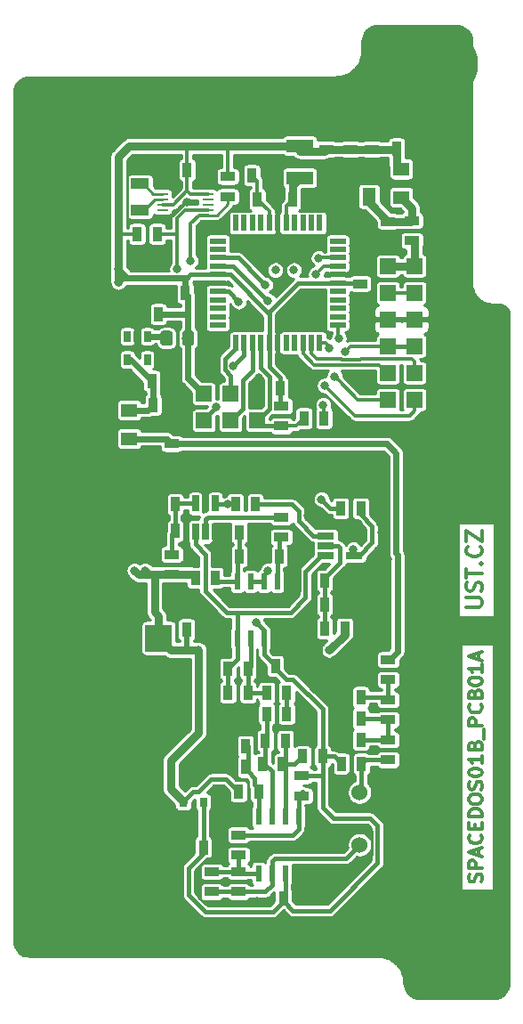
<source format=gbr>
G04 #@! TF.GenerationSoftware,KiCad,Pcbnew,(5.1.0-rc1-108-gb4c0af021)*
G04 #@! TF.CreationDate,2019-03-06T20:25:16+01:00
G04 #@! TF.ProjectId,SPACEDOS01B_PCB01A,53504143-4544-44f5-9330-31425f504342,REV*
G04 #@! TF.SameCoordinates,Original*
G04 #@! TF.FileFunction,Copper,L1,Top*
G04 #@! TF.FilePolarity,Positive*
%FSLAX46Y46*%
G04 Gerber Fmt 4.6, Leading zero omitted, Abs format (unit mm)*
G04 Created by KiCad (PCBNEW (5.1.0-rc1-108-gb4c0af021)) date 2019-03-06 20:25:16*
%MOMM*%
%LPD*%
G04 APERTURE LIST*
%ADD10C,0.300000*%
%ADD11C,1.524000*%
%ADD12R,0.889000X1.397000*%
%ADD13R,2.300000X1.000000*%
%ADD14R,3.800000X1.000000*%
%ADD15R,1.000000X2.300000*%
%ADD16R,1.000000X3.800000*%
%ADD17R,1.000000X1.000000*%
%ADD18R,1.397000X0.889000*%
%ADD19R,1.524000X1.524000*%
%ADD20R,2.499360X2.550160*%
%ADD21R,1.100000X0.250000*%
%ADD22R,2.540000X1.270000*%
%ADD23R,1.500000X1.300000*%
%ADD24R,3.000000X0.700000*%
%ADD25R,0.600000X1.550000*%
%ADD26R,2.550000X3.300000*%
%ADD27R,0.550000X1.500000*%
%ADD28R,1.500000X0.550000*%
%ADD29C,6.000000*%
%ADD30R,1.560000X0.650000*%
%ADD31R,0.650000X1.560000*%
%ADD32R,0.800000X0.900000*%
%ADD33R,0.899000X1.400000*%
%ADD34R,0.889000X1.400000*%
%ADD35R,1.800000X1.000000*%
%ADD36C,0.150000*%
%ADD37C,1.150000*%
%ADD38R,0.650000X1.060000*%
%ADD39R,1.300000X1.700000*%
%ADD40C,0.800000*%
%ADD41C,0.250000*%
%ADD42C,0.400000*%
%ADD43C,0.800000*%
%ADD44C,0.600000*%
%ADD45C,0.500000*%
%ADD46C,0.254000*%
G04 APERTURE END LIST*
D10*
X85870190Y13072904D02*
X85932095Y13258619D01*
X85932095Y13568142D01*
X85870190Y13691952D01*
X85808285Y13753857D01*
X85684476Y13815761D01*
X85560666Y13815761D01*
X85436857Y13753857D01*
X85374952Y13691952D01*
X85313047Y13568142D01*
X85251142Y13320523D01*
X85189238Y13196714D01*
X85127333Y13134809D01*
X85003523Y13072904D01*
X84879714Y13072904D01*
X84755904Y13134809D01*
X84694000Y13196714D01*
X84632095Y13320523D01*
X84632095Y13630047D01*
X84694000Y13815761D01*
X85932095Y14372904D02*
X84632095Y14372904D01*
X84632095Y14868142D01*
X84694000Y14991952D01*
X84755904Y15053857D01*
X84879714Y15115761D01*
X85065428Y15115761D01*
X85189238Y15053857D01*
X85251142Y14991952D01*
X85313047Y14868142D01*
X85313047Y14372904D01*
X85560666Y15611000D02*
X85560666Y16230047D01*
X85932095Y15487190D02*
X84632095Y15920523D01*
X85932095Y16353857D01*
X85808285Y17530047D02*
X85870190Y17468142D01*
X85932095Y17282428D01*
X85932095Y17158619D01*
X85870190Y16972904D01*
X85746380Y16849095D01*
X85622571Y16787190D01*
X85374952Y16725285D01*
X85189238Y16725285D01*
X84941619Y16787190D01*
X84817809Y16849095D01*
X84694000Y16972904D01*
X84632095Y17158619D01*
X84632095Y17282428D01*
X84694000Y17468142D01*
X84755904Y17530047D01*
X85251142Y18087190D02*
X85251142Y18520523D01*
X85932095Y18706238D02*
X85932095Y18087190D01*
X84632095Y18087190D01*
X84632095Y18706238D01*
X85932095Y19263380D02*
X84632095Y19263380D01*
X84632095Y19572904D01*
X84694000Y19758619D01*
X84817809Y19882428D01*
X84941619Y19944333D01*
X85189238Y20006238D01*
X85374952Y20006238D01*
X85622571Y19944333D01*
X85746380Y19882428D01*
X85870190Y19758619D01*
X85932095Y19572904D01*
X85932095Y19263380D01*
X84632095Y20811000D02*
X84632095Y21058619D01*
X84694000Y21182428D01*
X84817809Y21306238D01*
X85065428Y21368142D01*
X85498761Y21368142D01*
X85746380Y21306238D01*
X85870190Y21182428D01*
X85932095Y21058619D01*
X85932095Y20811000D01*
X85870190Y20687190D01*
X85746380Y20563380D01*
X85498761Y20501476D01*
X85065428Y20501476D01*
X84817809Y20563380D01*
X84694000Y20687190D01*
X84632095Y20811000D01*
X85870190Y21863380D02*
X85932095Y22049095D01*
X85932095Y22358619D01*
X85870190Y22482428D01*
X85808285Y22544333D01*
X85684476Y22606238D01*
X85560666Y22606238D01*
X85436857Y22544333D01*
X85374952Y22482428D01*
X85313047Y22358619D01*
X85251142Y22111000D01*
X85189238Y21987190D01*
X85127333Y21925285D01*
X85003523Y21863380D01*
X84879714Y21863380D01*
X84755904Y21925285D01*
X84694000Y21987190D01*
X84632095Y22111000D01*
X84632095Y22420523D01*
X84694000Y22606238D01*
X84632095Y23411000D02*
X84632095Y23534809D01*
X84694000Y23658619D01*
X84755904Y23720523D01*
X84879714Y23782428D01*
X85127333Y23844333D01*
X85436857Y23844333D01*
X85684476Y23782428D01*
X85808285Y23720523D01*
X85870190Y23658619D01*
X85932095Y23534809D01*
X85932095Y23411000D01*
X85870190Y23287190D01*
X85808285Y23225285D01*
X85684476Y23163380D01*
X85436857Y23101476D01*
X85127333Y23101476D01*
X84879714Y23163380D01*
X84755904Y23225285D01*
X84694000Y23287190D01*
X84632095Y23411000D01*
X85932095Y25082428D02*
X85932095Y24339571D01*
X85932095Y24711000D02*
X84632095Y24711000D01*
X84817809Y24587190D01*
X84941619Y24463380D01*
X85003523Y24339571D01*
X85251142Y26072904D02*
X85313047Y26258619D01*
X85374952Y26320523D01*
X85498761Y26382428D01*
X85684476Y26382428D01*
X85808285Y26320523D01*
X85870190Y26258619D01*
X85932095Y26134809D01*
X85932095Y25639571D01*
X84632095Y25639571D01*
X84632095Y26072904D01*
X84694000Y26196714D01*
X84755904Y26258619D01*
X84879714Y26320523D01*
X85003523Y26320523D01*
X85127333Y26258619D01*
X85189238Y26196714D01*
X85251142Y26072904D01*
X85251142Y25639571D01*
X86055904Y26630047D02*
X86055904Y27620523D01*
X85932095Y27930047D02*
X84632095Y27930047D01*
X84632095Y28425285D01*
X84694000Y28549095D01*
X84755904Y28611000D01*
X84879714Y28672904D01*
X85065428Y28672904D01*
X85189238Y28611000D01*
X85251142Y28549095D01*
X85313047Y28425285D01*
X85313047Y27930047D01*
X85808285Y29972904D02*
X85870190Y29911000D01*
X85932095Y29725285D01*
X85932095Y29601476D01*
X85870190Y29415761D01*
X85746380Y29291952D01*
X85622571Y29230047D01*
X85374952Y29168142D01*
X85189238Y29168142D01*
X84941619Y29230047D01*
X84817809Y29291952D01*
X84694000Y29415761D01*
X84632095Y29601476D01*
X84632095Y29725285D01*
X84694000Y29911000D01*
X84755904Y29972904D01*
X85251142Y30963380D02*
X85313047Y31149095D01*
X85374952Y31211000D01*
X85498761Y31272904D01*
X85684476Y31272904D01*
X85808285Y31211000D01*
X85870190Y31149095D01*
X85932095Y31025285D01*
X85932095Y30530047D01*
X84632095Y30530047D01*
X84632095Y30963380D01*
X84694000Y31087190D01*
X84755904Y31149095D01*
X84879714Y31211000D01*
X85003523Y31211000D01*
X85127333Y31149095D01*
X85189238Y31087190D01*
X85251142Y30963380D01*
X85251142Y30530047D01*
X84632095Y32077666D02*
X84632095Y32201476D01*
X84694000Y32325285D01*
X84755904Y32387190D01*
X84879714Y32449095D01*
X85127333Y32511000D01*
X85436857Y32511000D01*
X85684476Y32449095D01*
X85808285Y32387190D01*
X85870190Y32325285D01*
X85932095Y32201476D01*
X85932095Y32077666D01*
X85870190Y31953857D01*
X85808285Y31891952D01*
X85684476Y31830047D01*
X85436857Y31768142D01*
X85127333Y31768142D01*
X84879714Y31830047D01*
X84755904Y31891952D01*
X84694000Y31953857D01*
X84632095Y32077666D01*
X85932095Y33749095D02*
X85932095Y33006238D01*
X85932095Y33377666D02*
X84632095Y33377666D01*
X84817809Y33253857D01*
X84941619Y33130047D01*
X85003523Y33006238D01*
X85560666Y34244333D02*
X85560666Y34863380D01*
X85932095Y34120523D02*
X84632095Y34553857D01*
X85932095Y34987190D01*
X84428571Y39214285D02*
X85642857Y39214285D01*
X85785714Y39285714D01*
X85857142Y39357142D01*
X85928571Y39500000D01*
X85928571Y39785714D01*
X85857142Y39928571D01*
X85785714Y40000000D01*
X85642857Y40071428D01*
X84428571Y40071428D01*
X85857142Y40714285D02*
X85928571Y40928571D01*
X85928571Y41285714D01*
X85857142Y41428571D01*
X85785714Y41500000D01*
X85642857Y41571428D01*
X85500000Y41571428D01*
X85357142Y41500000D01*
X85285714Y41428571D01*
X85214285Y41285714D01*
X85142857Y41000000D01*
X85071428Y40857142D01*
X85000000Y40785714D01*
X84857142Y40714285D01*
X84714285Y40714285D01*
X84571428Y40785714D01*
X84500000Y40857142D01*
X84428571Y41000000D01*
X84428571Y41357142D01*
X84500000Y41571428D01*
X84428571Y42000000D02*
X84428571Y42857142D01*
X85928571Y42428571D02*
X84428571Y42428571D01*
X85785714Y43357142D02*
X85857142Y43428571D01*
X85928571Y43357142D01*
X85857142Y43285714D01*
X85785714Y43357142D01*
X85928571Y43357142D01*
X85785714Y44928571D02*
X85857142Y44857142D01*
X85928571Y44642857D01*
X85928571Y44500000D01*
X85857142Y44285714D01*
X85714285Y44142857D01*
X85571428Y44071428D01*
X85285714Y44000000D01*
X85071428Y44000000D01*
X84785714Y44071428D01*
X84642857Y44142857D01*
X84500000Y44285714D01*
X84428571Y44500000D01*
X84428571Y44642857D01*
X84500000Y44857142D01*
X84571428Y44928571D01*
X84428571Y45428571D02*
X84428571Y46428571D01*
X85928571Y45428571D01*
X85928571Y46428571D01*
D11*
X74250000Y21590000D03*
X74250000Y16590000D03*
D12*
X64516000Y77978000D03*
X66421000Y77978000D03*
X64008000Y80264000D03*
X65913000Y80264000D03*
D13*
X79884000Y84844000D03*
X79884000Y53044000D03*
D14*
X74634000Y84844000D03*
X74634000Y53044000D03*
X68634000Y84844000D03*
X68634000Y53044000D03*
X62634000Y84844000D03*
X62634000Y53044000D03*
X56634000Y84844000D03*
X56634000Y53044000D03*
D13*
X51384000Y84844000D03*
X51384000Y53044000D03*
D15*
X81534000Y83194000D03*
X49734000Y83194000D03*
D16*
X81534000Y77944000D03*
X49734000Y77944000D03*
X81534000Y71944000D03*
X49734000Y71944000D03*
X81534000Y65944000D03*
X49734000Y65944000D03*
X81534000Y59944000D03*
X49734000Y59944000D03*
D15*
X81534000Y54694000D03*
X49734000Y54694000D03*
D17*
X81534000Y53044000D03*
X81534000Y84844000D03*
X49734000Y84844000D03*
X49734000Y53044000D03*
D18*
X79248000Y74041000D03*
X79248000Y75946000D03*
D19*
X79502000Y66548000D03*
X76962000Y66548000D03*
X79502000Y69088000D03*
X76962000Y69088000D03*
X79502000Y71628000D03*
X76962000Y71628000D03*
X79502000Y61468000D03*
X76962000Y58928000D03*
X76962000Y61468000D03*
X79502000Y58928000D03*
X76962000Y64008000D03*
X79502000Y64008000D03*
D20*
X55124700Y36250860D03*
X55124700Y31201340D03*
D18*
X66808700Y45854600D03*
X66808700Y47759600D03*
D21*
X59808000Y78470000D03*
X59808000Y77970000D03*
X59808000Y77470000D03*
X59808000Y76970000D03*
X59808000Y76470000D03*
X55508000Y76470000D03*
X55508000Y76970000D03*
X55508000Y77470000D03*
X55508000Y77970000D03*
X55508000Y78470000D03*
D22*
X68580000Y80010000D03*
X68580000Y83058000D03*
D23*
X78232000Y80852000D03*
D24*
X78232000Y79502000D03*
D23*
X78232000Y78152000D03*
X52324000Y55212000D03*
D24*
X52324000Y56562000D03*
D23*
X52324000Y57912000D03*
D12*
X66618200Y44013100D03*
X68523200Y44013100D03*
X62427200Y48966100D03*
X64332200Y48966100D03*
X62808200Y46299100D03*
X64713200Y46299100D03*
X56712200Y48966100D03*
X54807200Y48966100D03*
X56712200Y46426100D03*
X54807200Y46426100D03*
D18*
X56394700Y44203600D03*
X56394700Y42298600D03*
D12*
X62808200Y44013100D03*
X64713200Y44013100D03*
X60522200Y41981100D03*
X58617200Y41981100D03*
D25*
X62617700Y41633100D03*
X63887700Y41633100D03*
X65157700Y41633100D03*
X66427700Y41633100D03*
X66427700Y36233100D03*
X65157700Y36233100D03*
X63887700Y36233100D03*
X62617700Y36233100D03*
D12*
X61728700Y33345100D03*
X63633700Y33345100D03*
X61728700Y31059100D03*
X63633700Y31059100D03*
X66237200Y33599100D03*
X68142200Y33599100D03*
X65411700Y31059100D03*
X67316700Y31059100D03*
X63405000Y25979100D03*
X61500000Y25979100D03*
X63405000Y24000000D03*
X61500000Y24000000D03*
X64649700Y21661100D03*
X62744700Y21661100D03*
X67316700Y29027100D03*
X65411700Y29027100D03*
X65284700Y26487100D03*
X67189700Y26487100D03*
X65000000Y24250000D03*
X66905000Y24250000D03*
X68840700Y25000000D03*
X70745700Y25000000D03*
D18*
X68750000Y23155000D03*
X68750000Y21250000D03*
D25*
X64649700Y19281100D03*
X65919700Y19281100D03*
X67189700Y19281100D03*
X68459700Y19281100D03*
X68459700Y13881100D03*
X67189700Y13881100D03*
X65919700Y13881100D03*
X64649700Y13881100D03*
D12*
X59379200Y16327100D03*
X57474200Y16327100D03*
D18*
X62744700Y17533600D03*
X62744700Y15628600D03*
X60204700Y14041100D03*
X60204700Y12136100D03*
X62744700Y14041100D03*
X62744700Y12136100D03*
D12*
X67000000Y11501100D03*
X68905000Y11501100D03*
X57785000Y37084000D03*
X59690000Y37084000D03*
D19*
X59448700Y56934100D03*
X59448700Y59474100D03*
X61988700Y56934100D03*
X61988700Y59474100D03*
X64528700Y56934100D03*
X64528700Y59474100D03*
D12*
X70936200Y41727100D03*
X72841200Y41727100D03*
X70936200Y39441100D03*
X72841200Y39441100D03*
X70936200Y37155100D03*
X72841200Y37155100D03*
D16*
X80785000Y44034000D03*
X80785000Y38034000D03*
X80785000Y32034000D03*
X80785000Y26034000D03*
X80785000Y20034000D03*
X80785000Y14034000D03*
X50485000Y44034000D03*
X50485000Y38034000D03*
X50485000Y32034000D03*
X50485000Y26034000D03*
X50485000Y20034000D03*
X50485000Y14034000D03*
D26*
X80010000Y49784000D03*
X80010000Y8284000D03*
X51260000Y49784000D03*
X51260000Y8284000D03*
D14*
X56635000Y7134000D03*
X62635000Y7134000D03*
X68635000Y7134000D03*
X74635000Y7134000D03*
X56635000Y50934000D03*
X62635000Y50934000D03*
X68635000Y50934000D03*
X74635000Y50934000D03*
D27*
X62466700Y64319100D03*
X63266700Y64319100D03*
X64066700Y64319100D03*
X64866700Y64319100D03*
X65666700Y64319100D03*
X66466700Y64319100D03*
X67266700Y64319100D03*
X68066700Y64319100D03*
X68866700Y64319100D03*
X69666700Y64319100D03*
X70466700Y64319100D03*
D28*
X72166700Y66019100D03*
X72166700Y66819100D03*
X72166700Y67619100D03*
X72166700Y68419100D03*
X72166700Y69219100D03*
X72166700Y70019100D03*
X72166700Y70819100D03*
X72166700Y71619100D03*
X72166700Y72419100D03*
X72166700Y73219100D03*
X72166700Y74019100D03*
D27*
X70466700Y75719100D03*
X69666700Y75719100D03*
X68866700Y75719100D03*
X68066700Y75719100D03*
X67266700Y75719100D03*
X66466700Y75719100D03*
X65666700Y75719100D03*
X64866700Y75719100D03*
X64066700Y75719100D03*
X63266700Y75719100D03*
X62466700Y75719100D03*
D28*
X60766700Y74019100D03*
X60766700Y73219100D03*
X60766700Y72419100D03*
X60766700Y71619100D03*
X60766700Y70819100D03*
X60766700Y70019100D03*
X60766700Y69219100D03*
X60766700Y68419100D03*
X60766700Y67619100D03*
X60766700Y66819100D03*
X60766700Y66019100D03*
D12*
X72529700Y24295100D03*
X74434700Y24295100D03*
D29*
X44450000Y77890000D03*
X85090000Y5080000D03*
X44450000Y23000000D03*
D30*
X71046700Y45979100D03*
X71046700Y45029100D03*
X71046700Y44079100D03*
X73746700Y44079100D03*
X73746700Y45979100D03*
D31*
X58619700Y49046100D03*
X60519700Y49046100D03*
X60519700Y46346100D03*
X59569700Y46346100D03*
X58619700Y46346100D03*
D32*
X58426700Y22677100D03*
X59376700Y20677100D03*
X57476700Y20677100D03*
D33*
X72460200Y48585100D03*
D34*
X74365200Y48585100D03*
D18*
X75438000Y80835500D03*
X75438000Y82740500D03*
X73406000Y82740500D03*
X73406000Y80835500D03*
X71120000Y80835500D03*
X71120000Y82740500D03*
D12*
X67881500Y77978000D03*
X69786500Y77978000D03*
X66687700Y59982100D03*
X68592700Y59982100D03*
X55753000Y69088000D03*
X57658000Y69088000D03*
D18*
X74307700Y71856600D03*
X74307700Y69951600D03*
D12*
X70866000Y57150000D03*
X68961000Y57150000D03*
X57848500Y80772000D03*
X55943500Y80772000D03*
D29*
X82550000Y90810000D03*
D18*
X61722000Y78232000D03*
X61722000Y80137000D03*
D12*
X54991000Y74676000D03*
X53086000Y74676000D03*
D18*
X66814700Y56426100D03*
X66814700Y58331100D03*
D35*
X53340000Y76962000D03*
X53340000Y79462000D03*
D12*
X72466200Y30645100D03*
X74371200Y30645100D03*
X74371200Y28613100D03*
X72466200Y28613100D03*
X55118000Y67056000D03*
X53213000Y67056000D03*
X54483000Y60706000D03*
X56388000Y60706000D03*
X56515000Y58420000D03*
X54610000Y58420000D03*
D18*
X56388000Y56642000D03*
X56388000Y54737000D03*
X76974700Y34201100D03*
X76974700Y32296100D03*
X76974700Y28486100D03*
X76974700Y30391100D03*
X76974700Y24676100D03*
X76974700Y26581100D03*
D36*
G36*
X58279505Y65468796D02*
G01*
X58303773Y65465196D01*
X58327572Y65459235D01*
X58350671Y65450970D01*
X58372850Y65440480D01*
X58393893Y65427868D01*
X58413599Y65413253D01*
X58431777Y65396777D01*
X58448253Y65378599D01*
X58462868Y65358893D01*
X58475480Y65337850D01*
X58485970Y65315671D01*
X58494235Y65292572D01*
X58500196Y65268773D01*
X58503796Y65244505D01*
X58505000Y65220001D01*
X58505000Y64319999D01*
X58503796Y64295495D01*
X58500196Y64271227D01*
X58494235Y64247428D01*
X58485970Y64224329D01*
X58475480Y64202150D01*
X58462868Y64181107D01*
X58448253Y64161401D01*
X58431777Y64143223D01*
X58413599Y64126747D01*
X58393893Y64112132D01*
X58372850Y64099520D01*
X58350671Y64089030D01*
X58327572Y64080765D01*
X58303773Y64074804D01*
X58279505Y64071204D01*
X58255001Y64070000D01*
X57604999Y64070000D01*
X57580495Y64071204D01*
X57556227Y64074804D01*
X57532428Y64080765D01*
X57509329Y64089030D01*
X57487150Y64099520D01*
X57466107Y64112132D01*
X57446401Y64126747D01*
X57428223Y64143223D01*
X57411747Y64161401D01*
X57397132Y64181107D01*
X57384520Y64202150D01*
X57374030Y64224329D01*
X57365765Y64247428D01*
X57359804Y64271227D01*
X57356204Y64295495D01*
X57355000Y64319999D01*
X57355000Y65220001D01*
X57356204Y65244505D01*
X57359804Y65268773D01*
X57365765Y65292572D01*
X57374030Y65315671D01*
X57384520Y65337850D01*
X57397132Y65358893D01*
X57411747Y65378599D01*
X57428223Y65396777D01*
X57446401Y65413253D01*
X57466107Y65427868D01*
X57487150Y65440480D01*
X57509329Y65450970D01*
X57532428Y65459235D01*
X57556227Y65465196D01*
X57580495Y65468796D01*
X57604999Y65470000D01*
X58255001Y65470000D01*
X58279505Y65468796D01*
X58279505Y65468796D01*
G37*
D37*
X57930000Y64770000D03*
D36*
G36*
X56229505Y65468796D02*
G01*
X56253773Y65465196D01*
X56277572Y65459235D01*
X56300671Y65450970D01*
X56322850Y65440480D01*
X56343893Y65427868D01*
X56363599Y65413253D01*
X56381777Y65396777D01*
X56398253Y65378599D01*
X56412868Y65358893D01*
X56425480Y65337850D01*
X56435970Y65315671D01*
X56444235Y65292572D01*
X56450196Y65268773D01*
X56453796Y65244505D01*
X56455000Y65220001D01*
X56455000Y64319999D01*
X56453796Y64295495D01*
X56450196Y64271227D01*
X56444235Y64247428D01*
X56435970Y64224329D01*
X56425480Y64202150D01*
X56412868Y64181107D01*
X56398253Y64161401D01*
X56381777Y64143223D01*
X56363599Y64126747D01*
X56343893Y64112132D01*
X56322850Y64099520D01*
X56300671Y64089030D01*
X56277572Y64080765D01*
X56253773Y64074804D01*
X56229505Y64071204D01*
X56205001Y64070000D01*
X55554999Y64070000D01*
X55530495Y64071204D01*
X55506227Y64074804D01*
X55482428Y64080765D01*
X55459329Y64089030D01*
X55437150Y64099520D01*
X55416107Y64112132D01*
X55396401Y64126747D01*
X55378223Y64143223D01*
X55361747Y64161401D01*
X55347132Y64181107D01*
X55334520Y64202150D01*
X55324030Y64224329D01*
X55315765Y64247428D01*
X55309804Y64271227D01*
X55306204Y64295495D01*
X55305000Y64319999D01*
X55305000Y65220001D01*
X55306204Y65244505D01*
X55309804Y65268773D01*
X55315765Y65292572D01*
X55324030Y65315671D01*
X55334520Y65337850D01*
X55347132Y65358893D01*
X55361747Y65378599D01*
X55378223Y65396777D01*
X55396401Y65413253D01*
X55416107Y65427868D01*
X55437150Y65440480D01*
X55459329Y65450970D01*
X55482428Y65459235D01*
X55506227Y65465196D01*
X55530495Y65468796D01*
X55554999Y65470000D01*
X56205001Y65470000D01*
X56229505Y65468796D01*
X56229505Y65468796D01*
G37*
D37*
X55880000Y64770000D03*
D38*
X54048700Y64938000D03*
X53098700Y64938000D03*
X52148700Y64938000D03*
X52148700Y62738000D03*
X54048700Y62738000D03*
D12*
X72466200Y26581100D03*
X74371200Y26581100D03*
X79692500Y82804000D03*
X77787500Y82804000D03*
D39*
X75156000Y78232000D03*
X71656000Y78232000D03*
D18*
X76962000Y73977500D03*
X76962000Y75882500D03*
D40*
X76750000Y79500000D03*
X55626000Y72390000D03*
X54356000Y72390000D03*
X54749700Y43726100D03*
X62744700Y19121100D03*
X61226700Y20993100D03*
X60839700Y18486100D03*
X60839700Y16929100D03*
X64649700Y16581100D03*
X66554700Y16581100D03*
X67824700Y16581100D03*
X69075265Y16580557D03*
X73418700Y10325100D03*
X70364700Y18486100D03*
X69094700Y36901100D03*
X69094700Y38171100D03*
X67576514Y39689286D03*
X69094700Y45156100D03*
X66554700Y39479100D03*
X68294700Y40711100D03*
X60839700Y43886100D03*
X60839700Y45156100D03*
X68459700Y45791100D03*
X64776700Y45029100D03*
X67697700Y37028100D03*
X67697700Y36123100D03*
X64522700Y11247100D03*
X65792700Y11247100D03*
X60966700Y15565100D03*
X63506700Y39695100D03*
X52590700Y39281100D03*
X52324000Y37592000D03*
X51066700Y40551100D03*
X51066700Y42075100D03*
X51066700Y43599100D03*
X51066700Y45377100D03*
X51066700Y46901100D03*
X52324000Y36068000D03*
X52578000Y34544000D03*
X52844700Y32931100D03*
X54114700Y34201100D03*
X55384700Y34201100D03*
X56654700Y33566100D03*
X57289700Y32296100D03*
X57289700Y31026100D03*
X57289700Y29756100D03*
X57289700Y28486100D03*
X56654700Y27216100D03*
X55384700Y25946100D03*
X54749700Y24676100D03*
X54749700Y23406100D03*
X54749700Y21501100D03*
X56019700Y20231100D03*
X56019700Y18961100D03*
X57924700Y24041100D03*
X59194700Y24041100D03*
X60250000Y24041100D03*
X60250000Y25311100D03*
X59194700Y25311100D03*
X60250000Y26500000D03*
X60464700Y27851100D03*
X60464700Y29121100D03*
X60464700Y30391100D03*
X60464700Y31661100D03*
X60464700Y32931100D03*
X61734700Y27851100D03*
X63766700Y27851100D03*
X63766700Y29121100D03*
X61734700Y29121100D03*
X61099700Y37376100D03*
X60718700Y36233100D03*
X60464700Y38646100D03*
X61099700Y40551100D03*
X56146700Y40297100D03*
X57289700Y40551100D03*
X58559700Y39916100D03*
X56146700Y38773100D03*
X56019700Y17056100D03*
X56019700Y15151100D03*
X56654700Y13881100D03*
X56654700Y11976100D03*
X57289700Y10706100D03*
X58559700Y9436100D03*
X59829700Y8801100D03*
X61099700Y8801100D03*
X63004700Y8801100D03*
X64909700Y8801100D03*
X66814700Y8801100D03*
X68719700Y8801100D03*
X70624700Y8801100D03*
X71894700Y8801100D03*
X71500000Y11976100D03*
X70500000Y14250000D03*
X71750000Y14000000D03*
X73250000Y14000000D03*
X74500000Y14750000D03*
X71882000Y17018000D03*
X74750000Y18000000D03*
X73000000Y18000000D03*
X70624700Y17056100D03*
X71750000Y18000000D03*
X74434700Y11341100D03*
X72500000Y22250000D03*
X75438000Y20574000D03*
X76000000Y21750000D03*
X76339700Y22771100D03*
X77609700Y22771100D03*
X73500000Y33500000D03*
X69354700Y27216100D03*
X69354700Y28486100D03*
X68846700Y29629100D03*
X70878700Y31026100D03*
X69862700Y32296100D03*
X69354700Y33566100D03*
X70624700Y33566100D03*
X71894700Y34201100D03*
X73164700Y34836100D03*
X72529700Y32296100D03*
X74434700Y32296100D03*
X75069700Y33566100D03*
X75069700Y34836100D03*
X74434700Y36106100D03*
X74434700Y37376100D03*
X74434700Y38646100D03*
X74434700Y39916100D03*
X74434700Y41186100D03*
X75069700Y42456100D03*
X76339700Y42456100D03*
X76974700Y43726100D03*
X76339700Y46266100D03*
X72910700Y47155100D03*
X71386700Y47155100D03*
X70370700Y47155100D03*
X69354700Y47917100D03*
X69354700Y49187100D03*
X68338700Y49949100D03*
X60718700Y64681100D03*
X64655700Y60998100D03*
X75450700Y12357100D03*
X76466700Y13373100D03*
X77482700Y14897100D03*
X77482700Y16421100D03*
X77482700Y17945100D03*
X77482700Y19469100D03*
X76466700Y20485100D03*
X76440661Y45010523D03*
X74123007Y47097407D03*
X62242700Y66713100D03*
X60642699Y62636209D03*
X57848500Y77742838D03*
X53086000Y72390000D03*
X52832000Y81534000D03*
X54102000Y81534000D03*
X59690000Y81788000D03*
X59690000Y80518000D03*
X62750000Y81750000D03*
X74500000Y75500000D03*
X74500000Y74250000D03*
X64500000Y72750000D03*
X69250000Y68750000D03*
X67750000Y66750000D03*
X69750000Y66750000D03*
X68000000Y71250000D03*
X66250000Y71250000D03*
X73660000Y44704000D03*
X65532000Y42672000D03*
X70789700Y58420000D03*
X72898000Y63500000D03*
X70104000Y70866000D03*
X56896000Y71374000D03*
X70358000Y72390000D03*
X58166002Y72136000D03*
X60591700Y58204100D03*
X62242700Y62141100D03*
X58934700Y35123100D03*
X71380700Y35123100D03*
X51308000Y70104000D03*
X51308000Y71374000D03*
X52832000Y42672000D03*
X53848000Y42672000D03*
X64401700Y37757100D03*
X65278000Y69850000D03*
X70624700Y49441100D03*
X65536586Y68330586D03*
X61734700Y48966100D03*
X62750700Y68237100D03*
X71876033Y61145647D03*
X72295092Y64738825D03*
X70933305Y60265305D03*
X71397989Y63783339D03*
D41*
X60839700Y16581100D02*
X64649700Y16581100D01*
X61474700Y20391100D02*
X62744700Y19121100D01*
X60839700Y20391100D02*
X61474700Y20391100D01*
X60839700Y16581100D02*
X60839700Y18486100D01*
X66554700Y16581100D02*
X64649700Y16581100D01*
X67825243Y16580557D02*
X67824700Y16581100D01*
X69075265Y16580557D02*
X67825243Y16580557D01*
X70364700Y18486100D02*
X70000000Y19500000D01*
D42*
X67951700Y37028100D02*
X69094700Y38171100D01*
X67697700Y37028100D02*
X67951700Y37028100D01*
X68459700Y45791100D02*
X69094700Y45156100D01*
X68459700Y40876100D02*
X68294700Y40711100D01*
X68459700Y45791100D02*
X68459700Y40876100D01*
X60519700Y45476100D02*
X60839700Y45156100D01*
X60519700Y46346100D02*
X60519700Y45476100D01*
X68523200Y45727600D02*
X68459700Y45791100D01*
X68523200Y44013100D02*
X68523200Y45727600D01*
D41*
X64713200Y45092600D02*
X64776700Y45029100D01*
X64713200Y46299100D02*
X64713200Y45092600D01*
X67587700Y36233100D02*
X67697700Y36123100D01*
X66427700Y36233100D02*
X67587700Y36233100D01*
X60839700Y16015415D02*
X60712700Y15888415D01*
X60839700Y16581100D02*
X60839700Y16015415D01*
X59739197Y15303599D02*
X58934700Y14499102D01*
X60712700Y15888415D02*
X60127884Y15303599D01*
X60127884Y15303599D02*
X59739197Y15303599D01*
X58934700Y14499102D02*
X58934700Y11608576D01*
X58934700Y11608576D02*
X59550176Y10993100D01*
X64268700Y10993100D02*
X64522700Y11247100D01*
X60966700Y10993100D02*
X64268700Y10993100D01*
X60966700Y10993100D02*
X65792700Y10993100D01*
X59550176Y10993100D02*
X60966700Y10993100D01*
X60839700Y16581100D02*
X60839700Y15692100D01*
X60839700Y15692100D02*
X60966700Y15565100D01*
X63850701Y39351099D02*
X63506700Y39695100D01*
X65861014Y39351099D02*
X63850701Y39351099D01*
X66554700Y39479100D02*
X65989015Y39479100D01*
X65989015Y39479100D02*
X65861014Y39351099D01*
D42*
X73270200Y70819100D02*
X74307700Y71856600D01*
X72166700Y70819100D02*
X73270200Y70819100D01*
X64528700Y59474100D02*
X64528700Y60871100D01*
X64528700Y60871100D02*
X64655700Y60998100D01*
D41*
X72466200Y27660600D02*
X72466200Y28613100D01*
X72402700Y27597100D02*
X72466200Y27660600D01*
X73418700Y23533100D02*
X73418700Y26581100D01*
X72148700Y20231100D02*
X71894700Y20485100D01*
X71894700Y20485100D02*
X71894700Y22517100D01*
X73418700Y26581100D02*
X72402700Y27597100D01*
X73799700Y20231100D02*
X72148700Y20231100D01*
X71894700Y22517100D02*
X72402700Y23025100D01*
X72402700Y23025100D02*
X72910700Y23025100D01*
X72910700Y23025100D02*
X73418700Y23533100D01*
D42*
X74764700Y51035100D02*
X73364700Y51035100D01*
X76050711Y47120774D02*
X76050711Y49749089D01*
X76339700Y46831785D02*
X76050711Y47120774D01*
X76050711Y49749089D02*
X74764700Y51035100D01*
X76339700Y46266100D02*
X76339700Y46831785D01*
X60718700Y64681100D02*
X60718700Y62712210D01*
X60718700Y62712210D02*
X60642699Y62636209D01*
D41*
X57767073Y77742838D02*
X57848500Y77742838D01*
X55508000Y76470000D02*
X56494235Y76470000D01*
X56494235Y76470000D02*
X57767073Y77742838D01*
X75315685Y18000000D02*
X75433690Y17881995D01*
X74750000Y18000000D02*
X75315685Y18000000D01*
X75433690Y15683690D02*
X74500000Y14750000D01*
X75433690Y17881995D02*
X75433690Y15683690D01*
X52114999Y80816999D02*
X52114999Y75885001D01*
X52832000Y81534000D02*
X52114999Y80816999D01*
D42*
X62744700Y15628600D02*
X62744700Y14041100D01*
X64649700Y13881100D02*
X62904700Y13881100D01*
X62904700Y13881100D02*
X62744700Y14041100D01*
X60204700Y14041100D02*
X62744700Y14041100D01*
X63633700Y23947100D02*
X63633700Y25979100D01*
X64649700Y21661100D02*
X64649700Y21915100D01*
X64649700Y21915100D02*
X64268700Y22296100D01*
X64268700Y22296100D02*
X64268700Y22931100D01*
X63633700Y23566100D02*
X64268700Y22931100D01*
X63633700Y23947100D02*
X63633700Y23566100D01*
X64649700Y19281100D02*
X64649700Y21661100D01*
X62617700Y41633100D02*
X60870200Y41633100D01*
X60870200Y41633100D02*
X60522200Y41981100D01*
X62808200Y44013100D02*
X62808200Y46299100D01*
X62617700Y41633100D02*
X62617700Y43822600D01*
X62617700Y43822600D02*
X62808200Y44013100D01*
X71046700Y45029100D02*
X72226700Y45029100D01*
X72226700Y45029100D02*
X72396700Y44859100D01*
X72396700Y43441600D02*
X72396700Y44859100D01*
X70936200Y41727100D02*
X70936200Y41981100D01*
X70936200Y41981100D02*
X72396700Y43441600D01*
X70936200Y39441100D02*
X70936200Y41727100D01*
X70936200Y37155100D02*
X70936200Y39441100D01*
X56394700Y44203600D02*
X56394700Y46108600D01*
X56394700Y46108600D02*
X56712200Y46426100D01*
X56712200Y46426100D02*
X56712200Y48966100D01*
X58619700Y49046100D02*
X56792200Y49046100D01*
X56792200Y49046100D02*
X56712200Y48966100D01*
X62744700Y17533600D02*
X67887200Y17533600D01*
X67887200Y17533600D02*
X68459700Y18106100D01*
X68459700Y19281100D02*
X68459700Y18106100D01*
X68459700Y19281100D02*
X68459700Y21343600D01*
X68459700Y21343600D02*
X68777200Y21661100D01*
X65919700Y19281100D02*
X65919700Y23566100D01*
X65919700Y23566100D02*
X65284700Y24201100D01*
X65284700Y26487100D02*
X65284700Y24201100D01*
X65411700Y29027100D02*
X65411700Y26614100D01*
X65411700Y26614100D02*
X65284700Y26487100D01*
X67189700Y24201100D02*
X67189700Y26487100D01*
X67189700Y19281100D02*
X67189700Y24201100D01*
X68090700Y24250000D02*
X68840700Y25000000D01*
X66905000Y24250000D02*
X68090700Y24250000D01*
X67316700Y29027100D02*
X67316700Y31059100D01*
X69094700Y40076100D02*
X67697700Y38679100D01*
X67697700Y38679100D02*
X66554700Y38679100D01*
X69094700Y42582100D02*
X69094700Y40076100D01*
X70591700Y44079100D02*
X69094700Y42582100D01*
X62744700Y38679100D02*
X66554700Y38679100D01*
X61601700Y38679100D02*
X62744700Y38679100D01*
X62617700Y38044100D02*
X62617700Y38552100D01*
X62617700Y38552100D02*
X62744700Y38679100D01*
X59569700Y40711100D02*
X60839700Y39441100D01*
X60839700Y39441100D02*
X61601700Y38679100D01*
X62617700Y36233100D02*
X62617700Y38044100D01*
X59569700Y44216100D02*
X59569700Y40711100D01*
X58619700Y45166100D02*
X59569700Y44216100D01*
X58619700Y46346100D02*
X58619700Y45166100D01*
X70591700Y44079100D02*
X71046700Y44079100D01*
X61728700Y31059100D02*
X61728700Y33345100D01*
X62617700Y36233100D02*
X62617700Y34234100D01*
X62617700Y34234100D02*
X61728700Y33345100D01*
X63887700Y36233100D02*
X63887700Y33599100D01*
X63887700Y33599100D02*
X63633700Y33345100D01*
X63633700Y31059100D02*
X63633700Y33345100D01*
X65411700Y31059100D02*
X63633700Y31059100D01*
X66618200Y44013100D02*
X66618200Y45664100D01*
X66618200Y45664100D02*
X66808700Y45854600D01*
X66427700Y41633100D02*
X66427700Y43822600D01*
X66427700Y43822600D02*
X66618200Y44013100D01*
X69866700Y45979100D02*
X68459700Y47386100D01*
X71046700Y45979100D02*
X69866700Y45979100D01*
X68459700Y47386100D02*
X68459700Y48331100D01*
X68459700Y48331100D02*
X67824700Y48966100D01*
X67824700Y48966100D02*
X64332200Y48966100D01*
X66808700Y47759600D02*
X59803200Y47759600D01*
X59803200Y47759600D02*
X59569700Y47526100D01*
X59569700Y47526100D02*
X59569700Y46346100D01*
X76974700Y26581100D02*
X76974700Y28486100D01*
X76974700Y26581100D02*
X74371200Y26581100D01*
X76847700Y28613100D02*
X76974700Y28486100D01*
X74371200Y28613100D02*
X76847700Y28613100D01*
X60204700Y12136100D02*
X62744700Y12136100D01*
X65919700Y12771100D02*
X65284700Y12136100D01*
X65919700Y13881100D02*
X65919700Y12771100D01*
X65284700Y12136100D02*
X62744700Y12136100D01*
X65919700Y15056100D02*
X66174700Y15311100D01*
X65919700Y13881100D02*
X65919700Y15056100D01*
X66174700Y15311100D02*
X69270900Y15311100D01*
X72971100Y15311100D02*
X74250000Y16590000D01*
X71938900Y15311100D02*
X72971100Y15311100D01*
X69270900Y15311100D02*
X71938900Y15311100D01*
X74815700Y24676100D02*
X74434700Y24295100D01*
X76974700Y24676100D02*
X74815700Y24676100D01*
X74434700Y24295100D02*
X74434700Y22991100D01*
X74434700Y21774700D02*
X74250000Y21590000D01*
X74434700Y24295100D02*
X74434700Y21774700D01*
X63887700Y41633100D02*
X65157700Y41633100D01*
X74201700Y44079100D02*
X75450700Y45328100D01*
X73746700Y44079100D02*
X74201700Y44079100D01*
X75450700Y45328100D02*
X75450700Y45377092D01*
X74365200Y48585100D02*
X74365200Y47986600D01*
X74365200Y47986600D02*
X75450700Y46901100D01*
X75450700Y46901100D02*
X75450700Y45377092D01*
X73746700Y44079100D02*
X73746700Y44617300D01*
X73746700Y44617300D02*
X73660000Y44704000D01*
X65157700Y42297700D02*
X65532000Y42672000D01*
X65157700Y41633100D02*
X65157700Y42297700D01*
D10*
X67266700Y77363200D02*
X67881500Y77978000D01*
X67266700Y75719100D02*
X67266700Y77363200D01*
D43*
X67881500Y79311500D02*
X68580000Y80010000D01*
X67881500Y77978000D02*
X67881500Y79311500D01*
D10*
X70866000Y57150000D02*
X70866000Y58343700D01*
X70866000Y58343700D02*
X70789700Y58420000D01*
X73406000Y64008000D02*
X73297999Y63899999D01*
X73297999Y63899999D02*
X72898000Y63500000D01*
X76962000Y64008000D02*
X73406000Y64008000D01*
D42*
X76962000Y64008000D02*
X79502000Y64008000D01*
X65690701Y61149641D02*
X65690701Y58096101D01*
X64866700Y64319100D02*
X64866700Y61973642D01*
X64866700Y61973642D02*
X65690701Y61149641D01*
X65690701Y58096101D02*
X64528700Y56934100D01*
X65036700Y56426100D02*
X64528700Y56934100D01*
X66814700Y56426100D02*
X65036700Y56426100D01*
D10*
X68237100Y56426100D02*
X68961000Y57150000D01*
X66814700Y56426100D02*
X68237100Y56426100D01*
X70857100Y71619100D02*
X70503999Y71265999D01*
X70503999Y71265999D02*
X70104000Y70866000D01*
X72166700Y71619100D02*
X70857100Y71619100D01*
X56896000Y71939685D02*
X56896000Y71374000D01*
X57666000Y76970000D02*
X56896000Y76200000D01*
X59808000Y76970000D02*
X57666000Y76970000D01*
X54991000Y74676000D02*
X56896000Y74676000D01*
X56896000Y76200000D02*
X56896000Y74676000D01*
X56896000Y74676000D02*
X56896000Y71939685D01*
X72166700Y72419100D02*
X70387100Y72419100D01*
X70387100Y72419100D02*
X70358000Y72390000D01*
X59808000Y76470000D02*
X59383000Y76470000D01*
X58166002Y72701685D02*
X58166002Y72136000D01*
X58166002Y73475002D02*
X58166002Y72701685D01*
D41*
X61722000Y77537500D02*
X61722000Y78232000D01*
X60654500Y76470000D02*
X61722000Y77537500D01*
X59808000Y76470000D02*
X60654500Y76470000D01*
D10*
X58166002Y75678002D02*
X58166002Y73475002D01*
X58958000Y76470000D02*
X58166002Y75678002D01*
X59808000Y76470000D02*
X58958000Y76470000D01*
D42*
X62466700Y63844100D02*
X62466700Y64319100D01*
X61442699Y62820099D02*
X62466700Y63844100D01*
X61442699Y61757099D02*
X61442699Y62820099D01*
X61988700Y61211098D02*
X61442699Y61757099D01*
X61988700Y59474100D02*
X61988700Y61211098D01*
X63150701Y60763101D02*
X63150701Y58096101D01*
X64066700Y61679100D02*
X63150701Y60763101D01*
X64066700Y64319100D02*
X64066700Y61679100D01*
X63150701Y58096101D02*
X61988700Y56934100D01*
X59448700Y56934100D02*
X59448700Y57061100D01*
X59448700Y57061100D02*
X60591700Y58204100D01*
X62642699Y62541099D02*
X62242700Y62141100D01*
X63266700Y63165100D02*
X62642699Y62541099D01*
X63266700Y64319100D02*
X63266700Y63165100D01*
D10*
X69885811Y62249989D02*
X76119525Y62249989D01*
X68866700Y63269100D02*
X69885811Y62249989D01*
X68866700Y64319100D02*
X68866700Y63269100D01*
X76901514Y61468000D02*
X76119525Y62249989D01*
X76962000Y61468000D02*
X76901514Y61468000D01*
X79502000Y62530000D02*
X79502000Y61468000D01*
X74349515Y62749999D02*
X74379758Y62780242D01*
X79251758Y62780242D02*
X79502000Y62530000D01*
X72537999Y62749999D02*
X74349515Y62749999D01*
X72507756Y62780242D02*
X72537999Y62749999D01*
X70155558Y62780242D02*
X72507756Y62780242D01*
X74379758Y62780242D02*
X79251758Y62780242D01*
X69666700Y63269100D02*
X70155558Y62780242D01*
X69666700Y64319100D02*
X69666700Y63269100D01*
D41*
X53340000Y79462000D02*
X53634000Y79462000D01*
X54626000Y78470000D02*
X54848000Y78470000D01*
X53634000Y79462000D02*
X54626000Y78470000D01*
X55508000Y78470000D02*
X54848000Y78470000D01*
X53740000Y76962000D02*
X53340000Y76962000D01*
X54748000Y77970000D02*
X53740000Y76962000D01*
X55508000Y77970000D02*
X54748000Y77970000D01*
D42*
X62744700Y21661100D02*
X61557201Y22848599D01*
X61557201Y22848599D02*
X60122199Y22848599D01*
X60122199Y22848599D02*
X58934700Y21661100D01*
X58934700Y21661100D02*
X58410700Y21661100D01*
D43*
X56394700Y42298600D02*
X58299700Y42298600D01*
X58299700Y42298600D02*
X58617200Y41981100D01*
X56252460Y35123100D02*
X55124700Y36250860D01*
X58934700Y35123100D02*
X58934700Y27249100D01*
X72841200Y36583600D02*
X71380700Y35123100D01*
X72841200Y37155100D02*
X72841200Y36583600D01*
X58934700Y27249100D02*
X56276700Y24591100D01*
X56276700Y24591100D02*
X56276700Y21927100D01*
X56276700Y21927100D02*
X57476700Y20727100D01*
X57476700Y20727100D02*
X57476700Y20677100D01*
D42*
X57476700Y20727100D02*
X58410700Y21661100D01*
X74240200Y70019100D02*
X74307700Y69951600D01*
X72166700Y70019100D02*
X74240200Y70019100D01*
X65666700Y64319100D02*
X65666700Y65905098D01*
X66687700Y61001184D02*
X66687700Y59982100D01*
X65666700Y62022184D02*
X66687700Y61001184D01*
X65666700Y64319100D02*
X65666700Y62022184D01*
X66687700Y58458100D02*
X66814700Y58331100D01*
X66687700Y59982100D02*
X66687700Y58458100D01*
D43*
X77787500Y81296500D02*
X78232000Y80852000D01*
X77787500Y82804000D02*
X77787500Y81296500D01*
X77724000Y82740500D02*
X77787500Y82804000D01*
X75438000Y82740500D02*
X77724000Y82740500D01*
X73406000Y82740500D02*
X75438000Y82740500D01*
X71120000Y82740500D02*
X73406000Y82740500D01*
X70929500Y82550000D02*
X71120000Y82740500D01*
X68580000Y83058000D02*
X68580000Y82550000D01*
X68580000Y82550000D02*
X70929500Y82550000D01*
X52324000Y83058000D02*
X51308000Y82042000D01*
X51308000Y71882000D02*
X51308000Y70104000D01*
X51308000Y71882000D02*
X51308000Y71374000D01*
X51308000Y72644000D02*
X51308000Y71882000D01*
X54221400Y42298600D02*
X53848000Y42672000D01*
X54729400Y38721240D02*
X54729400Y42298600D01*
X55124700Y38325940D02*
X54729400Y38721240D01*
X55124700Y36250860D02*
X55124700Y38325940D01*
X56394700Y42298600D02*
X54729400Y42298600D01*
X54729400Y42298600D02*
X54221400Y42298600D01*
X53205400Y42298600D02*
X52832000Y42672000D01*
X56394700Y42298600D02*
X53205400Y42298600D01*
D44*
X52178001Y70503999D02*
X52208001Y70473999D01*
X51707999Y70503999D02*
X52178001Y70503999D01*
X51308000Y70104000D02*
X51707999Y70503999D01*
X51308000Y71374000D02*
X52178001Y70503999D01*
X57930000Y60942000D02*
X57930000Y64770000D01*
X59448700Y59474100D02*
X59397900Y59474100D01*
X59397900Y59474100D02*
X57930000Y60942000D01*
X57930000Y68816000D02*
X57658000Y69088000D01*
X57912000Y67056000D02*
X57930000Y67074000D01*
X55118000Y67056000D02*
X57912000Y67056000D01*
X57930000Y64770000D02*
X57930000Y67074000D01*
X57930000Y67074000D02*
X57930000Y68816000D01*
X57745499Y70473999D02*
X57773999Y70473999D01*
X57658000Y70386500D02*
X57745499Y70473999D01*
X57658000Y69088000D02*
X57658000Y70386500D01*
X52208001Y70473999D02*
X57773999Y70473999D01*
D10*
X52341500Y74676000D02*
X51308000Y74676000D01*
X53086000Y74676000D02*
X52341500Y74676000D01*
D43*
X51308000Y82042000D02*
X51308000Y74676000D01*
X51308000Y74676000D02*
X51308000Y72644000D01*
D10*
X57848500Y82994500D02*
X57848500Y80772000D01*
X57912000Y83058000D02*
X57848500Y82994500D01*
D43*
X57912000Y83058000D02*
X52324000Y83058000D01*
D10*
X61722000Y80881500D02*
X61722000Y83058000D01*
X61722000Y80137000D02*
X61722000Y80881500D01*
D43*
X68580000Y83058000D02*
X61722000Y83058000D01*
X61722000Y83058000D02*
X57912000Y83058000D01*
D10*
X59808000Y78470000D02*
X58182000Y78470000D01*
X57848500Y78803500D02*
X57848500Y80772000D01*
X58182000Y78470000D02*
X57848500Y78803500D01*
X56515000Y77470000D02*
X57848500Y78803500D01*
X55508000Y77470000D02*
X56515000Y77470000D01*
X65666700Y66969100D02*
X65666700Y65905098D01*
D42*
X58119100Y70819100D02*
X57773999Y70473999D01*
X60766700Y70819100D02*
X58119100Y70819100D01*
X72166700Y70019100D02*
X68410900Y70019100D01*
X65666700Y67274900D02*
X65666700Y66969100D01*
X68410900Y70019100D02*
X65666700Y67274900D01*
X65666700Y65469100D02*
X65666700Y64319100D01*
X65666700Y67069100D02*
X65666700Y65469100D01*
X61916700Y70819100D02*
X65666700Y67069100D01*
X60766700Y70819100D02*
X61916700Y70819100D01*
D43*
X58934700Y35123100D02*
X57729100Y35123100D01*
X57729100Y35123100D02*
X56252460Y35123100D01*
D45*
X57785000Y35179000D02*
X57729100Y35123100D01*
X57785000Y37084000D02*
X57785000Y35179000D01*
D42*
X76974700Y30391100D02*
X76974700Y32296100D01*
X76720700Y30645100D02*
X76974700Y30391100D01*
X74371200Y30645100D02*
X76720700Y30645100D01*
D44*
X52451000Y62738000D02*
X54483000Y60706000D01*
X52148700Y62738000D02*
X52451000Y62738000D01*
X54102000Y57912000D02*
X54610000Y58420000D01*
X52324000Y57912000D02*
X54102000Y57912000D01*
X54610000Y60579000D02*
X54483000Y60706000D01*
X54610000Y58420000D02*
X54610000Y60579000D01*
X55913000Y55212000D02*
X56388000Y54737000D01*
X52324000Y55212000D02*
X55913000Y55212000D01*
X77127100Y34201100D02*
X76974700Y34201100D01*
X76835000Y54737000D02*
X77724000Y53848000D01*
X56388000Y54737000D02*
X76835000Y54737000D01*
X77724000Y53848000D02*
X77724000Y44308802D01*
X77724000Y44308802D02*
X77874701Y44158101D01*
X77874701Y44158101D02*
X77874701Y34948701D01*
X77874701Y34948701D02*
X77127100Y34201100D01*
X55712000Y64938000D02*
X55880000Y64770000D01*
X54048700Y64938000D02*
X55712000Y64938000D01*
D42*
X59379200Y16327100D02*
X59379200Y15805600D01*
X59379200Y15805600D02*
X57979700Y14406100D01*
X59569700Y10231100D02*
X57979700Y11821100D01*
X57979700Y11821100D02*
X57979700Y14406100D01*
X67909702Y32329100D02*
X70745700Y29493102D01*
X70745700Y29493102D02*
X70745700Y25299600D01*
X65157700Y36233100D02*
X65157700Y34678600D01*
X65157700Y34678600D02*
X66237200Y33599100D01*
X67189700Y12517100D02*
X67189700Y12136100D01*
X67189700Y13881100D02*
X67189700Y12517100D01*
X65157700Y36233100D02*
X65157700Y37001100D01*
X65157700Y37001100D02*
X64401700Y37757100D01*
X67253200Y32329100D02*
X67909702Y32329100D01*
X66237200Y33345100D02*
X67253200Y32329100D01*
X66237200Y33599100D02*
X66237200Y33345100D01*
X59379200Y20674600D02*
X59376700Y20677100D01*
X59379200Y16327100D02*
X59379200Y20674600D01*
X60766700Y72419100D02*
X62708900Y72419100D01*
X62708900Y72419100D02*
X64878001Y70249999D01*
X64878001Y70249999D02*
X65278000Y69850000D01*
X65984000Y10231100D02*
X67000000Y11247100D01*
X64768900Y10231100D02*
X65984000Y10231100D01*
X64768900Y10231100D02*
X59569700Y10231100D01*
X67000000Y11247100D02*
X67000000Y11501100D01*
X71824800Y25000000D02*
X72529700Y24295100D01*
X70745700Y25000000D02*
X71824800Y25000000D01*
X71427702Y10325100D02*
X67922000Y10325100D01*
X70745700Y20117576D02*
X71737175Y19126101D01*
X71737175Y19126101D02*
X75285699Y19126101D01*
X75285699Y19126101D02*
X75958700Y18453100D01*
X67922000Y10325100D02*
X67000000Y11247100D01*
X75958700Y18453100D02*
X75958700Y14856098D01*
X75958700Y14856098D02*
X71427702Y10325100D01*
X70646400Y23155000D02*
X68750000Y23155000D01*
X70745700Y23254300D02*
X70646400Y23155000D01*
X70745700Y23254300D02*
X70745700Y20117576D01*
X70745700Y25000000D02*
X70745700Y23254300D01*
X72460200Y48585100D02*
X71480700Y48585100D01*
X71480700Y48585100D02*
X70624700Y49441100D01*
X60766700Y71619100D02*
X62248072Y71619100D01*
X62248072Y71619100D02*
X65536586Y68330586D01*
D10*
X65666700Y76827300D02*
X64516000Y77978000D01*
X65666700Y75719100D02*
X65666700Y76827300D01*
X64516000Y79756000D02*
X64008000Y80264000D01*
X64516000Y77978000D02*
X64516000Y79756000D01*
D43*
X79248000Y77136000D02*
X78232000Y78152000D01*
X79248000Y75946000D02*
X79248000Y77136000D01*
X79184500Y75882500D02*
X79248000Y75946000D01*
X76962000Y75882500D02*
X79184500Y75882500D01*
X75156000Y77688500D02*
X76962000Y75882500D01*
X75156000Y78232000D02*
X75156000Y77688500D01*
X76962000Y71628000D02*
X79502000Y71628000D01*
X79502000Y73787000D02*
X79248000Y74041000D01*
X79502000Y71628000D02*
X79502000Y73787000D01*
D42*
X60599700Y48966100D02*
X60519700Y49046100D01*
X62427200Y48966100D02*
X61734700Y48966100D01*
X61734700Y48966100D02*
X60599700Y48966100D01*
X60766700Y69219100D02*
X61768700Y69219100D01*
X61768700Y69219100D02*
X62750700Y68237100D01*
D10*
X76962000Y69088000D02*
X79502000Y69088000D01*
X76962000Y58928000D02*
X74093680Y58928000D01*
X72276032Y60745648D02*
X71876033Y61145647D01*
X74093680Y58928000D02*
X72276032Y60745648D01*
X72166700Y66019100D02*
X72166700Y64867217D01*
X72166700Y64867217D02*
X72295092Y64738825D01*
X79502000Y58928000D02*
X79502000Y57866000D01*
X79502000Y57866000D02*
X79040000Y57404000D01*
X79040000Y57404000D02*
X73794610Y57404000D01*
X71333304Y59865306D02*
X70933305Y60265305D01*
X73794610Y57404000D02*
X71333304Y59865306D01*
X70466700Y64319100D02*
X71041700Y64319100D01*
X71397989Y63962811D02*
X71397989Y63783339D01*
X71041700Y64319100D02*
X71397989Y63962811D01*
D46*
G36*
X83690497Y94467109D02*
G01*
X83969927Y94382744D01*
X84227647Y94245711D01*
X84453847Y94061227D01*
X84639901Y93836327D01*
X84778731Y93579565D01*
X84865045Y93300730D01*
X84898000Y92987188D01*
X84898001Y69975347D01*
X84900168Y69953344D01*
X84900103Y69944031D01*
X84900787Y69937056D01*
X84931387Y69645910D01*
X84940529Y69601378D01*
X84949061Y69556648D01*
X84951087Y69549938D01*
X85037655Y69270282D01*
X85055284Y69228344D01*
X85072331Y69186152D01*
X85075622Y69179963D01*
X85214861Y68922447D01*
X85240292Y68884745D01*
X85265216Y68846656D01*
X85269646Y68841224D01*
X85456251Y68615657D01*
X85488522Y68583611D01*
X85520369Y68551090D01*
X85525770Y68546622D01*
X85752634Y68361596D01*
X85790490Y68336445D01*
X85828072Y68310712D01*
X85834238Y68307378D01*
X86092719Y68169941D01*
X86134798Y68152598D01*
X86176604Y68134680D01*
X86183300Y68132607D01*
X86463554Y68047993D01*
X86508180Y68039157D01*
X86552691Y68029696D01*
X86559662Y68028963D01*
X86851014Y68000396D01*
X86851019Y68000396D01*
X86875347Y67998000D01*
X87475451Y67998000D01*
X87693380Y67976632D01*
X87879387Y67920473D01*
X88050953Y67829249D01*
X88201527Y67706444D01*
X88325385Y67556725D01*
X88417800Y67385808D01*
X88475258Y67200191D01*
X88498001Y66983803D01*
X88498000Y3524551D01*
X88467109Y3209506D01*
X88382745Y2930077D01*
X88245712Y2672354D01*
X88061228Y2446155D01*
X87836327Y2260099D01*
X87579566Y2121269D01*
X87300730Y2034955D01*
X86987187Y2002000D01*
X80024551Y2002000D01*
X79709506Y2032891D01*
X79430077Y2117255D01*
X79172354Y2254288D01*
X78946155Y2438772D01*
X78760099Y2663673D01*
X78621269Y2920434D01*
X78534955Y3199270D01*
X78501957Y3513224D01*
X78501948Y3515725D01*
X78499732Y3537537D01*
X78499885Y3559461D01*
X78499201Y3566437D01*
X78458400Y3954630D01*
X78449257Y3999168D01*
X78440726Y4043892D01*
X78438700Y4050602D01*
X78323276Y4423476D01*
X78305648Y4465410D01*
X78288600Y4507605D01*
X78285310Y4513794D01*
X78099659Y4857149D01*
X78074221Y4894862D01*
X78049302Y4932942D01*
X78044872Y4938374D01*
X77796065Y5239128D01*
X77763795Y5271174D01*
X77731947Y5303695D01*
X77726547Y5308163D01*
X77424062Y5554864D01*
X77386188Y5580027D01*
X77348623Y5605748D01*
X77342458Y5609082D01*
X76997816Y5792331D01*
X76955776Y5809659D01*
X76913930Y5827594D01*
X76907234Y5829667D01*
X76533563Y5942484D01*
X76488919Y5951324D01*
X76444427Y5960781D01*
X76437456Y5961514D01*
X76048987Y5999604D01*
X76048981Y5999604D01*
X76024653Y6002000D01*
X42864551Y6002000D01*
X42549506Y6032891D01*
X42270077Y6117255D01*
X42012354Y6254288D01*
X41786155Y6438772D01*
X41600099Y6663673D01*
X41461269Y6920434D01*
X41374955Y7199270D01*
X41342000Y7512813D01*
X41342000Y42672000D01*
X52001000Y42672000D01*
X52005000Y42631386D01*
X52005000Y42590548D01*
X52012967Y42550499D01*
X52016967Y42509880D01*
X52028816Y42470818D01*
X52036782Y42430773D01*
X52052407Y42393052D01*
X52064256Y42353990D01*
X52083499Y42317989D01*
X52099123Y42280269D01*
X52121803Y42246326D01*
X52141048Y42210321D01*
X52166947Y42178763D01*
X52189628Y42144819D01*
X52218498Y42115949D01*
X52591897Y41742549D01*
X52617794Y41710994D01*
X52743721Y41607648D01*
X52887390Y41530855D01*
X53043280Y41483566D01*
X53164776Y41471600D01*
X53164788Y41471600D01*
X53205399Y41467600D01*
X53246010Y41471600D01*
X53902401Y41471600D01*
X53902400Y38761854D01*
X53898400Y38721240D01*
X53902400Y38680626D01*
X53902400Y38680617D01*
X53914366Y38559121D01*
X53961655Y38403231D01*
X53981254Y38366564D01*
X54038448Y38259561D01*
X54059754Y38233600D01*
X54141794Y38133634D01*
X54173352Y38107735D01*
X54297701Y37983386D01*
X54297701Y37955006D01*
X53875020Y37955006D01*
X53791313Y37946762D01*
X53710824Y37922345D01*
X53636644Y37882695D01*
X53571625Y37829335D01*
X53518265Y37764316D01*
X53478615Y37690136D01*
X53454198Y37609647D01*
X53445954Y37525940D01*
X53445954Y34975780D01*
X53454198Y34892073D01*
X53478615Y34811584D01*
X53518265Y34737404D01*
X53571625Y34672385D01*
X53636644Y34619025D01*
X53710824Y34579375D01*
X53791313Y34554958D01*
X53875020Y34546714D01*
X55655646Y34546714D01*
X55664854Y34535494D01*
X55696401Y34509604D01*
X55696407Y34509598D01*
X55790779Y34432149D01*
X55790781Y34432148D01*
X55934450Y34355355D01*
X56090340Y34308066D01*
X56211836Y34296100D01*
X56211848Y34296100D01*
X56252459Y34292100D01*
X56293070Y34296100D01*
X58107700Y34296100D01*
X58107701Y27591656D01*
X55720652Y25204605D01*
X55689094Y25178706D01*
X55647125Y25127566D01*
X55585748Y25052779D01*
X55545353Y24977205D01*
X55508955Y24909109D01*
X55461666Y24753219D01*
X55449700Y24631723D01*
X55449700Y24631714D01*
X55445700Y24591100D01*
X55449700Y24550486D01*
X55449701Y21967724D01*
X55445700Y21927100D01*
X55461667Y21764980D01*
X55508956Y21609090D01*
X55585748Y21465421D01*
X55646621Y21391248D01*
X55689095Y21339494D01*
X55720648Y21313599D01*
X56647634Y20386612D01*
X56647634Y20227100D01*
X56655878Y20143393D01*
X56680295Y20062904D01*
X56719945Y19988724D01*
X56773305Y19923705D01*
X56838324Y19870345D01*
X56912504Y19830695D01*
X56992993Y19806278D01*
X57076700Y19798034D01*
X57876700Y19798034D01*
X57960407Y19806278D01*
X58040896Y19830695D01*
X58115076Y19870345D01*
X58180095Y19923705D01*
X58233455Y19988724D01*
X58273105Y20062904D01*
X58297522Y20143393D01*
X58305766Y20227100D01*
X58305766Y20669455D01*
X58547634Y20911322D01*
X58547634Y20227100D01*
X58555878Y20143393D01*
X58580295Y20062904D01*
X58619945Y19988724D01*
X58673305Y19923705D01*
X58738324Y19870345D01*
X58752201Y19862928D01*
X58752200Y17412221D01*
X58696324Y17382355D01*
X58631305Y17328995D01*
X58577945Y17263976D01*
X58538295Y17189796D01*
X58513878Y17109307D01*
X58505634Y17025600D01*
X58505634Y15818746D01*
X57558122Y14871233D01*
X57534200Y14851601D01*
X57455848Y14756128D01*
X57429093Y14706073D01*
X57397626Y14647203D01*
X57361773Y14529012D01*
X57349667Y14406100D01*
X57352701Y14375296D01*
X57352700Y11851894D01*
X57349667Y11821100D01*
X57352700Y11790307D01*
X57361773Y11698188D01*
X57397625Y11579998D01*
X57455847Y11471073D01*
X57534199Y11375599D01*
X57558127Y11355962D01*
X59104562Y9809527D01*
X59124199Y9785599D01*
X59219671Y9707248D01*
X59219672Y9707247D01*
X59328596Y9649025D01*
X59446787Y9613173D01*
X59569700Y9601067D01*
X59600494Y9604100D01*
X65953206Y9604100D01*
X65984000Y9601067D01*
X66014794Y9604100D01*
X66106913Y9613173D01*
X66225103Y9649025D01*
X66334028Y9707247D01*
X66429501Y9785599D01*
X66449138Y9809527D01*
X67000000Y10360388D01*
X67456866Y9903522D01*
X67476499Y9879599D01*
X67571972Y9801247D01*
X67680897Y9743025D01*
X67798840Y9707248D01*
X67799087Y9707173D01*
X67922000Y9695067D01*
X67952794Y9698100D01*
X71396908Y9698100D01*
X71427702Y9695067D01*
X71458496Y9698100D01*
X71550615Y9707173D01*
X71668805Y9743025D01*
X71777730Y9801247D01*
X71873203Y9879599D01*
X71892840Y9903527D01*
X76380278Y14390964D01*
X76404201Y14410597D01*
X76482553Y14506070D01*
X76540775Y14614995D01*
X76576627Y14733185D01*
X76585700Y14825304D01*
X76588733Y14856098D01*
X76585700Y14886892D01*
X76585700Y18422307D01*
X76588733Y18453101D01*
X76576627Y18576013D01*
X76568669Y18602248D01*
X76540775Y18694203D01*
X76482553Y18803128D01*
X76404201Y18898601D01*
X76380279Y18918233D01*
X75750837Y19547674D01*
X75731200Y19571602D01*
X75635727Y19649954D01*
X75526802Y19708176D01*
X75408612Y19744028D01*
X75316493Y19753101D01*
X75285699Y19756134D01*
X75254905Y19753101D01*
X71996887Y19753101D01*
X71372700Y20377287D01*
X71372700Y21707106D01*
X73061000Y21707106D01*
X73061000Y21472894D01*
X73106693Y21243182D01*
X73196322Y21026797D01*
X73326443Y20832057D01*
X73492057Y20666443D01*
X73686797Y20536322D01*
X73903182Y20446693D01*
X74132894Y20401000D01*
X74367106Y20401000D01*
X74596818Y20446693D01*
X74813203Y20536322D01*
X75007943Y20666443D01*
X75173557Y20832057D01*
X75303678Y21026797D01*
X75393307Y21243182D01*
X75439000Y21472894D01*
X75439000Y21707106D01*
X75393307Y21936818D01*
X75303678Y22153203D01*
X75173557Y22347943D01*
X75061700Y22459800D01*
X75061700Y23209979D01*
X75117576Y23239845D01*
X75182595Y23293205D01*
X75235955Y23358224D01*
X75275605Y23432404D01*
X75300022Y23512893D01*
X75308266Y23596600D01*
X75308266Y24049100D01*
X75889579Y24049100D01*
X75919445Y23993224D01*
X75972805Y23928205D01*
X76037824Y23874845D01*
X76112004Y23835195D01*
X76192493Y23810778D01*
X76276200Y23802534D01*
X77673200Y23802534D01*
X77756907Y23810778D01*
X77837396Y23835195D01*
X77911576Y23874845D01*
X77976595Y23928205D01*
X78029955Y23993224D01*
X78069605Y24067404D01*
X78094022Y24147893D01*
X78102266Y24231600D01*
X78102266Y25120600D01*
X78094022Y25204307D01*
X78069605Y25284796D01*
X78029955Y25358976D01*
X77976595Y25423995D01*
X77911576Y25477355D01*
X77837396Y25517005D01*
X77756907Y25541422D01*
X77673200Y25549666D01*
X76276200Y25549666D01*
X76192493Y25541422D01*
X76112004Y25517005D01*
X76037824Y25477355D01*
X75972805Y25423995D01*
X75919445Y25358976D01*
X75889579Y25303100D01*
X75175156Y25303100D01*
X75117576Y25350355D01*
X75043396Y25390005D01*
X74962907Y25414422D01*
X74879200Y25422666D01*
X73990200Y25422666D01*
X73906493Y25414422D01*
X73826004Y25390005D01*
X73751824Y25350355D01*
X73686805Y25296995D01*
X73633445Y25231976D01*
X73593795Y25157796D01*
X73569378Y25077307D01*
X73561134Y24993600D01*
X73561134Y23596600D01*
X73569378Y23512893D01*
X73593795Y23432404D01*
X73633445Y23358224D01*
X73686805Y23293205D01*
X73751824Y23239845D01*
X73807700Y23209978D01*
X73807701Y22693758D01*
X73686797Y22643678D01*
X73492057Y22513557D01*
X73326443Y22347943D01*
X73196322Y22153203D01*
X73106693Y21936818D01*
X73061000Y21707106D01*
X71372700Y21707106D01*
X71372700Y23223508D01*
X71375733Y23254299D01*
X71372700Y23285094D01*
X71372700Y23914879D01*
X71428576Y23944745D01*
X71493595Y23998105D01*
X71546955Y24063124D01*
X71586605Y24137304D01*
X71611022Y24217793D01*
X71619266Y24301500D01*
X71619266Y24318823D01*
X71656134Y24281955D01*
X71656134Y23596600D01*
X71664378Y23512893D01*
X71688795Y23432404D01*
X71728445Y23358224D01*
X71781805Y23293205D01*
X71846824Y23239845D01*
X71921004Y23200195D01*
X72001493Y23175778D01*
X72085200Y23167534D01*
X72974200Y23167534D01*
X73057907Y23175778D01*
X73138396Y23200195D01*
X73212576Y23239845D01*
X73277595Y23293205D01*
X73330955Y23358224D01*
X73370605Y23432404D01*
X73395022Y23512893D01*
X73403266Y23596600D01*
X73403266Y24993600D01*
X73395022Y25077307D01*
X73370605Y25157796D01*
X73330955Y25231976D01*
X73277595Y25296995D01*
X73212576Y25350355D01*
X73138396Y25390005D01*
X73057907Y25414422D01*
X72974200Y25422666D01*
X72289041Y25422666D01*
X72270301Y25445501D01*
X72174828Y25523853D01*
X72065903Y25582075D01*
X71947713Y25617927D01*
X71855594Y25627000D01*
X71824800Y25630033D01*
X71794006Y25627000D01*
X71619266Y25627000D01*
X71619266Y25698500D01*
X71611022Y25782207D01*
X71586605Y25862696D01*
X71546955Y25936876D01*
X71493595Y26001895D01*
X71428576Y26055255D01*
X71372700Y26085121D01*
X71372700Y29462308D01*
X71375733Y29493102D01*
X71363627Y29616015D01*
X71347750Y29668355D01*
X71327775Y29734205D01*
X71269553Y29843130D01*
X71191201Y29938603D01*
X71167279Y29958235D01*
X69781914Y31343600D01*
X73497634Y31343600D01*
X73497634Y29946600D01*
X73505878Y29862893D01*
X73530295Y29782404D01*
X73569945Y29708224D01*
X73623305Y29643205D01*
X73640492Y29629100D01*
X73623305Y29614995D01*
X73569945Y29549976D01*
X73530295Y29475796D01*
X73505878Y29395307D01*
X73497634Y29311600D01*
X73497634Y27914600D01*
X73505878Y27830893D01*
X73530295Y27750404D01*
X73569945Y27676224D01*
X73623305Y27611205D01*
X73640492Y27597100D01*
X73623305Y27582995D01*
X73569945Y27517976D01*
X73530295Y27443796D01*
X73505878Y27363307D01*
X73497634Y27279600D01*
X73497634Y25882600D01*
X73505878Y25798893D01*
X73530295Y25718404D01*
X73569945Y25644224D01*
X73623305Y25579205D01*
X73688324Y25525845D01*
X73762504Y25486195D01*
X73842993Y25461778D01*
X73926700Y25453534D01*
X74815700Y25453534D01*
X74899407Y25461778D01*
X74979896Y25486195D01*
X75054076Y25525845D01*
X75119095Y25579205D01*
X75172455Y25644224D01*
X75212105Y25718404D01*
X75236522Y25798893D01*
X75244766Y25882600D01*
X75244766Y25954100D01*
X75889579Y25954100D01*
X75919445Y25898224D01*
X75972805Y25833205D01*
X76037824Y25779845D01*
X76112004Y25740195D01*
X76192493Y25715778D01*
X76276200Y25707534D01*
X77673200Y25707534D01*
X77756907Y25715778D01*
X77837396Y25740195D01*
X77911576Y25779845D01*
X77976595Y25833205D01*
X78029955Y25898224D01*
X78069605Y25972404D01*
X78094022Y26052893D01*
X78102266Y26136600D01*
X78102266Y27025600D01*
X78094022Y27109307D01*
X78069605Y27189796D01*
X78029955Y27263976D01*
X77976595Y27328995D01*
X77911576Y27382355D01*
X77837396Y27422005D01*
X77756907Y27446422D01*
X77673200Y27454666D01*
X77601700Y27454666D01*
X77601700Y27612534D01*
X77673200Y27612534D01*
X77756907Y27620778D01*
X77837396Y27645195D01*
X77911576Y27684845D01*
X77976595Y27738205D01*
X78029955Y27803224D01*
X78069605Y27877404D01*
X78094022Y27957893D01*
X78102266Y28041600D01*
X78102266Y28930600D01*
X78094022Y29014307D01*
X78069605Y29094796D01*
X78029955Y29168976D01*
X77976595Y29233995D01*
X77911576Y29287355D01*
X77837396Y29327005D01*
X77756907Y29351422D01*
X77673200Y29359666D01*
X76276200Y29359666D01*
X76192493Y29351422D01*
X76112004Y29327005D01*
X76037824Y29287355D01*
X75980244Y29240100D01*
X75244766Y29240100D01*
X75244766Y29311600D01*
X75236522Y29395307D01*
X75212105Y29475796D01*
X75172455Y29549976D01*
X75119095Y29614995D01*
X75101908Y29629100D01*
X75119095Y29643205D01*
X75172455Y29708224D01*
X75212105Y29782404D01*
X75236522Y29862893D01*
X75244766Y29946600D01*
X75244766Y30018100D01*
X75847134Y30018100D01*
X75847134Y29946600D01*
X75855378Y29862893D01*
X75879795Y29782404D01*
X75919445Y29708224D01*
X75972805Y29643205D01*
X76037824Y29589845D01*
X76112004Y29550195D01*
X76192493Y29525778D01*
X76276200Y29517534D01*
X77673200Y29517534D01*
X77756907Y29525778D01*
X77837396Y29550195D01*
X77911576Y29589845D01*
X77976595Y29643205D01*
X78029955Y29708224D01*
X78069605Y29782404D01*
X78094022Y29862893D01*
X78102266Y29946600D01*
X78102266Y30835600D01*
X78094022Y30919307D01*
X78069605Y30999796D01*
X78029955Y31073976D01*
X77976595Y31138995D01*
X77911576Y31192355D01*
X77837396Y31232005D01*
X77756907Y31256422D01*
X77673200Y31264666D01*
X77601700Y31264666D01*
X77601700Y31422534D01*
X77673200Y31422534D01*
X77756907Y31430778D01*
X77837396Y31455195D01*
X77911576Y31494845D01*
X77976595Y31548205D01*
X78029955Y31613224D01*
X78069605Y31687404D01*
X78094022Y31767893D01*
X78102266Y31851600D01*
X78102266Y32740600D01*
X78094022Y32824307D01*
X78069605Y32904796D01*
X78029955Y32978976D01*
X77976595Y33043995D01*
X77911576Y33097355D01*
X77837396Y33137005D01*
X77756907Y33161422D01*
X77673200Y33169666D01*
X76276200Y33169666D01*
X76192493Y33161422D01*
X76112004Y33137005D01*
X76037824Y33097355D01*
X75972805Y33043995D01*
X75919445Y32978976D01*
X75879795Y32904796D01*
X75855378Y32824307D01*
X75847134Y32740600D01*
X75847134Y31851600D01*
X75855378Y31767893D01*
X75879795Y31687404D01*
X75919445Y31613224D01*
X75972805Y31548205D01*
X76037824Y31494845D01*
X76112004Y31455195D01*
X76192493Y31430778D01*
X76276200Y31422534D01*
X76347701Y31422534D01*
X76347700Y31272100D01*
X75244766Y31272100D01*
X75244766Y31343600D01*
X75236522Y31427307D01*
X75212105Y31507796D01*
X75172455Y31581976D01*
X75119095Y31646995D01*
X75054076Y31700355D01*
X74979896Y31740005D01*
X74899407Y31764422D01*
X74815700Y31772666D01*
X73926700Y31772666D01*
X73842993Y31764422D01*
X73762504Y31740005D01*
X73688324Y31700355D01*
X73623305Y31646995D01*
X73569945Y31581976D01*
X73530295Y31507796D01*
X73505878Y31427307D01*
X73497634Y31343600D01*
X69781914Y31343600D01*
X68374840Y32750673D01*
X68355203Y32774601D01*
X68259730Y32852953D01*
X68150805Y32911175D01*
X68032615Y32947027D01*
X67940496Y32956100D01*
X67909702Y32959133D01*
X67878908Y32956100D01*
X67512912Y32956100D01*
X67110766Y33358245D01*
X67110766Y34297600D01*
X67102522Y34381307D01*
X67078105Y34461796D01*
X67038455Y34535976D01*
X66985095Y34600995D01*
X66920076Y34654355D01*
X66845896Y34694005D01*
X66765407Y34718422D01*
X66681700Y34726666D01*
X65996345Y34726666D01*
X65784700Y34938311D01*
X65784700Y35183468D01*
X65814455Y35219724D01*
X65854105Y35293904D01*
X65878522Y35374393D01*
X65886766Y35458100D01*
X65886766Y37008100D01*
X65878522Y37091807D01*
X65854105Y37172296D01*
X65814455Y37246476D01*
X65761095Y37311495D01*
X65696076Y37364855D01*
X65650135Y37389411D01*
X65603201Y37446601D01*
X65579278Y37466234D01*
X65228700Y37816812D01*
X65228700Y37838552D01*
X65196918Y37998327D01*
X65174644Y38052100D01*
X67666906Y38052100D01*
X67697700Y38049067D01*
X67728494Y38052100D01*
X67820613Y38061173D01*
X67938803Y38097025D01*
X68047728Y38155247D01*
X68143201Y38233599D01*
X68162838Y38257527D01*
X69516278Y39610966D01*
X69540201Y39630599D01*
X69618553Y39726072D01*
X69676775Y39834997D01*
X69712627Y39953187D01*
X69721700Y40045306D01*
X69721700Y40045307D01*
X69724733Y40076099D01*
X69721700Y40106891D01*
X69721700Y42322389D01*
X70724346Y43325034D01*
X71393422Y43325034D01*
X70923055Y42854666D01*
X70491700Y42854666D01*
X70407993Y42846422D01*
X70327504Y42822005D01*
X70253324Y42782355D01*
X70188305Y42728995D01*
X70134945Y42663976D01*
X70095295Y42589796D01*
X70070878Y42509307D01*
X70062634Y42425600D01*
X70062634Y41028600D01*
X70070878Y40944893D01*
X70095295Y40864404D01*
X70134945Y40790224D01*
X70188305Y40725205D01*
X70253324Y40671845D01*
X70309201Y40641978D01*
X70309200Y40526222D01*
X70253324Y40496355D01*
X70188305Y40442995D01*
X70134945Y40377976D01*
X70095295Y40303796D01*
X70070878Y40223307D01*
X70062634Y40139600D01*
X70062634Y38742600D01*
X70070878Y38658893D01*
X70095295Y38578404D01*
X70134945Y38504224D01*
X70188305Y38439205D01*
X70253324Y38385845D01*
X70309201Y38355978D01*
X70309200Y38240222D01*
X70253324Y38210355D01*
X70188305Y38156995D01*
X70134945Y38091976D01*
X70095295Y38017796D01*
X70070878Y37937307D01*
X70062634Y37853600D01*
X70062634Y36456600D01*
X70070878Y36372893D01*
X70095295Y36292404D01*
X70134945Y36218224D01*
X70188305Y36153205D01*
X70253324Y36099845D01*
X70327504Y36060195D01*
X70407993Y36035778D01*
X70491700Y36027534D01*
X71115581Y36027534D01*
X70738328Y35650281D01*
X70715647Y35616337D01*
X70689748Y35584779D01*
X70670503Y35548774D01*
X70647823Y35514831D01*
X70632199Y35477111D01*
X70612956Y35441110D01*
X70601107Y35402048D01*
X70585482Y35364327D01*
X70577516Y35324282D01*
X70565667Y35285220D01*
X70561667Y35244601D01*
X70553700Y35204552D01*
X70553700Y35163714D01*
X70549700Y35123100D01*
X70553700Y35082486D01*
X70553700Y35041648D01*
X70561667Y35001599D01*
X70565667Y34960980D01*
X70577516Y34921918D01*
X70585482Y34881873D01*
X70601107Y34844152D01*
X70612956Y34805090D01*
X70632199Y34769089D01*
X70647823Y34731369D01*
X70670503Y34697426D01*
X70689748Y34661421D01*
X70715648Y34629862D01*
X70738328Y34595919D01*
X70767195Y34567052D01*
X70793094Y34535494D01*
X70824652Y34509595D01*
X70853519Y34480728D01*
X70887462Y34458048D01*
X70919021Y34432148D01*
X70955026Y34412903D01*
X70988969Y34390223D01*
X71026689Y34374599D01*
X71062690Y34355356D01*
X71101752Y34343507D01*
X71139473Y34327882D01*
X71179518Y34319916D01*
X71218580Y34308067D01*
X71259199Y34304067D01*
X71299248Y34296100D01*
X71340086Y34296100D01*
X71380700Y34292100D01*
X71421314Y34296100D01*
X71462152Y34296100D01*
X71502201Y34304067D01*
X71542820Y34308067D01*
X71581882Y34319916D01*
X71621927Y34327882D01*
X71659648Y34343507D01*
X71698710Y34355356D01*
X71734711Y34374599D01*
X71772431Y34390223D01*
X71806374Y34412903D01*
X71842379Y34432148D01*
X71873937Y34458047D01*
X71907881Y34480728D01*
X72023072Y34595919D01*
X73397253Y35970099D01*
X73428806Y35995994D01*
X73499476Y36082105D01*
X73506189Y36090284D01*
X73524076Y36099845D01*
X73589095Y36153205D01*
X73642455Y36218224D01*
X73682105Y36292404D01*
X73706522Y36372893D01*
X73714766Y36456600D01*
X73714766Y37853600D01*
X73706522Y37937307D01*
X73682105Y38017796D01*
X73642455Y38091976D01*
X73589095Y38156995D01*
X73524076Y38210355D01*
X73449896Y38250005D01*
X73369407Y38274422D01*
X73285700Y38282666D01*
X72396700Y38282666D01*
X72312993Y38274422D01*
X72232504Y38250005D01*
X72158324Y38210355D01*
X72093305Y38156995D01*
X72039945Y38091976D01*
X72000295Y38017796D01*
X71975878Y37937307D01*
X71967634Y37853600D01*
X71967634Y36879588D01*
X71809766Y36721720D01*
X71809766Y37853600D01*
X71801522Y37937307D01*
X71777105Y38017796D01*
X71737455Y38091976D01*
X71684095Y38156995D01*
X71619076Y38210355D01*
X71563200Y38240221D01*
X71563200Y38355979D01*
X71619076Y38385845D01*
X71684095Y38439205D01*
X71737455Y38504224D01*
X71777105Y38578404D01*
X71801522Y38658893D01*
X71809766Y38742600D01*
X71809766Y40139600D01*
X71801522Y40223307D01*
X71777105Y40303796D01*
X71737455Y40377976D01*
X71684095Y40442995D01*
X71619076Y40496355D01*
X71563200Y40526221D01*
X71563200Y40641979D01*
X71619076Y40671845D01*
X71684095Y40725205D01*
X71737455Y40790224D01*
X71777105Y40864404D01*
X71801522Y40944893D01*
X71809766Y41028600D01*
X71809766Y41967955D01*
X72818279Y42976467D01*
X72842201Y42996099D01*
X72920553Y43091572D01*
X72978775Y43200497D01*
X73014627Y43318687D01*
X73015252Y43325034D01*
X74526700Y43325034D01*
X74610407Y43333278D01*
X74690896Y43357695D01*
X74765076Y43397345D01*
X74830095Y43450705D01*
X74883455Y43515724D01*
X74923105Y43589904D01*
X74947522Y43670393D01*
X74955766Y43754100D01*
X74955766Y43946455D01*
X75872279Y44862967D01*
X75896201Y44882599D01*
X75974553Y44978072D01*
X76032775Y45086997D01*
X76068627Y45205187D01*
X76077700Y45297306D01*
X76077700Y45297307D01*
X76080733Y45328100D01*
X76077700Y45358894D01*
X76077700Y46870306D01*
X76080733Y46901100D01*
X76068627Y47024013D01*
X76062556Y47044027D01*
X76032775Y47142203D01*
X75974553Y47251128D01*
X75896201Y47346601D01*
X75872279Y47366233D01*
X75238766Y47999745D01*
X75238766Y49285100D01*
X75230522Y49368807D01*
X75206105Y49449296D01*
X75166455Y49523476D01*
X75113095Y49588495D01*
X75048076Y49641855D01*
X74973896Y49681505D01*
X74893407Y49705922D01*
X74809700Y49714166D01*
X73920700Y49714166D01*
X73836993Y49705922D01*
X73756504Y49681505D01*
X73682324Y49641855D01*
X73617305Y49588495D01*
X73563945Y49523476D01*
X73524295Y49449296D01*
X73499878Y49368807D01*
X73491634Y49285100D01*
X73491634Y47885100D01*
X73499878Y47801393D01*
X73524295Y47720904D01*
X73563945Y47646724D01*
X73617305Y47581705D01*
X73682324Y47528345D01*
X73756504Y47488695D01*
X73836993Y47464278D01*
X73920700Y47456034D01*
X74009055Y47456034D01*
X74823700Y46641388D01*
X74823701Y45587813D01*
X74368341Y45132452D01*
X74302372Y45231181D01*
X74187181Y45346372D01*
X74051731Y45436877D01*
X73901227Y45499218D01*
X73741452Y45531000D01*
X73578548Y45531000D01*
X73418773Y45499218D01*
X73268269Y45436877D01*
X73132819Y45346372D01*
X73017628Y45231181D01*
X72957147Y45140665D01*
X72920553Y45209128D01*
X72842201Y45304601D01*
X72818273Y45324238D01*
X72691838Y45450673D01*
X72672201Y45474601D01*
X72576728Y45552953D01*
X72467803Y45611175D01*
X72349613Y45647027D01*
X72257494Y45656100D01*
X72255766Y45656270D01*
X72255766Y46304100D01*
X72247522Y46387807D01*
X72223105Y46468296D01*
X72183455Y46542476D01*
X72130095Y46607495D01*
X72065076Y46660855D01*
X71990896Y46700505D01*
X71910407Y46724922D01*
X71826700Y46733166D01*
X70266700Y46733166D01*
X70182993Y46724922D01*
X70102504Y46700505D01*
X70056563Y46675949D01*
X69086700Y47645811D01*
X69086700Y48300306D01*
X69089733Y48331100D01*
X69077627Y48454013D01*
X69041775Y48572204D01*
X68983553Y48681128D01*
X68961317Y48708223D01*
X68905201Y48776601D01*
X68881278Y48796234D01*
X68289838Y49387673D01*
X68270201Y49411601D01*
X68174728Y49489953D01*
X68113740Y49522552D01*
X69797700Y49522552D01*
X69797700Y49359648D01*
X69829482Y49199873D01*
X69891823Y49049369D01*
X69982328Y48913919D01*
X70097519Y48798728D01*
X70232969Y48708223D01*
X70383473Y48645882D01*
X70543248Y48614100D01*
X70564989Y48614100D01*
X71015566Y48163522D01*
X71035199Y48139599D01*
X71130672Y48061247D01*
X71239597Y48003025D01*
X71343190Y47971601D01*
X71357787Y47967173D01*
X71480700Y47955067D01*
X71511494Y47958100D01*
X71581634Y47958100D01*
X71581634Y47885100D01*
X71589878Y47801393D01*
X71614295Y47720904D01*
X71653945Y47646724D01*
X71707305Y47581705D01*
X71772324Y47528345D01*
X71846504Y47488695D01*
X71926993Y47464278D01*
X72010700Y47456034D01*
X72909700Y47456034D01*
X72993407Y47464278D01*
X73073896Y47488695D01*
X73148076Y47528345D01*
X73213095Y47581705D01*
X73266455Y47646724D01*
X73306105Y47720904D01*
X73330522Y47801393D01*
X73338766Y47885100D01*
X73338766Y49285100D01*
X73330522Y49368807D01*
X73306105Y49449296D01*
X73266455Y49523476D01*
X73213095Y49588495D01*
X73148076Y49641855D01*
X73073896Y49681505D01*
X72993407Y49705922D01*
X72909700Y49714166D01*
X72010700Y49714166D01*
X71926993Y49705922D01*
X71846504Y49681505D01*
X71772324Y49641855D01*
X71707305Y49588495D01*
X71653945Y49523476D01*
X71614295Y49449296D01*
X71589878Y49368807D01*
X71589325Y49363187D01*
X71451700Y49500811D01*
X71451700Y49522552D01*
X71419918Y49682327D01*
X71357577Y49832831D01*
X71267072Y49968281D01*
X71151881Y50083472D01*
X71016431Y50173977D01*
X70865927Y50236318D01*
X70706152Y50268100D01*
X70543248Y50268100D01*
X70383473Y50236318D01*
X70232969Y50173977D01*
X70097519Y50083472D01*
X69982328Y49968281D01*
X69891823Y49832831D01*
X69829482Y49682327D01*
X69797700Y49522552D01*
X68113740Y49522552D01*
X68065803Y49548175D01*
X67947613Y49584027D01*
X67855494Y49593100D01*
X67824700Y49596133D01*
X67793906Y49593100D01*
X65205766Y49593100D01*
X65205766Y49664600D01*
X65197522Y49748307D01*
X65173105Y49828796D01*
X65133455Y49902976D01*
X65080095Y49967995D01*
X65015076Y50021355D01*
X64940896Y50061005D01*
X64860407Y50085422D01*
X64776700Y50093666D01*
X63887700Y50093666D01*
X63803993Y50085422D01*
X63723504Y50061005D01*
X63649324Y50021355D01*
X63584305Y49967995D01*
X63530945Y49902976D01*
X63491295Y49828796D01*
X63466878Y49748307D01*
X63458634Y49664600D01*
X63458634Y48386600D01*
X63300766Y48386600D01*
X63300766Y49664600D01*
X63292522Y49748307D01*
X63268105Y49828796D01*
X63228455Y49902976D01*
X63175095Y49967995D01*
X63110076Y50021355D01*
X63035896Y50061005D01*
X62955407Y50085422D01*
X62871700Y50093666D01*
X61982700Y50093666D01*
X61898993Y50085422D01*
X61818504Y50061005D01*
X61744324Y50021355D01*
X61679305Y49967995D01*
X61625945Y49902976D01*
X61586295Y49828796D01*
X61570471Y49776634D01*
X61493473Y49761318D01*
X61342969Y49698977D01*
X61273766Y49652737D01*
X61273766Y49826100D01*
X61265522Y49909807D01*
X61241105Y49990296D01*
X61201455Y50064476D01*
X61148095Y50129495D01*
X61083076Y50182855D01*
X61008896Y50222505D01*
X60928407Y50246922D01*
X60844700Y50255166D01*
X60194700Y50255166D01*
X60110993Y50246922D01*
X60030504Y50222505D01*
X59956324Y50182855D01*
X59891305Y50129495D01*
X59837945Y50064476D01*
X59798295Y49990296D01*
X59773878Y49909807D01*
X59765634Y49826100D01*
X59765634Y48385933D01*
X59680287Y48377527D01*
X59562097Y48341675D01*
X59453172Y48283453D01*
X59368643Y48214082D01*
X59373766Y48266100D01*
X59373766Y49826100D01*
X59365522Y49909807D01*
X59341105Y49990296D01*
X59301455Y50064476D01*
X59248095Y50129495D01*
X59183076Y50182855D01*
X59108896Y50222505D01*
X59028407Y50246922D01*
X58944700Y50255166D01*
X58294700Y50255166D01*
X58210993Y50246922D01*
X58130504Y50222505D01*
X58056324Y50182855D01*
X57991305Y50129495D01*
X57937945Y50064476D01*
X57898295Y49990296D01*
X57873878Y49909807D01*
X57865634Y49826100D01*
X57865634Y49673100D01*
X57584929Y49673100D01*
X57577522Y49748307D01*
X57553105Y49828796D01*
X57513455Y49902976D01*
X57460095Y49967995D01*
X57395076Y50021355D01*
X57320896Y50061005D01*
X57240407Y50085422D01*
X57156700Y50093666D01*
X56267700Y50093666D01*
X56183993Y50085422D01*
X56103504Y50061005D01*
X56029324Y50021355D01*
X55964305Y49967995D01*
X55910945Y49902976D01*
X55871295Y49828796D01*
X55846878Y49748307D01*
X55838634Y49664600D01*
X55838634Y48267600D01*
X55846878Y48183893D01*
X55871295Y48103404D01*
X55910945Y48029224D01*
X55964305Y47964205D01*
X56029324Y47910845D01*
X56085201Y47880978D01*
X56085200Y47511222D01*
X56029324Y47481355D01*
X55964305Y47427995D01*
X55910945Y47362976D01*
X55871295Y47288796D01*
X55846878Y47208307D01*
X55838634Y47124600D01*
X55838634Y46398360D01*
X55812626Y46349703D01*
X55776773Y46231512D01*
X55764667Y46108600D01*
X55767701Y46077796D01*
X55767700Y45077166D01*
X55696200Y45077166D01*
X55612493Y45068922D01*
X55532004Y45044505D01*
X55457824Y45004855D01*
X55392805Y44951495D01*
X55339445Y44886476D01*
X55299795Y44812296D01*
X55275378Y44731807D01*
X55267134Y44648100D01*
X55267134Y43759100D01*
X55275378Y43675393D01*
X55299795Y43594904D01*
X55339445Y43520724D01*
X55392805Y43455705D01*
X55457824Y43402345D01*
X55532004Y43362695D01*
X55612493Y43338278D01*
X55696200Y43330034D01*
X57093200Y43330034D01*
X57176907Y43338278D01*
X57257396Y43362695D01*
X57331576Y43402345D01*
X57396595Y43455705D01*
X57449955Y43520724D01*
X57489605Y43594904D01*
X57514022Y43675393D01*
X57522266Y43759100D01*
X57522266Y44648100D01*
X57514022Y44731807D01*
X57489605Y44812296D01*
X57449955Y44886476D01*
X57396595Y44951495D01*
X57331576Y45004855D01*
X57257396Y45044505D01*
X57176907Y45068922D01*
X57093200Y45077166D01*
X57021700Y45077166D01*
X57021700Y45298534D01*
X57156700Y45298534D01*
X57240407Y45306778D01*
X57320896Y45331195D01*
X57395076Y45370845D01*
X57460095Y45424205D01*
X57513455Y45489224D01*
X57553105Y45563404D01*
X57577522Y45643893D01*
X57585766Y45727600D01*
X57585766Y47124600D01*
X57577522Y47208307D01*
X57553105Y47288796D01*
X57513455Y47362976D01*
X57460095Y47427995D01*
X57395076Y47481355D01*
X57339200Y47511221D01*
X57339200Y47880979D01*
X57395076Y47910845D01*
X57460095Y47964205D01*
X57513455Y48029224D01*
X57553105Y48103404D01*
X57577522Y48183893D01*
X57585766Y48267600D01*
X57585766Y48419100D01*
X57865634Y48419100D01*
X57865634Y48266100D01*
X57873878Y48182393D01*
X57898295Y48101904D01*
X57937945Y48027724D01*
X57991305Y47962705D01*
X58056324Y47909345D01*
X58130504Y47869695D01*
X58210993Y47845278D01*
X58294700Y47837034D01*
X58944700Y47837034D01*
X59028407Y47845278D01*
X59029542Y47845622D01*
X58987625Y47767202D01*
X58951773Y47649013D01*
X58951773Y47649012D01*
X58942530Y47555166D01*
X58294700Y47555166D01*
X58210993Y47546922D01*
X58130504Y47522505D01*
X58056324Y47482855D01*
X57991305Y47429495D01*
X57937945Y47364476D01*
X57898295Y47290296D01*
X57873878Y47209807D01*
X57865634Y47126100D01*
X57865634Y45566100D01*
X57873878Y45482393D01*
X57898295Y45401904D01*
X57937945Y45327724D01*
X57991305Y45262705D01*
X57992701Y45261559D01*
X57992701Y45196904D01*
X57989667Y45166100D01*
X58001773Y45043188D01*
X58029588Y44951495D01*
X58037626Y44924997D01*
X58095848Y44816072D01*
X58174200Y44720599D01*
X58198122Y44700967D01*
X58942700Y43956388D01*
X58942700Y43108666D01*
X58478197Y43108666D01*
X58461820Y43113634D01*
X58340324Y43125600D01*
X58340314Y43125600D01*
X58299700Y43129600D01*
X58259086Y43125600D01*
X57283410Y43125600D01*
X57257396Y43139505D01*
X57176907Y43163922D01*
X57093200Y43172166D01*
X55696200Y43172166D01*
X55612493Y43163922D01*
X55532004Y43139505D01*
X55505990Y43125600D01*
X54770024Y43125600D01*
X54729400Y43129601D01*
X54688776Y43125600D01*
X54563953Y43125600D01*
X54375181Y43314372D01*
X54341237Y43337053D01*
X54309679Y43362952D01*
X54273674Y43382197D01*
X54239731Y43404877D01*
X54202011Y43420501D01*
X54166010Y43439744D01*
X54126948Y43451593D01*
X54089227Y43467218D01*
X54049182Y43475184D01*
X54010120Y43487033D01*
X53969501Y43491033D01*
X53929452Y43499000D01*
X53888614Y43499000D01*
X53848000Y43503000D01*
X53807386Y43499000D01*
X53766548Y43499000D01*
X53726499Y43491033D01*
X53685880Y43487033D01*
X53646818Y43475184D01*
X53606773Y43467218D01*
X53569052Y43451593D01*
X53529990Y43439744D01*
X53493989Y43420501D01*
X53456269Y43404877D01*
X53422326Y43382197D01*
X53386321Y43362952D01*
X53354762Y43337052D01*
X53340000Y43327188D01*
X53325237Y43337053D01*
X53293679Y43362952D01*
X53257674Y43382197D01*
X53223731Y43404877D01*
X53186011Y43420501D01*
X53150010Y43439744D01*
X53110948Y43451593D01*
X53073227Y43467218D01*
X53033182Y43475184D01*
X52994120Y43487033D01*
X52953501Y43491033D01*
X52913452Y43499000D01*
X52872614Y43499000D01*
X52832000Y43503000D01*
X52791386Y43499000D01*
X52750548Y43499000D01*
X52710499Y43491033D01*
X52669880Y43487033D01*
X52630818Y43475184D01*
X52590773Y43467218D01*
X52553052Y43451593D01*
X52513990Y43439744D01*
X52477989Y43420501D01*
X52440269Y43404877D01*
X52406326Y43382197D01*
X52370321Y43362952D01*
X52338762Y43337052D01*
X52304819Y43314372D01*
X52275952Y43285505D01*
X52244394Y43259606D01*
X52218495Y43228048D01*
X52189628Y43199181D01*
X52166948Y43165238D01*
X52141048Y43133679D01*
X52121803Y43097674D01*
X52099123Y43063731D01*
X52083499Y43026011D01*
X52064256Y42990010D01*
X52052407Y42950948D01*
X52036782Y42913227D01*
X52028816Y42873182D01*
X52016967Y42834120D01*
X52012967Y42793501D01*
X52005000Y42753452D01*
X52005000Y42712614D01*
X52001000Y42672000D01*
X41342000Y42672000D01*
X41342000Y55862000D01*
X51144934Y55862000D01*
X51144934Y54562000D01*
X51153178Y54478293D01*
X51177595Y54397804D01*
X51217245Y54323624D01*
X51270605Y54258605D01*
X51335624Y54205245D01*
X51409804Y54165595D01*
X51490293Y54141178D01*
X51574000Y54132934D01*
X53074000Y54132934D01*
X53157707Y54141178D01*
X53238196Y54165595D01*
X53312376Y54205245D01*
X53377395Y54258605D01*
X53430755Y54323624D01*
X53470405Y54397804D01*
X53494822Y54478293D01*
X53495483Y54485000D01*
X55260434Y54485000D01*
X55260434Y54292500D01*
X55268678Y54208793D01*
X55293095Y54128304D01*
X55332745Y54054124D01*
X55386105Y53989105D01*
X55451124Y53935745D01*
X55525304Y53896095D01*
X55605793Y53871678D01*
X55689500Y53863434D01*
X57086500Y53863434D01*
X57170207Y53871678D01*
X57250696Y53896095D01*
X57324876Y53935745D01*
X57389895Y53989105D01*
X57407043Y54010000D01*
X76533867Y54010000D01*
X76997000Y53546866D01*
X76997001Y44344520D01*
X76993483Y44308802D01*
X77007520Y44166285D01*
X77049090Y44029246D01*
X77093847Y43945513D01*
X77116598Y43902949D01*
X77147701Y43865049D01*
X77147702Y35249835D01*
X76972534Y35074666D01*
X76276200Y35074666D01*
X76192493Y35066422D01*
X76112004Y35042005D01*
X76037824Y35002355D01*
X75972805Y34948995D01*
X75919445Y34883976D01*
X75879795Y34809796D01*
X75855378Y34729307D01*
X75847134Y34645600D01*
X75847134Y33756600D01*
X75855378Y33672893D01*
X75879795Y33592404D01*
X75919445Y33518224D01*
X75972805Y33453205D01*
X76037824Y33399845D01*
X76112004Y33360195D01*
X76192493Y33335778D01*
X76276200Y33327534D01*
X77673200Y33327534D01*
X77756907Y33335778D01*
X77837396Y33360195D01*
X77911576Y33399845D01*
X77976595Y33453205D01*
X78029955Y33518224D01*
X78069605Y33592404D01*
X78094022Y33672893D01*
X78102266Y33756600D01*
X78102266Y34148133D01*
X78363512Y34409380D01*
X78391255Y34432147D01*
X78482104Y34542848D01*
X78549611Y34669144D01*
X78591181Y34806184D01*
X78601701Y34912993D01*
X78601701Y34912995D01*
X78605218Y34948700D01*
X78601701Y34984406D01*
X78601701Y35733000D01*
X83906000Y35733000D01*
X83906000Y12293286D01*
X87010000Y12293286D01*
X87010000Y35733000D01*
X83906000Y35733000D01*
X78601701Y35733000D01*
X78601701Y44122396D01*
X78605218Y44158102D01*
X78598228Y44229067D01*
X78591181Y44300618D01*
X78549611Y44437658D01*
X78482104Y44563954D01*
X78451000Y44601854D01*
X78451000Y47219857D01*
X83668000Y47219857D01*
X83668000Y38280143D01*
X87072000Y38280143D01*
X87072000Y47219857D01*
X83668000Y47219857D01*
X78451000Y47219857D01*
X78451000Y53812292D01*
X78454517Y53848000D01*
X78440480Y53990518D01*
X78398910Y54127557D01*
X78378578Y54165595D01*
X78331403Y54253853D01*
X78299686Y54292500D01*
X78263316Y54336818D01*
X78263312Y54336822D01*
X78240553Y54364554D01*
X78212821Y54387313D01*
X77374325Y55225807D01*
X77351554Y55253554D01*
X77240853Y55344403D01*
X77114557Y55411910D01*
X76977517Y55453480D01*
X76870708Y55464000D01*
X76835000Y55467517D01*
X76799292Y55464000D01*
X57407043Y55464000D01*
X57389895Y55484895D01*
X57324876Y55538255D01*
X57250696Y55577905D01*
X57170207Y55602322D01*
X57086500Y55610566D01*
X56542566Y55610566D01*
X56452326Y55700806D01*
X56429554Y55728554D01*
X56318853Y55819403D01*
X56192557Y55886910D01*
X56055517Y55928480D01*
X55948708Y55939000D01*
X55913000Y55942517D01*
X55877292Y55939000D01*
X53495483Y55939000D01*
X53494822Y55945707D01*
X53470405Y56026196D01*
X53430755Y56100376D01*
X53377395Y56165395D01*
X53312376Y56218755D01*
X53238196Y56258405D01*
X53157707Y56282822D01*
X53074000Y56291066D01*
X51574000Y56291066D01*
X51490293Y56282822D01*
X51409804Y56258405D01*
X51335624Y56218755D01*
X51270605Y56165395D01*
X51217245Y56100376D01*
X51177595Y56026196D01*
X51153178Y55945707D01*
X51144934Y55862000D01*
X41342000Y55862000D01*
X41342000Y58562000D01*
X51144934Y58562000D01*
X51144934Y57262000D01*
X51153178Y57178293D01*
X51177595Y57097804D01*
X51217245Y57023624D01*
X51270605Y56958605D01*
X51335624Y56905245D01*
X51409804Y56865595D01*
X51490293Y56841178D01*
X51574000Y56832934D01*
X53074000Y56832934D01*
X53157707Y56841178D01*
X53238196Y56865595D01*
X53312376Y56905245D01*
X53377395Y56958605D01*
X53430755Y57023624D01*
X53470405Y57097804D01*
X53494822Y57178293D01*
X53495483Y57185000D01*
X54066292Y57185000D01*
X54102000Y57181483D01*
X54244517Y57195520D01*
X54381557Y57237090D01*
X54485098Y57292434D01*
X55054500Y57292434D01*
X55138207Y57300678D01*
X55218696Y57325095D01*
X55292876Y57364745D01*
X55357895Y57418105D01*
X55411255Y57483124D01*
X55450905Y57557304D01*
X55475322Y57637793D01*
X55483566Y57721500D01*
X55483566Y59118500D01*
X55475322Y59202207D01*
X55450905Y59282696D01*
X55411255Y59356876D01*
X55357895Y59421895D01*
X55337000Y59439043D01*
X55337000Y59886471D01*
X55348322Y59923793D01*
X55356566Y60007500D01*
X55356566Y61404500D01*
X55348322Y61488207D01*
X55323905Y61568696D01*
X55284255Y61642876D01*
X55230895Y61707895D01*
X55165876Y61761255D01*
X55091696Y61800905D01*
X55011207Y61825322D01*
X54927500Y61833566D01*
X54579001Y61833566D01*
X54612076Y61851245D01*
X54677095Y61904605D01*
X54730455Y61969624D01*
X54770105Y62043804D01*
X54794522Y62124293D01*
X54802766Y62208000D01*
X54802766Y63268000D01*
X54794522Y63351707D01*
X54770105Y63432196D01*
X54730455Y63506376D01*
X54677095Y63571395D01*
X54612076Y63624755D01*
X54537896Y63664405D01*
X54457407Y63688822D01*
X54373700Y63697066D01*
X53723700Y63697066D01*
X53639993Y63688822D01*
X53559504Y63664405D01*
X53485324Y63624755D01*
X53420305Y63571395D01*
X53366945Y63506376D01*
X53327295Y63432196D01*
X53302878Y63351707D01*
X53294634Y63268000D01*
X53294634Y62922498D01*
X52990326Y63226807D01*
X52967554Y63254554D01*
X52898510Y63311217D01*
X52894522Y63351707D01*
X52870105Y63432196D01*
X52830455Y63506376D01*
X52777095Y63571395D01*
X52712076Y63624755D01*
X52637896Y63664405D01*
X52557407Y63688822D01*
X52473700Y63697066D01*
X51823700Y63697066D01*
X51739993Y63688822D01*
X51659504Y63664405D01*
X51585324Y63624755D01*
X51520305Y63571395D01*
X51466945Y63506376D01*
X51427295Y63432196D01*
X51402878Y63351707D01*
X51394634Y63268000D01*
X51394634Y62208000D01*
X51402878Y62124293D01*
X51427295Y62043804D01*
X51466945Y61969624D01*
X51520305Y61904605D01*
X51585324Y61851245D01*
X51659504Y61811595D01*
X51739993Y61787178D01*
X51823700Y61778934D01*
X52381934Y61778934D01*
X53609434Y60551432D01*
X53609434Y60007500D01*
X53617678Y59923793D01*
X53642095Y59843304D01*
X53681745Y59769124D01*
X53735105Y59704105D01*
X53800124Y59650745D01*
X53874304Y59611095D01*
X53883001Y59608457D01*
X53883000Y59439044D01*
X53862105Y59421895D01*
X53808745Y59356876D01*
X53769095Y59282696D01*
X53744678Y59202207D01*
X53736434Y59118500D01*
X53736434Y58639000D01*
X53495483Y58639000D01*
X53494822Y58645707D01*
X53470405Y58726196D01*
X53430755Y58800376D01*
X53377395Y58865395D01*
X53312376Y58918755D01*
X53238196Y58958405D01*
X53157707Y58982822D01*
X53074000Y58991066D01*
X51574000Y58991066D01*
X51490293Y58982822D01*
X51409804Y58958405D01*
X51335624Y58918755D01*
X51270605Y58865395D01*
X51217245Y58800376D01*
X51177595Y58726196D01*
X51153178Y58645707D01*
X51144934Y58562000D01*
X41342000Y58562000D01*
X41342000Y65468000D01*
X51394634Y65468000D01*
X51394634Y64408000D01*
X51402878Y64324293D01*
X51427295Y64243804D01*
X51466945Y64169624D01*
X51520305Y64104605D01*
X51585324Y64051245D01*
X51659504Y64011595D01*
X51739993Y63987178D01*
X51823700Y63978934D01*
X52473700Y63978934D01*
X52557407Y63987178D01*
X52637896Y64011595D01*
X52712076Y64051245D01*
X52777095Y64104605D01*
X52830455Y64169624D01*
X52870105Y64243804D01*
X52894522Y64324293D01*
X52902766Y64408000D01*
X52902766Y65468000D01*
X53294634Y65468000D01*
X53294634Y64408000D01*
X53302878Y64324293D01*
X53327295Y64243804D01*
X53366945Y64169624D01*
X53420305Y64104605D01*
X53485324Y64051245D01*
X53559504Y64011595D01*
X53639993Y63987178D01*
X53723700Y63978934D01*
X54373700Y63978934D01*
X54457407Y63987178D01*
X54537896Y64011595D01*
X54612076Y64051245D01*
X54677095Y64104605D01*
X54730455Y64169624D01*
X54752571Y64211000D01*
X54886669Y64211000D01*
X54888982Y64187520D01*
X54927625Y64060132D01*
X54990377Y63942731D01*
X55074828Y63839828D01*
X55177731Y63755377D01*
X55295132Y63692625D01*
X55422520Y63653982D01*
X55554999Y63640934D01*
X56205001Y63640934D01*
X56337480Y63653982D01*
X56464868Y63692625D01*
X56582269Y63755377D01*
X56685172Y63839828D01*
X56769623Y63942731D01*
X56832375Y64060132D01*
X56871018Y64187520D01*
X56884066Y64319999D01*
X56884066Y65220001D01*
X56871018Y65352480D01*
X56832375Y65479868D01*
X56769623Y65597269D01*
X56685172Y65700172D01*
X56582269Y65784623D01*
X56464868Y65847375D01*
X56337480Y65886018D01*
X56205001Y65899066D01*
X55554999Y65899066D01*
X55422520Y65886018D01*
X55295132Y65847375D01*
X55177731Y65784623D01*
X55074828Y65700172D01*
X55045963Y65665000D01*
X54752571Y65665000D01*
X54730455Y65706376D01*
X54677095Y65771395D01*
X54612076Y65824755D01*
X54537896Y65864405D01*
X54457407Y65888822D01*
X54373700Y65897066D01*
X53723700Y65897066D01*
X53639993Y65888822D01*
X53559504Y65864405D01*
X53485324Y65824755D01*
X53420305Y65771395D01*
X53366945Y65706376D01*
X53327295Y65632196D01*
X53302878Y65551707D01*
X53294634Y65468000D01*
X52902766Y65468000D01*
X52894522Y65551707D01*
X52870105Y65632196D01*
X52830455Y65706376D01*
X52777095Y65771395D01*
X52712076Y65824755D01*
X52637896Y65864405D01*
X52557407Y65888822D01*
X52473700Y65897066D01*
X51823700Y65897066D01*
X51739993Y65888822D01*
X51659504Y65864405D01*
X51585324Y65824755D01*
X51520305Y65771395D01*
X51466945Y65706376D01*
X51427295Y65632196D01*
X51402878Y65551707D01*
X51394634Y65468000D01*
X41342000Y65468000D01*
X41342000Y82042000D01*
X50477000Y82042000D01*
X50481000Y82001386D01*
X50481001Y74716633D01*
X50481000Y74716623D01*
X50481001Y72684633D01*
X50481000Y72684623D01*
X50481000Y71922623D01*
X50481001Y70185457D01*
X50481000Y70185452D01*
X50481000Y70022548D01*
X50488967Y69982499D01*
X50492967Y69941880D01*
X50504816Y69902818D01*
X50512782Y69862773D01*
X50528407Y69825052D01*
X50540256Y69785990D01*
X50559498Y69749991D01*
X50575123Y69712269D01*
X50597807Y69678320D01*
X50617049Y69642321D01*
X50642944Y69610768D01*
X50665628Y69576819D01*
X50694500Y69547947D01*
X50720395Y69516394D01*
X50751948Y69490499D01*
X50780819Y69461628D01*
X50814767Y69438945D01*
X50846322Y69413048D01*
X50882323Y69393805D01*
X50916269Y69371123D01*
X50953987Y69355500D01*
X50989991Y69336255D01*
X51029058Y69324404D01*
X51066773Y69308782D01*
X51106812Y69300818D01*
X51145881Y69288966D01*
X51186508Y69284965D01*
X51226548Y69277000D01*
X51267376Y69277000D01*
X51308000Y69272999D01*
X51348624Y69277000D01*
X51389452Y69277000D01*
X51429492Y69284965D01*
X51470120Y69288966D01*
X51509191Y69300818D01*
X51549227Y69308782D01*
X51586939Y69324403D01*
X51626010Y69336255D01*
X51662018Y69355502D01*
X51699731Y69371123D01*
X51733673Y69393802D01*
X51769679Y69413048D01*
X51801238Y69438948D01*
X51835181Y69461628D01*
X51864048Y69490495D01*
X51895606Y69516394D01*
X51921505Y69547952D01*
X51950372Y69576819D01*
X51973052Y69610762D01*
X51998952Y69642321D01*
X52018198Y69678327D01*
X52040877Y69712269D01*
X52056498Y69749982D01*
X52061218Y69758813D01*
X52065484Y69757519D01*
X52172293Y69746999D01*
X52172295Y69746999D01*
X52208000Y69743482D01*
X52243706Y69746999D01*
X56784434Y69746999D01*
X56784434Y68389500D01*
X56792678Y68305793D01*
X56817095Y68225304D01*
X56856745Y68151124D01*
X56910105Y68086105D01*
X56975124Y68032745D01*
X57049304Y67993095D01*
X57129793Y67968678D01*
X57203001Y67961468D01*
X57203000Y67783000D01*
X55988759Y67783000D01*
X55983322Y67838207D01*
X55958905Y67918696D01*
X55919255Y67992876D01*
X55865895Y68057895D01*
X55800876Y68111255D01*
X55726696Y68150905D01*
X55646207Y68175322D01*
X55562500Y68183566D01*
X54673500Y68183566D01*
X54589793Y68175322D01*
X54509304Y68150905D01*
X54435124Y68111255D01*
X54370105Y68057895D01*
X54316745Y67992876D01*
X54277095Y67918696D01*
X54252678Y67838207D01*
X54244434Y67754500D01*
X54244434Y66357500D01*
X54252678Y66273793D01*
X54277095Y66193304D01*
X54316745Y66119124D01*
X54370105Y66054105D01*
X54435124Y66000745D01*
X54509304Y65961095D01*
X54589793Y65936678D01*
X54673500Y65928434D01*
X55562500Y65928434D01*
X55646207Y65936678D01*
X55726696Y65961095D01*
X55800876Y66000745D01*
X55865895Y66054105D01*
X55919255Y66119124D01*
X55958905Y66193304D01*
X55983322Y66273793D01*
X55988759Y66329000D01*
X57203001Y66329000D01*
X57203000Y65764327D01*
X57124828Y65700172D01*
X57040377Y65597269D01*
X56977625Y65479868D01*
X56938982Y65352480D01*
X56925934Y65220001D01*
X56925934Y64319999D01*
X56938982Y64187520D01*
X56977625Y64060132D01*
X57040377Y63942731D01*
X57124828Y63839828D01*
X57203001Y63775673D01*
X57203000Y60977708D01*
X57199483Y60942000D01*
X57213520Y60799483D01*
X57251197Y60675279D01*
X57255090Y60662444D01*
X57322597Y60536148D01*
X57413446Y60425447D01*
X57441189Y60402679D01*
X58257634Y59586233D01*
X58257634Y58712100D01*
X58265878Y58628393D01*
X58290295Y58547904D01*
X58329945Y58473724D01*
X58383305Y58408705D01*
X58448324Y58355345D01*
X58522504Y58315695D01*
X58602993Y58291278D01*
X58686700Y58283034D01*
X59764700Y58283034D01*
X59764700Y58263812D01*
X59626054Y58125166D01*
X58686700Y58125166D01*
X58602993Y58116922D01*
X58522504Y58092505D01*
X58448324Y58052855D01*
X58383305Y57999495D01*
X58329945Y57934476D01*
X58290295Y57860296D01*
X58265878Y57779807D01*
X58257634Y57696100D01*
X58257634Y56172100D01*
X58265878Y56088393D01*
X58290295Y56007904D01*
X58329945Y55933724D01*
X58383305Y55868705D01*
X58448324Y55815345D01*
X58522504Y55775695D01*
X58602993Y55751278D01*
X58686700Y55743034D01*
X60210700Y55743034D01*
X60294407Y55751278D01*
X60374896Y55775695D01*
X60449076Y55815345D01*
X60514095Y55868705D01*
X60567455Y55933724D01*
X60607105Y56007904D01*
X60631522Y56088393D01*
X60639766Y56172100D01*
X60639766Y57365454D01*
X60651412Y57377100D01*
X60673152Y57377100D01*
X60797634Y57401862D01*
X60797634Y56172100D01*
X60805878Y56088393D01*
X60830295Y56007904D01*
X60869945Y55933724D01*
X60923305Y55868705D01*
X60988324Y55815345D01*
X61062504Y55775695D01*
X61142993Y55751278D01*
X61226700Y55743034D01*
X62750700Y55743034D01*
X62834407Y55751278D01*
X62914896Y55775695D01*
X62989076Y55815345D01*
X63054095Y55868705D01*
X63107455Y55933724D01*
X63147105Y56007904D01*
X63171522Y56088393D01*
X63179766Y56172100D01*
X63179766Y57238454D01*
X63337634Y57396322D01*
X63337634Y56172100D01*
X63345878Y56088393D01*
X63370295Y56007904D01*
X63409945Y55933724D01*
X63463305Y55868705D01*
X63528324Y55815345D01*
X63602504Y55775695D01*
X63682993Y55751278D01*
X63766700Y55743034D01*
X65290700Y55743034D01*
X65374407Y55751278D01*
X65454896Y55775695D01*
X65498684Y55799100D01*
X65729579Y55799100D01*
X65759445Y55743224D01*
X65812805Y55678205D01*
X65877824Y55624845D01*
X65952004Y55585195D01*
X66032493Y55560778D01*
X66116200Y55552534D01*
X67513200Y55552534D01*
X67596907Y55560778D01*
X67677396Y55585195D01*
X67751576Y55624845D01*
X67816595Y55678205D01*
X67869955Y55743224D01*
X67909605Y55817404D01*
X67919220Y55849100D01*
X68208769Y55849100D01*
X68237100Y55846310D01*
X68265431Y55849100D01*
X68265436Y55849100D01*
X68295145Y55852026D01*
X68350211Y55857449D01*
X68394870Y55870997D01*
X68458976Y55890443D01*
X68559215Y55944021D01*
X68647074Y56016126D01*
X68652251Y56022434D01*
X69405500Y56022434D01*
X69489207Y56030678D01*
X69569696Y56055095D01*
X69643876Y56094745D01*
X69708895Y56148105D01*
X69762255Y56213124D01*
X69801905Y56287304D01*
X69826322Y56367793D01*
X69834566Y56451500D01*
X69834566Y57848500D01*
X69826322Y57932207D01*
X69801905Y58012696D01*
X69762255Y58086876D01*
X69708895Y58151895D01*
X69643876Y58205255D01*
X69569696Y58244905D01*
X69489207Y58269322D01*
X69405500Y58277566D01*
X68516500Y58277566D01*
X68432793Y58269322D01*
X68352304Y58244905D01*
X68278124Y58205255D01*
X68213105Y58151895D01*
X68159745Y58086876D01*
X68120095Y58012696D01*
X68095678Y57932207D01*
X68087434Y57848500D01*
X68087434Y57092435D01*
X67998099Y57003100D01*
X67919220Y57003100D01*
X67909605Y57034796D01*
X67869955Y57108976D01*
X67816595Y57173995D01*
X67751576Y57227355D01*
X67677396Y57267005D01*
X67596907Y57291422D01*
X67513200Y57299666D01*
X66116200Y57299666D01*
X66032493Y57291422D01*
X65952004Y57267005D01*
X65877824Y57227355D01*
X65812805Y57173995D01*
X65759445Y57108976D01*
X65729579Y57053100D01*
X65719766Y57053100D01*
X65719766Y57238454D01*
X65966968Y57485656D01*
X66032493Y57465778D01*
X66116200Y57457534D01*
X67513200Y57457534D01*
X67596907Y57465778D01*
X67677396Y57490195D01*
X67751576Y57529845D01*
X67816595Y57583205D01*
X67869955Y57648224D01*
X67909605Y57722404D01*
X67934022Y57802893D01*
X67942266Y57886600D01*
X67942266Y58501452D01*
X69962700Y58501452D01*
X69962700Y58338548D01*
X69994482Y58178773D01*
X70046605Y58052938D01*
X70025095Y58012696D01*
X70000678Y57932207D01*
X69992434Y57848500D01*
X69992434Y56451500D01*
X70000678Y56367793D01*
X70025095Y56287304D01*
X70064745Y56213124D01*
X70118105Y56148105D01*
X70183124Y56094745D01*
X70257304Y56055095D01*
X70337793Y56030678D01*
X70421500Y56022434D01*
X71310500Y56022434D01*
X71394207Y56030678D01*
X71474696Y56055095D01*
X71548876Y56094745D01*
X71613895Y56148105D01*
X71667255Y56213124D01*
X71706905Y56287304D01*
X71731322Y56367793D01*
X71739566Y56451500D01*
X71739566Y57848500D01*
X71731322Y57932207D01*
X71706905Y58012696D01*
X71667255Y58086876D01*
X71613895Y58151895D01*
X71583961Y58176462D01*
X71584918Y58178773D01*
X71616700Y58338548D01*
X71616700Y58501452D01*
X71584918Y58661227D01*
X71522577Y58811731D01*
X71432072Y58947181D01*
X71316881Y59062372D01*
X71181431Y59152877D01*
X71030927Y59215218D01*
X70871152Y59247000D01*
X70708248Y59247000D01*
X70548473Y59215218D01*
X70397969Y59152877D01*
X70262519Y59062372D01*
X70147328Y58947181D01*
X70056823Y58811731D01*
X69994482Y58661227D01*
X69962700Y58501452D01*
X67942266Y58501452D01*
X67942266Y58775600D01*
X67934022Y58859307D01*
X67909605Y58939796D01*
X67869955Y59013976D01*
X67816595Y59078995D01*
X67751576Y59132355D01*
X67677396Y59172005D01*
X67596907Y59196422D01*
X67553105Y59200736D01*
X67561266Y59283600D01*
X67561266Y60680600D01*
X67553022Y60764307D01*
X67528605Y60844796D01*
X67488955Y60918976D01*
X67435595Y60983995D01*
X67370576Y61037355D01*
X67311036Y61069180D01*
X67305627Y61124097D01*
X67290585Y61173685D01*
X67269775Y61242287D01*
X67211553Y61351212D01*
X67133201Y61446685D01*
X67109279Y61466317D01*
X66293700Y62281895D01*
X66293700Y63324930D01*
X66298455Y63330724D01*
X66338105Y63404904D01*
X66362522Y63485393D01*
X66370766Y63569100D01*
X66370766Y65069100D01*
X66362522Y65152807D01*
X66338105Y65233296D01*
X66298455Y65307476D01*
X66293700Y65313270D01*
X66293700Y67015189D01*
X68670612Y69392100D01*
X70987634Y69392100D01*
X70987634Y68944100D01*
X70995878Y68860393D01*
X71008405Y68819100D01*
X70995878Y68777807D01*
X70987634Y68694100D01*
X70987634Y68144100D01*
X70995878Y68060393D01*
X71008405Y68019100D01*
X70995878Y67977807D01*
X70987634Y67894100D01*
X70987634Y67344100D01*
X70995878Y67260393D01*
X71008405Y67219100D01*
X70995878Y67177807D01*
X70987634Y67094100D01*
X70987634Y66544100D01*
X70995878Y66460393D01*
X71008405Y66419100D01*
X70995878Y66377807D01*
X70987634Y66294100D01*
X70987634Y65744100D01*
X70995878Y65660393D01*
X71020295Y65579904D01*
X71059945Y65505724D01*
X71113305Y65440705D01*
X71178324Y65387345D01*
X71252504Y65347695D01*
X71332993Y65323278D01*
X71416700Y65315034D01*
X71589701Y65315034D01*
X71589701Y65171691D01*
X71562215Y65130556D01*
X71499874Y64980052D01*
X71468092Y64820277D01*
X71468092Y64709069D01*
X71451674Y64729074D01*
X71363815Y64801179D01*
X71263576Y64854757D01*
X71199470Y64874203D01*
X71170766Y64882911D01*
X71170766Y65069100D01*
X71162522Y65152807D01*
X71138105Y65233296D01*
X71098455Y65307476D01*
X71045095Y65372495D01*
X70980076Y65425855D01*
X70905896Y65465505D01*
X70825407Y65489922D01*
X70741700Y65498166D01*
X70191700Y65498166D01*
X70107993Y65489922D01*
X70066700Y65477395D01*
X70025407Y65489922D01*
X69941700Y65498166D01*
X69391700Y65498166D01*
X69307993Y65489922D01*
X69266700Y65477395D01*
X69225407Y65489922D01*
X69141700Y65498166D01*
X68591700Y65498166D01*
X68507993Y65489922D01*
X68466700Y65477395D01*
X68425407Y65489922D01*
X68341700Y65498166D01*
X67791700Y65498166D01*
X67707993Y65489922D01*
X67666700Y65477395D01*
X67625407Y65489922D01*
X67541700Y65498166D01*
X66991700Y65498166D01*
X66907993Y65489922D01*
X66827504Y65465505D01*
X66753324Y65425855D01*
X66688305Y65372495D01*
X66634945Y65307476D01*
X66595295Y65233296D01*
X66570878Y65152807D01*
X66562634Y65069100D01*
X66562634Y63569100D01*
X66570878Y63485393D01*
X66595295Y63404904D01*
X66634945Y63330724D01*
X66688305Y63265705D01*
X66753324Y63212345D01*
X66827504Y63172695D01*
X66907993Y63148278D01*
X66991700Y63140034D01*
X67541700Y63140034D01*
X67625407Y63148278D01*
X67666700Y63160805D01*
X67707993Y63148278D01*
X67791700Y63140034D01*
X68302889Y63140034D01*
X68326804Y63061202D01*
X68331044Y63047224D01*
X68384622Y62946985D01*
X68403488Y62923997D01*
X68438663Y62881136D01*
X68438666Y62881133D01*
X68456727Y62859126D01*
X68478734Y62841065D01*
X69457772Y61862027D01*
X69475837Y61840015D01*
X69563696Y61767910D01*
X69638039Y61728173D01*
X69663934Y61714332D01*
X69772699Y61681338D01*
X69885811Y61670198D01*
X69914150Y61672989D01*
X71233822Y61672989D01*
X71233661Y61672828D01*
X71143156Y61537378D01*
X71080815Y61386874D01*
X71049033Y61227099D01*
X71049033Y61085487D01*
X71014757Y61092305D01*
X70851853Y61092305D01*
X70692078Y61060523D01*
X70541574Y60998182D01*
X70406124Y60907677D01*
X70290933Y60792486D01*
X70200428Y60657036D01*
X70138087Y60506532D01*
X70106305Y60346757D01*
X70106305Y60183853D01*
X70138087Y60024078D01*
X70200428Y59873574D01*
X70290933Y59738124D01*
X70406124Y59622933D01*
X70541574Y59532428D01*
X70692078Y59470087D01*
X70851853Y59438305D01*
X70944303Y59438305D01*
X70945339Y59437269D01*
X70945345Y59437264D01*
X73366571Y57016038D01*
X73384636Y56994026D01*
X73472495Y56921921D01*
X73572734Y56868343D01*
X73681498Y56835350D01*
X73766274Y56827000D01*
X73766280Y56827000D01*
X73794609Y56824210D01*
X73822938Y56827000D01*
X79011669Y56827000D01*
X79040000Y56824210D01*
X79068331Y56827000D01*
X79068336Y56827000D01*
X79098045Y56829926D01*
X79153111Y56835349D01*
X79197770Y56848897D01*
X79261876Y56868343D01*
X79362115Y56921921D01*
X79449974Y56994026D01*
X79468039Y57016038D01*
X79889962Y57437961D01*
X79911974Y57456026D01*
X79984079Y57543885D01*
X80037657Y57644124D01*
X80053424Y57696100D01*
X80065811Y57736934D01*
X80264000Y57736934D01*
X80347707Y57745178D01*
X80428196Y57769595D01*
X80502376Y57809245D01*
X80567395Y57862605D01*
X80620755Y57927624D01*
X80660405Y58001804D01*
X80684822Y58082293D01*
X80693066Y58166000D01*
X80693066Y59690000D01*
X80684822Y59773707D01*
X80660405Y59854196D01*
X80620755Y59928376D01*
X80567395Y59993395D01*
X80502376Y60046755D01*
X80428196Y60086405D01*
X80347707Y60110822D01*
X80264000Y60119066D01*
X78740000Y60119066D01*
X78656293Y60110822D01*
X78575804Y60086405D01*
X78501624Y60046755D01*
X78436605Y59993395D01*
X78383245Y59928376D01*
X78343595Y59854196D01*
X78319178Y59773707D01*
X78310934Y59690000D01*
X78310934Y58166000D01*
X78319178Y58082293D01*
X78343595Y58001804D01*
X78354715Y57981000D01*
X78109285Y57981000D01*
X78120405Y58001804D01*
X78144822Y58082293D01*
X78153066Y58166000D01*
X78153066Y59690000D01*
X78144822Y59773707D01*
X78120405Y59854196D01*
X78080755Y59928376D01*
X78027395Y59993395D01*
X77962376Y60046755D01*
X77888196Y60086405D01*
X77807707Y60110822D01*
X77724000Y60119066D01*
X76200000Y60119066D01*
X76116293Y60110822D01*
X76035804Y60086405D01*
X75961624Y60046755D01*
X75896605Y59993395D01*
X75843245Y59928376D01*
X75803595Y59854196D01*
X75779178Y59773707D01*
X75770934Y59690000D01*
X75770934Y59505000D01*
X74332681Y59505000D01*
X72704074Y61133607D01*
X72704069Y61133613D01*
X72703033Y61134649D01*
X72703033Y61227099D01*
X72671251Y61386874D01*
X72608910Y61537378D01*
X72518405Y61672828D01*
X72518244Y61672989D01*
X75770934Y61672989D01*
X75770934Y60706000D01*
X75779178Y60622293D01*
X75803595Y60541804D01*
X75843245Y60467624D01*
X75896605Y60402605D01*
X75961624Y60349245D01*
X76035804Y60309595D01*
X76116293Y60285178D01*
X76200000Y60276934D01*
X77724000Y60276934D01*
X77807707Y60285178D01*
X77888196Y60309595D01*
X77962376Y60349245D01*
X78027395Y60402605D01*
X78080755Y60467624D01*
X78120405Y60541804D01*
X78144822Y60622293D01*
X78153066Y60706000D01*
X78153066Y62203242D01*
X78310934Y62203242D01*
X78310934Y60706000D01*
X78319178Y60622293D01*
X78343595Y60541804D01*
X78383245Y60467624D01*
X78436605Y60402605D01*
X78501624Y60349245D01*
X78575804Y60309595D01*
X78656293Y60285178D01*
X78740000Y60276934D01*
X80264000Y60276934D01*
X80347707Y60285178D01*
X80428196Y60309595D01*
X80502376Y60349245D01*
X80567395Y60402605D01*
X80620755Y60467624D01*
X80660405Y60541804D01*
X80684822Y60622293D01*
X80693066Y60706000D01*
X80693066Y62230000D01*
X80684822Y62313707D01*
X80660405Y62394196D01*
X80620755Y62468376D01*
X80567395Y62533395D01*
X80502376Y62586755D01*
X80428196Y62626405D01*
X80347707Y62650822D01*
X80264000Y62659066D01*
X80065811Y62659066D01*
X80043666Y62732067D01*
X80037657Y62751876D01*
X80002883Y62816934D01*
X80264000Y62816934D01*
X80347707Y62825178D01*
X80428196Y62849595D01*
X80502376Y62889245D01*
X80567395Y62942605D01*
X80620755Y63007624D01*
X80660405Y63081804D01*
X80684822Y63162293D01*
X80693066Y63246000D01*
X80693066Y64770000D01*
X80684822Y64853707D01*
X80660405Y64934196D01*
X80620755Y65008376D01*
X80567395Y65073395D01*
X80502376Y65126755D01*
X80428196Y65166405D01*
X80418609Y65169313D01*
X80449223Y65175403D01*
X80564785Y65223270D01*
X80668789Y65292763D01*
X80757237Y65381211D01*
X80826730Y65485215D01*
X80874597Y65600777D01*
X80899000Y65723458D01*
X80899000Y66262250D01*
X80740250Y66421000D01*
X79629000Y66421000D01*
X79629000Y66401000D01*
X79375000Y66401000D01*
X79375000Y66421000D01*
X78263750Y66421000D01*
X78232000Y66389250D01*
X78200250Y66421000D01*
X77089000Y66421000D01*
X77089000Y66401000D01*
X76835000Y66401000D01*
X76835000Y66421000D01*
X75723750Y66421000D01*
X75565000Y66262250D01*
X75565000Y65723458D01*
X75589403Y65600777D01*
X75637270Y65485215D01*
X75706763Y65381211D01*
X75795211Y65292763D01*
X75899215Y65223270D01*
X76014777Y65175403D01*
X76045391Y65169313D01*
X76035804Y65166405D01*
X75961624Y65126755D01*
X75896605Y65073395D01*
X75843245Y65008376D01*
X75803595Y64934196D01*
X75779178Y64853707D01*
X75770934Y64770000D01*
X75770934Y64585000D01*
X73434328Y64585000D01*
X73405999Y64587790D01*
X73377671Y64585000D01*
X73377664Y64585000D01*
X73292888Y64576650D01*
X73184124Y64543657D01*
X73088137Y64492352D01*
X73090310Y64497598D01*
X73122092Y64657373D01*
X73122092Y64820277D01*
X73090310Y64980052D01*
X73027969Y65130556D01*
X72937464Y65266006D01*
X72888436Y65315034D01*
X72916700Y65315034D01*
X73000407Y65323278D01*
X73080896Y65347695D01*
X73155076Y65387345D01*
X73220095Y65440705D01*
X73273455Y65505724D01*
X73313105Y65579904D01*
X73337522Y65660393D01*
X73345766Y65744100D01*
X73345766Y66294100D01*
X73337522Y66377807D01*
X73324995Y66419100D01*
X73337522Y66460393D01*
X73345766Y66544100D01*
X73345766Y67094100D01*
X73337522Y67177807D01*
X73324995Y67219100D01*
X73337522Y67260393D01*
X73345766Y67344100D01*
X73345766Y67372542D01*
X75565000Y67372542D01*
X75565000Y66833750D01*
X75723750Y66675000D01*
X76835000Y66675000D01*
X76835000Y66695000D01*
X77089000Y66695000D01*
X77089000Y66675000D01*
X78200250Y66675000D01*
X78232000Y66706750D01*
X78263750Y66675000D01*
X79375000Y66675000D01*
X79375000Y66695000D01*
X79629000Y66695000D01*
X79629000Y66675000D01*
X80740250Y66675000D01*
X80899000Y66833750D01*
X80899000Y67372542D01*
X80874597Y67495223D01*
X80826730Y67610785D01*
X80757237Y67714789D01*
X80668789Y67803237D01*
X80564785Y67872730D01*
X80449223Y67920597D01*
X80418609Y67926687D01*
X80428196Y67929595D01*
X80502376Y67969245D01*
X80567395Y68022605D01*
X80620755Y68087624D01*
X80660405Y68161804D01*
X80684822Y68242293D01*
X80693066Y68326000D01*
X80693066Y69850000D01*
X80684822Y69933707D01*
X80660405Y70014196D01*
X80620755Y70088376D01*
X80567395Y70153395D01*
X80502376Y70206755D01*
X80428196Y70246405D01*
X80347707Y70270822D01*
X80264000Y70279066D01*
X78740000Y70279066D01*
X78656293Y70270822D01*
X78575804Y70246405D01*
X78501624Y70206755D01*
X78436605Y70153395D01*
X78383245Y70088376D01*
X78343595Y70014196D01*
X78319178Y69933707D01*
X78310934Y69850000D01*
X78310934Y69665000D01*
X78153066Y69665000D01*
X78153066Y69850000D01*
X78144822Y69933707D01*
X78120405Y70014196D01*
X78080755Y70088376D01*
X78027395Y70153395D01*
X77962376Y70206755D01*
X77888196Y70246405D01*
X77807707Y70270822D01*
X77724000Y70279066D01*
X76200000Y70279066D01*
X76116293Y70270822D01*
X76035804Y70246405D01*
X75961624Y70206755D01*
X75896605Y70153395D01*
X75843245Y70088376D01*
X75803595Y70014196D01*
X75779178Y69933707D01*
X75770934Y69850000D01*
X75770934Y68326000D01*
X75779178Y68242293D01*
X75803595Y68161804D01*
X75843245Y68087624D01*
X75896605Y68022605D01*
X75961624Y67969245D01*
X76035804Y67929595D01*
X76045391Y67926687D01*
X76014777Y67920597D01*
X75899215Y67872730D01*
X75795211Y67803237D01*
X75706763Y67714789D01*
X75637270Y67610785D01*
X75589403Y67495223D01*
X75565000Y67372542D01*
X73345766Y67372542D01*
X73345766Y67894100D01*
X73337522Y67977807D01*
X73324995Y68019100D01*
X73337522Y68060393D01*
X73345766Y68144100D01*
X73345766Y68694100D01*
X73337522Y68777807D01*
X73324995Y68819100D01*
X73337522Y68860393D01*
X73345766Y68944100D01*
X73345766Y69170910D01*
X73370824Y69150345D01*
X73445004Y69110695D01*
X73525493Y69086278D01*
X73609200Y69078034D01*
X75006200Y69078034D01*
X75089907Y69086278D01*
X75170396Y69110695D01*
X75244576Y69150345D01*
X75309595Y69203705D01*
X75362955Y69268724D01*
X75402605Y69342904D01*
X75427022Y69423393D01*
X75435266Y69507100D01*
X75435266Y70396100D01*
X75427022Y70479807D01*
X75402605Y70560296D01*
X75362955Y70634476D01*
X75309595Y70699495D01*
X75244576Y70752855D01*
X75170396Y70792505D01*
X75089907Y70816922D01*
X75006200Y70825166D01*
X73609200Y70825166D01*
X73525493Y70816922D01*
X73445004Y70792505D01*
X73370824Y70752855D01*
X73305805Y70699495D01*
X73261985Y70646100D01*
X73160870Y70646100D01*
X73155076Y70650855D01*
X73080896Y70690505D01*
X73000407Y70714922D01*
X72916700Y70723166D01*
X71416700Y70723166D01*
X71332993Y70714922D01*
X71252504Y70690505D01*
X71178324Y70650855D01*
X71172530Y70646100D01*
X70903460Y70646100D01*
X70931000Y70784548D01*
X70931000Y70876998D01*
X70932036Y70878034D01*
X70932041Y70878040D01*
X71096101Y71042100D01*
X71112160Y71042100D01*
X71113305Y71040705D01*
X71178324Y70987345D01*
X71252504Y70947695D01*
X71332993Y70923278D01*
X71416700Y70915034D01*
X72916700Y70915034D01*
X73000407Y70923278D01*
X73080896Y70947695D01*
X73155076Y70987345D01*
X73220095Y71040705D01*
X73273455Y71105724D01*
X73313105Y71179904D01*
X73337522Y71260393D01*
X73345766Y71344100D01*
X73345766Y71894100D01*
X73337522Y71977807D01*
X73324995Y72019100D01*
X73337522Y72060393D01*
X73345766Y72144100D01*
X73345766Y72390000D01*
X75770934Y72390000D01*
X75770934Y70866000D01*
X75779178Y70782293D01*
X75803595Y70701804D01*
X75843245Y70627624D01*
X75896605Y70562605D01*
X75961624Y70509245D01*
X76035804Y70469595D01*
X76116293Y70445178D01*
X76200000Y70436934D01*
X77724000Y70436934D01*
X77807707Y70445178D01*
X77888196Y70469595D01*
X77962376Y70509245D01*
X78027395Y70562605D01*
X78080755Y70627624D01*
X78120405Y70701804D01*
X78144822Y70782293D01*
X78146664Y70801000D01*
X78317336Y70801000D01*
X78319178Y70782293D01*
X78343595Y70701804D01*
X78383245Y70627624D01*
X78436605Y70562605D01*
X78501624Y70509245D01*
X78575804Y70469595D01*
X78656293Y70445178D01*
X78740000Y70436934D01*
X80264000Y70436934D01*
X80347707Y70445178D01*
X80428196Y70469595D01*
X80502376Y70509245D01*
X80567395Y70562605D01*
X80620755Y70627624D01*
X80660405Y70701804D01*
X80684822Y70782293D01*
X80693066Y70866000D01*
X80693066Y72390000D01*
X80684822Y72473707D01*
X80660405Y72554196D01*
X80620755Y72628376D01*
X80567395Y72693395D01*
X80502376Y72746755D01*
X80428196Y72786405D01*
X80347707Y72810822D01*
X80329000Y72812664D01*
X80329000Y73406290D01*
X80342905Y73432304D01*
X80367322Y73512793D01*
X80375566Y73596500D01*
X80375566Y74485500D01*
X80367322Y74569207D01*
X80342905Y74649696D01*
X80303255Y74723876D01*
X80249895Y74788895D01*
X80184876Y74842255D01*
X80110696Y74881905D01*
X80030207Y74906322D01*
X79946500Y74914566D01*
X78549500Y74914566D01*
X78465793Y74906322D01*
X78385304Y74881905D01*
X78311124Y74842255D01*
X78246105Y74788895D01*
X78192745Y74723876D01*
X78153095Y74649696D01*
X78128678Y74569207D01*
X78120434Y74485500D01*
X78120434Y73596500D01*
X78128678Y73512793D01*
X78153095Y73432304D01*
X78192745Y73358124D01*
X78246105Y73293105D01*
X78311124Y73239745D01*
X78385304Y73200095D01*
X78465793Y73175678D01*
X78549500Y73167434D01*
X78675001Y73167434D01*
X78675001Y72812664D01*
X78656293Y72810822D01*
X78575804Y72786405D01*
X78501624Y72746755D01*
X78436605Y72693395D01*
X78383245Y72628376D01*
X78343595Y72554196D01*
X78319178Y72473707D01*
X78317336Y72455000D01*
X78146664Y72455000D01*
X78144822Y72473707D01*
X78120405Y72554196D01*
X78080755Y72628376D01*
X78027395Y72693395D01*
X77962376Y72746755D01*
X77888196Y72786405D01*
X77807707Y72810822D01*
X77724000Y72819066D01*
X76200000Y72819066D01*
X76116293Y72810822D01*
X76035804Y72786405D01*
X75961624Y72746755D01*
X75896605Y72693395D01*
X75843245Y72628376D01*
X75803595Y72554196D01*
X75779178Y72473707D01*
X75770934Y72390000D01*
X73345766Y72390000D01*
X73345766Y72694100D01*
X73337522Y72777807D01*
X73324995Y72819100D01*
X73337522Y72860393D01*
X73345766Y72944100D01*
X73345766Y73494100D01*
X73337522Y73577807D01*
X73324995Y73619100D01*
X73337522Y73660393D01*
X73345766Y73744100D01*
X73345766Y74294100D01*
X73337522Y74377807D01*
X73313105Y74458296D01*
X73273455Y74532476D01*
X73220095Y74597495D01*
X73155076Y74650855D01*
X73080896Y74690505D01*
X73000407Y74714922D01*
X72916700Y74723166D01*
X71416700Y74723166D01*
X71332993Y74714922D01*
X71252504Y74690505D01*
X71178324Y74650855D01*
X71113305Y74597495D01*
X71059945Y74532476D01*
X71020295Y74458296D01*
X70995878Y74377807D01*
X70987634Y74294100D01*
X70987634Y73744100D01*
X70995878Y73660393D01*
X71008405Y73619100D01*
X70995878Y73577807D01*
X70987634Y73494100D01*
X70987634Y72996100D01*
X70921453Y72996100D01*
X70885181Y73032372D01*
X70749731Y73122877D01*
X70599227Y73185218D01*
X70439452Y73217000D01*
X70276548Y73217000D01*
X70116773Y73185218D01*
X69966269Y73122877D01*
X69830819Y73032372D01*
X69715628Y72917181D01*
X69625123Y72781731D01*
X69562782Y72631227D01*
X69531000Y72471452D01*
X69531000Y72308548D01*
X69562782Y72148773D01*
X69625123Y71998269D01*
X69715628Y71862819D01*
X69830819Y71747628D01*
X69937804Y71676143D01*
X69862773Y71661218D01*
X69712269Y71598877D01*
X69576819Y71508372D01*
X69461628Y71393181D01*
X69371123Y71257731D01*
X69308782Y71107227D01*
X69277000Y70947452D01*
X69277000Y70784548D01*
X69304540Y70646100D01*
X68565653Y70646100D01*
X68642372Y70722819D01*
X68732877Y70858269D01*
X68795218Y71008773D01*
X68827000Y71168548D01*
X68827000Y71331452D01*
X68795218Y71491227D01*
X68732877Y71641731D01*
X68642372Y71777181D01*
X68527181Y71892372D01*
X68391731Y71982877D01*
X68241227Y72045218D01*
X68081452Y72077000D01*
X67918548Y72077000D01*
X67758773Y72045218D01*
X67608269Y71982877D01*
X67472819Y71892372D01*
X67357628Y71777181D01*
X67267123Y71641731D01*
X67204782Y71491227D01*
X67173000Y71331452D01*
X67173000Y71168548D01*
X67204782Y71008773D01*
X67267123Y70858269D01*
X67357628Y70722819D01*
X67472819Y70607628D01*
X67608269Y70517123D01*
X67758773Y70454782D01*
X67918548Y70423000D01*
X67928088Y70423000D01*
X66252617Y68747529D01*
X66178958Y68857767D01*
X66063767Y68972958D01*
X65928317Y69063463D01*
X65777813Y69125804D01*
X65704537Y69140380D01*
X65805181Y69207628D01*
X65920372Y69322819D01*
X66010877Y69458269D01*
X66073218Y69608773D01*
X66105000Y69768548D01*
X66105000Y69931452D01*
X66073218Y70091227D01*
X66010877Y70241731D01*
X65920372Y70377181D01*
X65805181Y70492372D01*
X65669731Y70582877D01*
X65519227Y70645218D01*
X65359452Y70677000D01*
X65337712Y70677000D01*
X64683260Y71331452D01*
X65423000Y71331452D01*
X65423000Y71168548D01*
X65454782Y71008773D01*
X65517123Y70858269D01*
X65607628Y70722819D01*
X65722819Y70607628D01*
X65858269Y70517123D01*
X66008773Y70454782D01*
X66168548Y70423000D01*
X66331452Y70423000D01*
X66491227Y70454782D01*
X66641731Y70517123D01*
X66777181Y70607628D01*
X66892372Y70722819D01*
X66982877Y70858269D01*
X67045218Y71008773D01*
X67077000Y71168548D01*
X67077000Y71331452D01*
X67045218Y71491227D01*
X66982877Y71641731D01*
X66892372Y71777181D01*
X66777181Y71892372D01*
X66641731Y71982877D01*
X66491227Y72045218D01*
X66331452Y72077000D01*
X66168548Y72077000D01*
X66008773Y72045218D01*
X65858269Y71982877D01*
X65722819Y71892372D01*
X65607628Y71777181D01*
X65517123Y71641731D01*
X65454782Y71491227D01*
X65423000Y71331452D01*
X64683260Y71331452D01*
X63174038Y72840673D01*
X63154401Y72864601D01*
X63058928Y72942953D01*
X62950003Y73001175D01*
X62831813Y73037027D01*
X62739694Y73046100D01*
X62708900Y73049133D01*
X62678106Y73046100D01*
X61945766Y73046100D01*
X61945766Y73494100D01*
X61937522Y73577807D01*
X61924995Y73619100D01*
X61937522Y73660393D01*
X61945766Y73744100D01*
X61945766Y74294100D01*
X61937522Y74377807D01*
X61913105Y74458296D01*
X61873455Y74532476D01*
X61820095Y74597495D01*
X61755076Y74650855D01*
X61680896Y74690505D01*
X61600407Y74714922D01*
X61516700Y74723166D01*
X60016700Y74723166D01*
X59932993Y74714922D01*
X59852504Y74690505D01*
X59778324Y74650855D01*
X59713305Y74597495D01*
X59659945Y74532476D01*
X59620295Y74458296D01*
X59595878Y74377807D01*
X59587634Y74294100D01*
X59587634Y73744100D01*
X59595878Y73660393D01*
X59608405Y73619100D01*
X59595878Y73577807D01*
X59587634Y73494100D01*
X59587634Y72944100D01*
X59595878Y72860393D01*
X59608405Y72819100D01*
X59595878Y72777807D01*
X59587634Y72694100D01*
X59587634Y72144100D01*
X59595878Y72060393D01*
X59608405Y72019100D01*
X59595878Y71977807D01*
X59587634Y71894100D01*
X59587634Y71446100D01*
X58622052Y71446100D01*
X58693183Y71493628D01*
X58808374Y71608819D01*
X58898879Y71744269D01*
X58961220Y71894773D01*
X58993002Y72054548D01*
X58993002Y72217452D01*
X58961220Y72377227D01*
X58898879Y72527731D01*
X58808374Y72663181D01*
X58743002Y72728553D01*
X58743002Y75439001D01*
X59197001Y75893000D01*
X59836336Y75893000D01*
X59921112Y75901350D01*
X59969189Y75915934D01*
X60358000Y75915934D01*
X60378978Y75918000D01*
X60627394Y75918000D01*
X60654500Y75915330D01*
X60681606Y75918000D01*
X60681609Y75918000D01*
X60762711Y75925988D01*
X60866763Y75957552D01*
X60962658Y76008809D01*
X61046711Y76077789D01*
X61064000Y76098856D01*
X61434244Y76469100D01*
X61762634Y76469100D01*
X61762634Y74969100D01*
X61770878Y74885393D01*
X61795295Y74804904D01*
X61834945Y74730724D01*
X61888305Y74665705D01*
X61953324Y74612345D01*
X62027504Y74572695D01*
X62107993Y74548278D01*
X62191700Y74540034D01*
X62741700Y74540034D01*
X62825407Y74548278D01*
X62866700Y74560805D01*
X62907993Y74548278D01*
X62991700Y74540034D01*
X63541700Y74540034D01*
X63625407Y74548278D01*
X63666700Y74560805D01*
X63707993Y74548278D01*
X63791700Y74540034D01*
X64341700Y74540034D01*
X64425407Y74548278D01*
X64466700Y74560805D01*
X64507993Y74548278D01*
X64591700Y74540034D01*
X65141700Y74540034D01*
X65225407Y74548278D01*
X65266700Y74560805D01*
X65307993Y74548278D01*
X65391700Y74540034D01*
X65941700Y74540034D01*
X66025407Y74548278D01*
X66105896Y74572695D01*
X66180076Y74612345D01*
X66245095Y74665705D01*
X66298455Y74730724D01*
X66338105Y74804904D01*
X66362522Y74885393D01*
X66370766Y74969100D01*
X66370766Y76469100D01*
X66562634Y76469100D01*
X66562634Y74969100D01*
X66570878Y74885393D01*
X66595295Y74804904D01*
X66634945Y74730724D01*
X66688305Y74665705D01*
X66753324Y74612345D01*
X66827504Y74572695D01*
X66907993Y74548278D01*
X66991700Y74540034D01*
X67541700Y74540034D01*
X67625407Y74548278D01*
X67666700Y74560805D01*
X67707993Y74548278D01*
X67791700Y74540034D01*
X68341700Y74540034D01*
X68425407Y74548278D01*
X68466700Y74560805D01*
X68507993Y74548278D01*
X68591700Y74540034D01*
X69141700Y74540034D01*
X69225407Y74548278D01*
X69266700Y74560805D01*
X69307993Y74548278D01*
X69391700Y74540034D01*
X69941700Y74540034D01*
X70025407Y74548278D01*
X70066700Y74560805D01*
X70107993Y74548278D01*
X70191700Y74540034D01*
X70741700Y74540034D01*
X70825407Y74548278D01*
X70905896Y74572695D01*
X70980076Y74612345D01*
X71045095Y74665705D01*
X71098455Y74730724D01*
X71138105Y74804904D01*
X71162522Y74885393D01*
X71170766Y74969100D01*
X71170766Y76469100D01*
X71162522Y76552807D01*
X71138105Y76633296D01*
X71098455Y76707476D01*
X71045095Y76772495D01*
X70980076Y76825855D01*
X70905896Y76865505D01*
X70825407Y76889922D01*
X70741700Y76898166D01*
X70191700Y76898166D01*
X70107993Y76889922D01*
X70066700Y76877395D01*
X70025407Y76889922D01*
X69941700Y76898166D01*
X69391700Y76898166D01*
X69307993Y76889922D01*
X69266700Y76877395D01*
X69225407Y76889922D01*
X69141700Y76898166D01*
X68591700Y76898166D01*
X68507993Y76889922D01*
X68496374Y76886397D01*
X68564376Y76922745D01*
X68629395Y76976105D01*
X68682755Y77041124D01*
X68722405Y77115304D01*
X68746822Y77195793D01*
X68755066Y77279500D01*
X68755066Y78676500D01*
X68746822Y78760207D01*
X68722405Y78840696D01*
X68708500Y78866710D01*
X68708500Y78945934D01*
X69850000Y78945934D01*
X69933707Y78954178D01*
X70014196Y78978595D01*
X70088376Y79018245D01*
X70153395Y79071605D01*
X70161926Y79082000D01*
X74076934Y79082000D01*
X74076934Y77382000D01*
X74085178Y77298293D01*
X74109595Y77217804D01*
X74149245Y77143624D01*
X74202605Y77078605D01*
X74267624Y77025245D01*
X74341804Y76985595D01*
X74422293Y76961178D01*
X74506000Y76952934D01*
X74722013Y76952934D01*
X75834434Y75840512D01*
X75834434Y75438000D01*
X75842678Y75354293D01*
X75867095Y75273804D01*
X75906745Y75199624D01*
X75960105Y75134605D01*
X76025124Y75081245D01*
X76099304Y75041595D01*
X76179793Y75017178D01*
X76263500Y75008934D01*
X77660500Y75008934D01*
X77744207Y75017178D01*
X77824696Y75041595D01*
X77850710Y75055500D01*
X79143886Y75055500D01*
X79184500Y75051500D01*
X79225114Y75055500D01*
X79225124Y75055500D01*
X79346620Y75067466D01*
X79362997Y75072434D01*
X79946500Y75072434D01*
X80030207Y75080678D01*
X80110696Y75105095D01*
X80184876Y75144745D01*
X80249895Y75198105D01*
X80303255Y75263124D01*
X80342905Y75337304D01*
X80367322Y75417793D01*
X80375566Y75501500D01*
X80375566Y76390500D01*
X80367322Y76474207D01*
X80342905Y76554696D01*
X80303255Y76628876D01*
X80249895Y76693895D01*
X80184876Y76747255D01*
X80110696Y76786905D01*
X80075000Y76797734D01*
X80075000Y77095386D01*
X80079000Y77136000D01*
X80075000Y77176614D01*
X80075000Y77176624D01*
X80063034Y77298120D01*
X80015745Y77454010D01*
X79977062Y77526380D01*
X79938952Y77597680D01*
X79861502Y77692052D01*
X79861501Y77692053D01*
X79835606Y77723606D01*
X79804053Y77749501D01*
X79411066Y78142488D01*
X79411066Y78802000D01*
X79402822Y78885707D01*
X79378405Y78966196D01*
X79338755Y79040376D01*
X79285395Y79105395D01*
X79220376Y79158755D01*
X79146196Y79198405D01*
X79065707Y79222822D01*
X78982000Y79231066D01*
X77482000Y79231066D01*
X77398293Y79222822D01*
X77317804Y79198405D01*
X77243624Y79158755D01*
X77178605Y79105395D01*
X77125245Y79040376D01*
X77085595Y78966196D01*
X77061178Y78885707D01*
X77052934Y78802000D01*
X77052934Y77502000D01*
X77061178Y77418293D01*
X77085595Y77337804D01*
X77125245Y77263624D01*
X77178605Y77198605D01*
X77243624Y77145245D01*
X77317804Y77105595D01*
X77398293Y77081178D01*
X77482000Y77072934D01*
X78141513Y77072934D01*
X78417710Y76796736D01*
X78385304Y76786905D01*
X78311124Y76747255D01*
X78265120Y76709500D01*
X77850710Y76709500D01*
X77824696Y76723405D01*
X77744207Y76747822D01*
X77660500Y76756066D01*
X77257989Y76756066D01*
X76235066Y77778988D01*
X76235066Y79082000D01*
X76226822Y79165707D01*
X76202405Y79246196D01*
X76162755Y79320376D01*
X76109395Y79385395D01*
X76044376Y79438755D01*
X75970196Y79478405D01*
X75889707Y79502822D01*
X75806000Y79511066D01*
X74506000Y79511066D01*
X74422293Y79502822D01*
X74341804Y79478405D01*
X74267624Y79438755D01*
X74202605Y79385395D01*
X74149245Y79320376D01*
X74109595Y79246196D01*
X74085178Y79165707D01*
X74076934Y79082000D01*
X70161926Y79082000D01*
X70206755Y79136624D01*
X70246405Y79210804D01*
X70270822Y79291293D01*
X70279066Y79375000D01*
X70279066Y80645000D01*
X70270822Y80728707D01*
X70246405Y80809196D01*
X70206755Y80883376D01*
X70153395Y80948395D01*
X70088376Y81001755D01*
X70014196Y81041405D01*
X69933707Y81065822D01*
X69850000Y81074066D01*
X67310000Y81074066D01*
X67226293Y81065822D01*
X67145804Y81041405D01*
X67071624Y81001755D01*
X67006605Y80948395D01*
X66953245Y80883376D01*
X66913595Y80809196D01*
X66889178Y80728707D01*
X66880934Y80645000D01*
X66880934Y79375000D01*
X66889178Y79291293D01*
X66913595Y79210804D01*
X66953245Y79136624D01*
X67006605Y79071605D01*
X67054501Y79032298D01*
X67054501Y78866712D01*
X67040595Y78840696D01*
X67016178Y78760207D01*
X67007934Y78676500D01*
X67007934Y77920435D01*
X66878734Y77791235D01*
X66856727Y77773174D01*
X66838666Y77751167D01*
X66838663Y77751164D01*
X66816047Y77723606D01*
X66784622Y77685315D01*
X66738404Y77598845D01*
X66731044Y77585076D01*
X66698049Y77476311D01*
X66686910Y77363200D01*
X66689701Y77334859D01*
X66689701Y76773640D01*
X66688305Y76772495D01*
X66634945Y76707476D01*
X66595295Y76633296D01*
X66570878Y76552807D01*
X66562634Y76469100D01*
X66370766Y76469100D01*
X66362522Y76552807D01*
X66338105Y76633296D01*
X66298455Y76707476D01*
X66245095Y76772495D01*
X66243700Y76773640D01*
X66243700Y76798961D01*
X66246491Y76827300D01*
X66235351Y76940412D01*
X66202357Y77049177D01*
X66185252Y77081178D01*
X66148779Y77149415D01*
X66076674Y77237274D01*
X66054662Y77255339D01*
X65389566Y77920435D01*
X65389566Y78676500D01*
X65381322Y78760207D01*
X65356905Y78840696D01*
X65317255Y78914876D01*
X65263895Y78979895D01*
X65198876Y79033255D01*
X65124696Y79072905D01*
X65093000Y79082520D01*
X65093000Y79727672D01*
X65095790Y79756001D01*
X65093000Y79784330D01*
X65093000Y79784336D01*
X65084650Y79869112D01*
X65051657Y79977876D01*
X64998079Y80078115D01*
X64925974Y80165974D01*
X64903962Y80184039D01*
X64881566Y80206435D01*
X64881566Y80962500D01*
X64873322Y81046207D01*
X64848905Y81126696D01*
X64809255Y81200876D01*
X64755895Y81265895D01*
X64690876Y81319255D01*
X64616696Y81358905D01*
X64536207Y81383322D01*
X64452500Y81391566D01*
X63563500Y81391566D01*
X63479793Y81383322D01*
X63399304Y81358905D01*
X63325124Y81319255D01*
X63260105Y81265895D01*
X63206745Y81200876D01*
X63167095Y81126696D01*
X63142678Y81046207D01*
X63134434Y80962500D01*
X63134434Y79565500D01*
X63142678Y79481793D01*
X63167095Y79401304D01*
X63206745Y79327124D01*
X63260105Y79262105D01*
X63325124Y79208745D01*
X63399304Y79169095D01*
X63479793Y79144678D01*
X63563500Y79136434D01*
X63939001Y79136434D01*
X63939001Y79082520D01*
X63907304Y79072905D01*
X63833124Y79033255D01*
X63768105Y78979895D01*
X63714745Y78914876D01*
X63675095Y78840696D01*
X63650678Y78760207D01*
X63642434Y78676500D01*
X63642434Y77279500D01*
X63650678Y77195793D01*
X63675095Y77115304D01*
X63714745Y77041124D01*
X63768105Y76976105D01*
X63833124Y76922745D01*
X63879108Y76898166D01*
X63791700Y76898166D01*
X63707993Y76889922D01*
X63666700Y76877395D01*
X63625407Y76889922D01*
X63541700Y76898166D01*
X62991700Y76898166D01*
X62907993Y76889922D01*
X62866700Y76877395D01*
X62825407Y76889922D01*
X62741700Y76898166D01*
X62191700Y76898166D01*
X62107993Y76889922D01*
X62027504Y76865505D01*
X61953324Y76825855D01*
X61888305Y76772495D01*
X61834945Y76707476D01*
X61795295Y76633296D01*
X61770878Y76552807D01*
X61762634Y76469100D01*
X61434244Y76469100D01*
X62093149Y77128004D01*
X62114211Y77145289D01*
X62183191Y77229342D01*
X62234448Y77325237D01*
X62244518Y77358434D01*
X62420500Y77358434D01*
X62504207Y77366678D01*
X62584696Y77391095D01*
X62658876Y77430745D01*
X62723895Y77484105D01*
X62777255Y77549124D01*
X62816905Y77623304D01*
X62841322Y77703793D01*
X62849566Y77787500D01*
X62849566Y78676500D01*
X62841322Y78760207D01*
X62816905Y78840696D01*
X62777255Y78914876D01*
X62723895Y78979895D01*
X62658876Y79033255D01*
X62584696Y79072905D01*
X62504207Y79097322D01*
X62420500Y79105566D01*
X61023500Y79105566D01*
X60939793Y79097322D01*
X60859304Y79072905D01*
X60785124Y79033255D01*
X60720105Y78979895D01*
X60666745Y78914876D01*
X60658990Y78900368D01*
X60596376Y78951755D01*
X60522196Y78991405D01*
X60441707Y79015822D01*
X60358000Y79024066D01*
X59969189Y79024066D01*
X59921112Y79038650D01*
X59836336Y79047000D01*
X58425500Y79047000D01*
X58425500Y79667480D01*
X58457196Y79677095D01*
X58531376Y79716745D01*
X58596395Y79770105D01*
X58649755Y79835124D01*
X58689405Y79909304D01*
X58713822Y79989793D01*
X58722066Y80073500D01*
X58722066Y81470500D01*
X58713822Y81554207D01*
X58689405Y81634696D01*
X58649755Y81708876D01*
X58596395Y81773895D01*
X58531376Y81827255D01*
X58457196Y81866905D01*
X58425500Y81876520D01*
X58425500Y82231000D01*
X61145001Y82231000D01*
X61145000Y81010566D01*
X61023500Y81010566D01*
X60939793Y81002322D01*
X60859304Y80977905D01*
X60785124Y80938255D01*
X60720105Y80884895D01*
X60666745Y80819876D01*
X60627095Y80745696D01*
X60602678Y80665207D01*
X60594434Y80581500D01*
X60594434Y79692500D01*
X60602678Y79608793D01*
X60627095Y79528304D01*
X60666745Y79454124D01*
X60720105Y79389105D01*
X60785124Y79335745D01*
X60859304Y79296095D01*
X60939793Y79271678D01*
X61023500Y79263434D01*
X62420500Y79263434D01*
X62504207Y79271678D01*
X62584696Y79296095D01*
X62658876Y79335745D01*
X62723895Y79389105D01*
X62777255Y79454124D01*
X62816905Y79528304D01*
X62841322Y79608793D01*
X62849566Y79692500D01*
X62849566Y80581500D01*
X62841322Y80665207D01*
X62816905Y80745696D01*
X62777255Y80819876D01*
X62723895Y80884895D01*
X62658876Y80938255D01*
X62584696Y80977905D01*
X62504207Y81002322D01*
X62420500Y81010566D01*
X62299000Y81010566D01*
X62299000Y82231000D01*
X66928457Y82231000D01*
X66953245Y82184624D01*
X67006605Y82119605D01*
X67071624Y82066245D01*
X67145804Y82026595D01*
X67226293Y82002178D01*
X67310000Y81993934D01*
X67966510Y81993934D01*
X67992394Y81962394D01*
X68118321Y81859048D01*
X68261990Y81782255D01*
X68417880Y81734966D01*
X68539376Y81723000D01*
X68580000Y81718999D01*
X68620624Y81723000D01*
X70888886Y81723000D01*
X70929500Y81719000D01*
X70970114Y81723000D01*
X70970124Y81723000D01*
X71091620Y81734966D01*
X71247510Y81782255D01*
X71391179Y81859048D01*
X71400788Y81866934D01*
X71818500Y81866934D01*
X71902207Y81875178D01*
X71982696Y81899595D01*
X72008710Y81913500D01*
X72517290Y81913500D01*
X72543304Y81899595D01*
X72623793Y81875178D01*
X72707500Y81866934D01*
X74104500Y81866934D01*
X74188207Y81875178D01*
X74268696Y81899595D01*
X74294710Y81913500D01*
X74549290Y81913500D01*
X74575304Y81899595D01*
X74655793Y81875178D01*
X74739500Y81866934D01*
X76136500Y81866934D01*
X76220207Y81875178D01*
X76300696Y81899595D01*
X76326710Y81913500D01*
X76960501Y81913500D01*
X76960501Y81337123D01*
X76956500Y81296500D01*
X76972467Y81134380D01*
X77019756Y80978490D01*
X77052934Y80916418D01*
X77052934Y80202000D01*
X77061178Y80118293D01*
X77085595Y80037804D01*
X77125245Y79963624D01*
X77178605Y79898605D01*
X77243624Y79845245D01*
X77317804Y79805595D01*
X77398293Y79781178D01*
X77482000Y79772934D01*
X78982000Y79772934D01*
X79065707Y79781178D01*
X79146196Y79805595D01*
X79220376Y79845245D01*
X79285395Y79898605D01*
X79338755Y79963624D01*
X79378405Y80037804D01*
X79402822Y80118293D01*
X79411066Y80202000D01*
X79411066Y81502000D01*
X79402822Y81585707D01*
X79378405Y81666196D01*
X79338755Y81740376D01*
X79285395Y81805395D01*
X79220376Y81858755D01*
X79146196Y81898405D01*
X79065707Y81922822D01*
X78982000Y81931066D01*
X78622933Y81931066D01*
X78628405Y81941304D01*
X78652822Y82021793D01*
X78661066Y82105500D01*
X78661066Y83502500D01*
X78652822Y83586207D01*
X78628405Y83666696D01*
X78588755Y83740876D01*
X78535395Y83805895D01*
X78470376Y83859255D01*
X78396196Y83898905D01*
X78315707Y83923322D01*
X78232000Y83931566D01*
X77343000Y83931566D01*
X77259293Y83923322D01*
X77178804Y83898905D01*
X77104624Y83859255D01*
X77039605Y83805895D01*
X76986245Y83740876D01*
X76946595Y83666696D01*
X76922178Y83586207D01*
X76920336Y83567500D01*
X76326710Y83567500D01*
X76300696Y83581405D01*
X76220207Y83605822D01*
X76136500Y83614066D01*
X74739500Y83614066D01*
X74655793Y83605822D01*
X74575304Y83581405D01*
X74549290Y83567500D01*
X74294710Y83567500D01*
X74268696Y83581405D01*
X74188207Y83605822D01*
X74104500Y83614066D01*
X72707500Y83614066D01*
X72623793Y83605822D01*
X72543304Y83581405D01*
X72517290Y83567500D01*
X72008710Y83567500D01*
X71982696Y83581405D01*
X71902207Y83605822D01*
X71818500Y83614066D01*
X70421500Y83614066D01*
X70337793Y83605822D01*
X70279066Y83588007D01*
X70279066Y83693000D01*
X70270822Y83776707D01*
X70246405Y83857196D01*
X70206755Y83931376D01*
X70153395Y83996395D01*
X70088376Y84049755D01*
X70014196Y84089405D01*
X69933707Y84113822D01*
X69850000Y84122066D01*
X67310000Y84122066D01*
X67226293Y84113822D01*
X67145804Y84089405D01*
X67071624Y84049755D01*
X67006605Y83996395D01*
X66953245Y83931376D01*
X66928457Y83885000D01*
X52364614Y83885000D01*
X52324000Y83889000D01*
X52283386Y83885000D01*
X52283376Y83885000D01*
X52161880Y83873034D01*
X52005990Y83825745D01*
X51939113Y83789998D01*
X51862320Y83748952D01*
X51767948Y83671502D01*
X51736394Y83645606D01*
X51710499Y83614053D01*
X50751952Y82655505D01*
X50720394Y82629606D01*
X50694498Y82598051D01*
X50617048Y82503679D01*
X50576002Y82426886D01*
X50540255Y82360009D01*
X50492966Y82204119D01*
X50481000Y82082623D01*
X50481000Y82082614D01*
X50477000Y82042000D01*
X41342000Y82042000D01*
X41342000Y88075449D01*
X41372891Y88390497D01*
X41457256Y88669927D01*
X41594289Y88927647D01*
X41778773Y89153847D01*
X42003673Y89339901D01*
X42260435Y89478731D01*
X42539270Y89565045D01*
X42852812Y89598000D01*
X72024653Y89598000D01*
X72047011Y89600202D01*
X72059461Y89600115D01*
X72066437Y89600799D01*
X72454629Y89641600D01*
X72499168Y89650743D01*
X72543891Y89659274D01*
X72550601Y89661300D01*
X72923476Y89776724D01*
X72965410Y89794352D01*
X73007605Y89811400D01*
X73013794Y89814690D01*
X73357149Y90000341D01*
X73394862Y90025779D01*
X73432942Y90050698D01*
X73438373Y90055128D01*
X73739128Y90303935D01*
X73771154Y90336186D01*
X73803695Y90368052D01*
X73808163Y90373453D01*
X74054864Y90675938D01*
X74080025Y90713809D01*
X74105748Y90751376D01*
X74109081Y90757542D01*
X74292331Y91102183D01*
X74309669Y91144249D01*
X74327594Y91186070D01*
X74329666Y91192765D01*
X74442484Y91566437D01*
X74451324Y91611081D01*
X74460781Y91655573D01*
X74461514Y91662544D01*
X74499604Y92051013D01*
X74499604Y92051019D01*
X74502000Y92075347D01*
X74502000Y92975449D01*
X74532891Y93290497D01*
X74617256Y93569927D01*
X74754289Y93827647D01*
X74938773Y94053847D01*
X75163673Y94239901D01*
X75420435Y94378731D01*
X75699270Y94465045D01*
X76012812Y94498000D01*
X83375449Y94498000D01*
X83690497Y94467109D01*
X83690497Y94467109D01*
G37*
X83690497Y94467109D02*
X83969927Y94382744D01*
X84227647Y94245711D01*
X84453847Y94061227D01*
X84639901Y93836327D01*
X84778731Y93579565D01*
X84865045Y93300730D01*
X84898000Y92987188D01*
X84898001Y69975347D01*
X84900168Y69953344D01*
X84900103Y69944031D01*
X84900787Y69937056D01*
X84931387Y69645910D01*
X84940529Y69601378D01*
X84949061Y69556648D01*
X84951087Y69549938D01*
X85037655Y69270282D01*
X85055284Y69228344D01*
X85072331Y69186152D01*
X85075622Y69179963D01*
X85214861Y68922447D01*
X85240292Y68884745D01*
X85265216Y68846656D01*
X85269646Y68841224D01*
X85456251Y68615657D01*
X85488522Y68583611D01*
X85520369Y68551090D01*
X85525770Y68546622D01*
X85752634Y68361596D01*
X85790490Y68336445D01*
X85828072Y68310712D01*
X85834238Y68307378D01*
X86092719Y68169941D01*
X86134798Y68152598D01*
X86176604Y68134680D01*
X86183300Y68132607D01*
X86463554Y68047993D01*
X86508180Y68039157D01*
X86552691Y68029696D01*
X86559662Y68028963D01*
X86851014Y68000396D01*
X86851019Y68000396D01*
X86875347Y67998000D01*
X87475451Y67998000D01*
X87693380Y67976632D01*
X87879387Y67920473D01*
X88050953Y67829249D01*
X88201527Y67706444D01*
X88325385Y67556725D01*
X88417800Y67385808D01*
X88475258Y67200191D01*
X88498001Y66983803D01*
X88498000Y3524551D01*
X88467109Y3209506D01*
X88382745Y2930077D01*
X88245712Y2672354D01*
X88061228Y2446155D01*
X87836327Y2260099D01*
X87579566Y2121269D01*
X87300730Y2034955D01*
X86987187Y2002000D01*
X80024551Y2002000D01*
X79709506Y2032891D01*
X79430077Y2117255D01*
X79172354Y2254288D01*
X78946155Y2438772D01*
X78760099Y2663673D01*
X78621269Y2920434D01*
X78534955Y3199270D01*
X78501957Y3513224D01*
X78501948Y3515725D01*
X78499732Y3537537D01*
X78499885Y3559461D01*
X78499201Y3566437D01*
X78458400Y3954630D01*
X78449257Y3999168D01*
X78440726Y4043892D01*
X78438700Y4050602D01*
X78323276Y4423476D01*
X78305648Y4465410D01*
X78288600Y4507605D01*
X78285310Y4513794D01*
X78099659Y4857149D01*
X78074221Y4894862D01*
X78049302Y4932942D01*
X78044872Y4938374D01*
X77796065Y5239128D01*
X77763795Y5271174D01*
X77731947Y5303695D01*
X77726547Y5308163D01*
X77424062Y5554864D01*
X77386188Y5580027D01*
X77348623Y5605748D01*
X77342458Y5609082D01*
X76997816Y5792331D01*
X76955776Y5809659D01*
X76913930Y5827594D01*
X76907234Y5829667D01*
X76533563Y5942484D01*
X76488919Y5951324D01*
X76444427Y5960781D01*
X76437456Y5961514D01*
X76048987Y5999604D01*
X76048981Y5999604D01*
X76024653Y6002000D01*
X42864551Y6002000D01*
X42549506Y6032891D01*
X42270077Y6117255D01*
X42012354Y6254288D01*
X41786155Y6438772D01*
X41600099Y6663673D01*
X41461269Y6920434D01*
X41374955Y7199270D01*
X41342000Y7512813D01*
X41342000Y42672000D01*
X52001000Y42672000D01*
X52005000Y42631386D01*
X52005000Y42590548D01*
X52012967Y42550499D01*
X52016967Y42509880D01*
X52028816Y42470818D01*
X52036782Y42430773D01*
X52052407Y42393052D01*
X52064256Y42353990D01*
X52083499Y42317989D01*
X52099123Y42280269D01*
X52121803Y42246326D01*
X52141048Y42210321D01*
X52166947Y42178763D01*
X52189628Y42144819D01*
X52218498Y42115949D01*
X52591897Y41742549D01*
X52617794Y41710994D01*
X52743721Y41607648D01*
X52887390Y41530855D01*
X53043280Y41483566D01*
X53164776Y41471600D01*
X53164788Y41471600D01*
X53205399Y41467600D01*
X53246010Y41471600D01*
X53902401Y41471600D01*
X53902400Y38761854D01*
X53898400Y38721240D01*
X53902400Y38680626D01*
X53902400Y38680617D01*
X53914366Y38559121D01*
X53961655Y38403231D01*
X53981254Y38366564D01*
X54038448Y38259561D01*
X54059754Y38233600D01*
X54141794Y38133634D01*
X54173352Y38107735D01*
X54297701Y37983386D01*
X54297701Y37955006D01*
X53875020Y37955006D01*
X53791313Y37946762D01*
X53710824Y37922345D01*
X53636644Y37882695D01*
X53571625Y37829335D01*
X53518265Y37764316D01*
X53478615Y37690136D01*
X53454198Y37609647D01*
X53445954Y37525940D01*
X53445954Y34975780D01*
X53454198Y34892073D01*
X53478615Y34811584D01*
X53518265Y34737404D01*
X53571625Y34672385D01*
X53636644Y34619025D01*
X53710824Y34579375D01*
X53791313Y34554958D01*
X53875020Y34546714D01*
X55655646Y34546714D01*
X55664854Y34535494D01*
X55696401Y34509604D01*
X55696407Y34509598D01*
X55790779Y34432149D01*
X55790781Y34432148D01*
X55934450Y34355355D01*
X56090340Y34308066D01*
X56211836Y34296100D01*
X56211848Y34296100D01*
X56252459Y34292100D01*
X56293070Y34296100D01*
X58107700Y34296100D01*
X58107701Y27591656D01*
X55720652Y25204605D01*
X55689094Y25178706D01*
X55647125Y25127566D01*
X55585748Y25052779D01*
X55545353Y24977205D01*
X55508955Y24909109D01*
X55461666Y24753219D01*
X55449700Y24631723D01*
X55449700Y24631714D01*
X55445700Y24591100D01*
X55449700Y24550486D01*
X55449701Y21967724D01*
X55445700Y21927100D01*
X55461667Y21764980D01*
X55508956Y21609090D01*
X55585748Y21465421D01*
X55646621Y21391248D01*
X55689095Y21339494D01*
X55720648Y21313599D01*
X56647634Y20386612D01*
X56647634Y20227100D01*
X56655878Y20143393D01*
X56680295Y20062904D01*
X56719945Y19988724D01*
X56773305Y19923705D01*
X56838324Y19870345D01*
X56912504Y19830695D01*
X56992993Y19806278D01*
X57076700Y19798034D01*
X57876700Y19798034D01*
X57960407Y19806278D01*
X58040896Y19830695D01*
X58115076Y19870345D01*
X58180095Y19923705D01*
X58233455Y19988724D01*
X58273105Y20062904D01*
X58297522Y20143393D01*
X58305766Y20227100D01*
X58305766Y20669455D01*
X58547634Y20911322D01*
X58547634Y20227100D01*
X58555878Y20143393D01*
X58580295Y20062904D01*
X58619945Y19988724D01*
X58673305Y19923705D01*
X58738324Y19870345D01*
X58752201Y19862928D01*
X58752200Y17412221D01*
X58696324Y17382355D01*
X58631305Y17328995D01*
X58577945Y17263976D01*
X58538295Y17189796D01*
X58513878Y17109307D01*
X58505634Y17025600D01*
X58505634Y15818746D01*
X57558122Y14871233D01*
X57534200Y14851601D01*
X57455848Y14756128D01*
X57429093Y14706073D01*
X57397626Y14647203D01*
X57361773Y14529012D01*
X57349667Y14406100D01*
X57352701Y14375296D01*
X57352700Y11851894D01*
X57349667Y11821100D01*
X57352700Y11790307D01*
X57361773Y11698188D01*
X57397625Y11579998D01*
X57455847Y11471073D01*
X57534199Y11375599D01*
X57558127Y11355962D01*
X59104562Y9809527D01*
X59124199Y9785599D01*
X59219671Y9707248D01*
X59219672Y9707247D01*
X59328596Y9649025D01*
X59446787Y9613173D01*
X59569700Y9601067D01*
X59600494Y9604100D01*
X65953206Y9604100D01*
X65984000Y9601067D01*
X66014794Y9604100D01*
X66106913Y9613173D01*
X66225103Y9649025D01*
X66334028Y9707247D01*
X66429501Y9785599D01*
X66449138Y9809527D01*
X67000000Y10360388D01*
X67456866Y9903522D01*
X67476499Y9879599D01*
X67571972Y9801247D01*
X67680897Y9743025D01*
X67798840Y9707248D01*
X67799087Y9707173D01*
X67922000Y9695067D01*
X67952794Y9698100D01*
X71396908Y9698100D01*
X71427702Y9695067D01*
X71458496Y9698100D01*
X71550615Y9707173D01*
X71668805Y9743025D01*
X71777730Y9801247D01*
X71873203Y9879599D01*
X71892840Y9903527D01*
X76380278Y14390964D01*
X76404201Y14410597D01*
X76482553Y14506070D01*
X76540775Y14614995D01*
X76576627Y14733185D01*
X76585700Y14825304D01*
X76588733Y14856098D01*
X76585700Y14886892D01*
X76585700Y18422307D01*
X76588733Y18453101D01*
X76576627Y18576013D01*
X76568669Y18602248D01*
X76540775Y18694203D01*
X76482553Y18803128D01*
X76404201Y18898601D01*
X76380279Y18918233D01*
X75750837Y19547674D01*
X75731200Y19571602D01*
X75635727Y19649954D01*
X75526802Y19708176D01*
X75408612Y19744028D01*
X75316493Y19753101D01*
X75285699Y19756134D01*
X75254905Y19753101D01*
X71996887Y19753101D01*
X71372700Y20377287D01*
X71372700Y21707106D01*
X73061000Y21707106D01*
X73061000Y21472894D01*
X73106693Y21243182D01*
X73196322Y21026797D01*
X73326443Y20832057D01*
X73492057Y20666443D01*
X73686797Y20536322D01*
X73903182Y20446693D01*
X74132894Y20401000D01*
X74367106Y20401000D01*
X74596818Y20446693D01*
X74813203Y20536322D01*
X75007943Y20666443D01*
X75173557Y20832057D01*
X75303678Y21026797D01*
X75393307Y21243182D01*
X75439000Y21472894D01*
X75439000Y21707106D01*
X75393307Y21936818D01*
X75303678Y22153203D01*
X75173557Y22347943D01*
X75061700Y22459800D01*
X75061700Y23209979D01*
X75117576Y23239845D01*
X75182595Y23293205D01*
X75235955Y23358224D01*
X75275605Y23432404D01*
X75300022Y23512893D01*
X75308266Y23596600D01*
X75308266Y24049100D01*
X75889579Y24049100D01*
X75919445Y23993224D01*
X75972805Y23928205D01*
X76037824Y23874845D01*
X76112004Y23835195D01*
X76192493Y23810778D01*
X76276200Y23802534D01*
X77673200Y23802534D01*
X77756907Y23810778D01*
X77837396Y23835195D01*
X77911576Y23874845D01*
X77976595Y23928205D01*
X78029955Y23993224D01*
X78069605Y24067404D01*
X78094022Y24147893D01*
X78102266Y24231600D01*
X78102266Y25120600D01*
X78094022Y25204307D01*
X78069605Y25284796D01*
X78029955Y25358976D01*
X77976595Y25423995D01*
X77911576Y25477355D01*
X77837396Y25517005D01*
X77756907Y25541422D01*
X77673200Y25549666D01*
X76276200Y25549666D01*
X76192493Y25541422D01*
X76112004Y25517005D01*
X76037824Y25477355D01*
X75972805Y25423995D01*
X75919445Y25358976D01*
X75889579Y25303100D01*
X75175156Y25303100D01*
X75117576Y25350355D01*
X75043396Y25390005D01*
X74962907Y25414422D01*
X74879200Y25422666D01*
X73990200Y25422666D01*
X73906493Y25414422D01*
X73826004Y25390005D01*
X73751824Y25350355D01*
X73686805Y25296995D01*
X73633445Y25231976D01*
X73593795Y25157796D01*
X73569378Y25077307D01*
X73561134Y24993600D01*
X73561134Y23596600D01*
X73569378Y23512893D01*
X73593795Y23432404D01*
X73633445Y23358224D01*
X73686805Y23293205D01*
X73751824Y23239845D01*
X73807700Y23209978D01*
X73807701Y22693758D01*
X73686797Y22643678D01*
X73492057Y22513557D01*
X73326443Y22347943D01*
X73196322Y22153203D01*
X73106693Y21936818D01*
X73061000Y21707106D01*
X71372700Y21707106D01*
X71372700Y23223508D01*
X71375733Y23254299D01*
X71372700Y23285094D01*
X71372700Y23914879D01*
X71428576Y23944745D01*
X71493595Y23998105D01*
X71546955Y24063124D01*
X71586605Y24137304D01*
X71611022Y24217793D01*
X71619266Y24301500D01*
X71619266Y24318823D01*
X71656134Y24281955D01*
X71656134Y23596600D01*
X71664378Y23512893D01*
X71688795Y23432404D01*
X71728445Y23358224D01*
X71781805Y23293205D01*
X71846824Y23239845D01*
X71921004Y23200195D01*
X72001493Y23175778D01*
X72085200Y23167534D01*
X72974200Y23167534D01*
X73057907Y23175778D01*
X73138396Y23200195D01*
X73212576Y23239845D01*
X73277595Y23293205D01*
X73330955Y23358224D01*
X73370605Y23432404D01*
X73395022Y23512893D01*
X73403266Y23596600D01*
X73403266Y24993600D01*
X73395022Y25077307D01*
X73370605Y25157796D01*
X73330955Y25231976D01*
X73277595Y25296995D01*
X73212576Y25350355D01*
X73138396Y25390005D01*
X73057907Y25414422D01*
X72974200Y25422666D01*
X72289041Y25422666D01*
X72270301Y25445501D01*
X72174828Y25523853D01*
X72065903Y25582075D01*
X71947713Y25617927D01*
X71855594Y25627000D01*
X71824800Y25630033D01*
X71794006Y25627000D01*
X71619266Y25627000D01*
X71619266Y25698500D01*
X71611022Y25782207D01*
X71586605Y25862696D01*
X71546955Y25936876D01*
X71493595Y26001895D01*
X71428576Y26055255D01*
X71372700Y26085121D01*
X71372700Y29462308D01*
X71375733Y29493102D01*
X71363627Y29616015D01*
X71347750Y29668355D01*
X71327775Y29734205D01*
X71269553Y29843130D01*
X71191201Y29938603D01*
X71167279Y29958235D01*
X69781914Y31343600D01*
X73497634Y31343600D01*
X73497634Y29946600D01*
X73505878Y29862893D01*
X73530295Y29782404D01*
X73569945Y29708224D01*
X73623305Y29643205D01*
X73640492Y29629100D01*
X73623305Y29614995D01*
X73569945Y29549976D01*
X73530295Y29475796D01*
X73505878Y29395307D01*
X73497634Y29311600D01*
X73497634Y27914600D01*
X73505878Y27830893D01*
X73530295Y27750404D01*
X73569945Y27676224D01*
X73623305Y27611205D01*
X73640492Y27597100D01*
X73623305Y27582995D01*
X73569945Y27517976D01*
X73530295Y27443796D01*
X73505878Y27363307D01*
X73497634Y27279600D01*
X73497634Y25882600D01*
X73505878Y25798893D01*
X73530295Y25718404D01*
X73569945Y25644224D01*
X73623305Y25579205D01*
X73688324Y25525845D01*
X73762504Y25486195D01*
X73842993Y25461778D01*
X73926700Y25453534D01*
X74815700Y25453534D01*
X74899407Y25461778D01*
X74979896Y25486195D01*
X75054076Y25525845D01*
X75119095Y25579205D01*
X75172455Y25644224D01*
X75212105Y25718404D01*
X75236522Y25798893D01*
X75244766Y25882600D01*
X75244766Y25954100D01*
X75889579Y25954100D01*
X75919445Y25898224D01*
X75972805Y25833205D01*
X76037824Y25779845D01*
X76112004Y25740195D01*
X76192493Y25715778D01*
X76276200Y25707534D01*
X77673200Y25707534D01*
X77756907Y25715778D01*
X77837396Y25740195D01*
X77911576Y25779845D01*
X77976595Y25833205D01*
X78029955Y25898224D01*
X78069605Y25972404D01*
X78094022Y26052893D01*
X78102266Y26136600D01*
X78102266Y27025600D01*
X78094022Y27109307D01*
X78069605Y27189796D01*
X78029955Y27263976D01*
X77976595Y27328995D01*
X77911576Y27382355D01*
X77837396Y27422005D01*
X77756907Y27446422D01*
X77673200Y27454666D01*
X77601700Y27454666D01*
X77601700Y27612534D01*
X77673200Y27612534D01*
X77756907Y27620778D01*
X77837396Y27645195D01*
X77911576Y27684845D01*
X77976595Y27738205D01*
X78029955Y27803224D01*
X78069605Y27877404D01*
X78094022Y27957893D01*
X78102266Y28041600D01*
X78102266Y28930600D01*
X78094022Y29014307D01*
X78069605Y29094796D01*
X78029955Y29168976D01*
X77976595Y29233995D01*
X77911576Y29287355D01*
X77837396Y29327005D01*
X77756907Y29351422D01*
X77673200Y29359666D01*
X76276200Y29359666D01*
X76192493Y29351422D01*
X76112004Y29327005D01*
X76037824Y29287355D01*
X75980244Y29240100D01*
X75244766Y29240100D01*
X75244766Y29311600D01*
X75236522Y29395307D01*
X75212105Y29475796D01*
X75172455Y29549976D01*
X75119095Y29614995D01*
X75101908Y29629100D01*
X75119095Y29643205D01*
X75172455Y29708224D01*
X75212105Y29782404D01*
X75236522Y29862893D01*
X75244766Y29946600D01*
X75244766Y30018100D01*
X75847134Y30018100D01*
X75847134Y29946600D01*
X75855378Y29862893D01*
X75879795Y29782404D01*
X75919445Y29708224D01*
X75972805Y29643205D01*
X76037824Y29589845D01*
X76112004Y29550195D01*
X76192493Y29525778D01*
X76276200Y29517534D01*
X77673200Y29517534D01*
X77756907Y29525778D01*
X77837396Y29550195D01*
X77911576Y29589845D01*
X77976595Y29643205D01*
X78029955Y29708224D01*
X78069605Y29782404D01*
X78094022Y29862893D01*
X78102266Y29946600D01*
X78102266Y30835600D01*
X78094022Y30919307D01*
X78069605Y30999796D01*
X78029955Y31073976D01*
X77976595Y31138995D01*
X77911576Y31192355D01*
X77837396Y31232005D01*
X77756907Y31256422D01*
X77673200Y31264666D01*
X77601700Y31264666D01*
X77601700Y31422534D01*
X77673200Y31422534D01*
X77756907Y31430778D01*
X77837396Y31455195D01*
X77911576Y31494845D01*
X77976595Y31548205D01*
X78029955Y31613224D01*
X78069605Y31687404D01*
X78094022Y31767893D01*
X78102266Y31851600D01*
X78102266Y32740600D01*
X78094022Y32824307D01*
X78069605Y32904796D01*
X78029955Y32978976D01*
X77976595Y33043995D01*
X77911576Y33097355D01*
X77837396Y33137005D01*
X77756907Y33161422D01*
X77673200Y33169666D01*
X76276200Y33169666D01*
X76192493Y33161422D01*
X76112004Y33137005D01*
X76037824Y33097355D01*
X75972805Y33043995D01*
X75919445Y32978976D01*
X75879795Y32904796D01*
X75855378Y32824307D01*
X75847134Y32740600D01*
X75847134Y31851600D01*
X75855378Y31767893D01*
X75879795Y31687404D01*
X75919445Y31613224D01*
X75972805Y31548205D01*
X76037824Y31494845D01*
X76112004Y31455195D01*
X76192493Y31430778D01*
X76276200Y31422534D01*
X76347701Y31422534D01*
X76347700Y31272100D01*
X75244766Y31272100D01*
X75244766Y31343600D01*
X75236522Y31427307D01*
X75212105Y31507796D01*
X75172455Y31581976D01*
X75119095Y31646995D01*
X75054076Y31700355D01*
X74979896Y31740005D01*
X74899407Y31764422D01*
X74815700Y31772666D01*
X73926700Y31772666D01*
X73842993Y31764422D01*
X73762504Y31740005D01*
X73688324Y31700355D01*
X73623305Y31646995D01*
X73569945Y31581976D01*
X73530295Y31507796D01*
X73505878Y31427307D01*
X73497634Y31343600D01*
X69781914Y31343600D01*
X68374840Y32750673D01*
X68355203Y32774601D01*
X68259730Y32852953D01*
X68150805Y32911175D01*
X68032615Y32947027D01*
X67940496Y32956100D01*
X67909702Y32959133D01*
X67878908Y32956100D01*
X67512912Y32956100D01*
X67110766Y33358245D01*
X67110766Y34297600D01*
X67102522Y34381307D01*
X67078105Y34461796D01*
X67038455Y34535976D01*
X66985095Y34600995D01*
X66920076Y34654355D01*
X66845896Y34694005D01*
X66765407Y34718422D01*
X66681700Y34726666D01*
X65996345Y34726666D01*
X65784700Y34938311D01*
X65784700Y35183468D01*
X65814455Y35219724D01*
X65854105Y35293904D01*
X65878522Y35374393D01*
X65886766Y35458100D01*
X65886766Y37008100D01*
X65878522Y37091807D01*
X65854105Y37172296D01*
X65814455Y37246476D01*
X65761095Y37311495D01*
X65696076Y37364855D01*
X65650135Y37389411D01*
X65603201Y37446601D01*
X65579278Y37466234D01*
X65228700Y37816812D01*
X65228700Y37838552D01*
X65196918Y37998327D01*
X65174644Y38052100D01*
X67666906Y38052100D01*
X67697700Y38049067D01*
X67728494Y38052100D01*
X67820613Y38061173D01*
X67938803Y38097025D01*
X68047728Y38155247D01*
X68143201Y38233599D01*
X68162838Y38257527D01*
X69516278Y39610966D01*
X69540201Y39630599D01*
X69618553Y39726072D01*
X69676775Y39834997D01*
X69712627Y39953187D01*
X69721700Y40045306D01*
X69721700Y40045307D01*
X69724733Y40076099D01*
X69721700Y40106891D01*
X69721700Y42322389D01*
X70724346Y43325034D01*
X71393422Y43325034D01*
X70923055Y42854666D01*
X70491700Y42854666D01*
X70407993Y42846422D01*
X70327504Y42822005D01*
X70253324Y42782355D01*
X70188305Y42728995D01*
X70134945Y42663976D01*
X70095295Y42589796D01*
X70070878Y42509307D01*
X70062634Y42425600D01*
X70062634Y41028600D01*
X70070878Y40944893D01*
X70095295Y40864404D01*
X70134945Y40790224D01*
X70188305Y40725205D01*
X70253324Y40671845D01*
X70309201Y40641978D01*
X70309200Y40526222D01*
X70253324Y40496355D01*
X70188305Y40442995D01*
X70134945Y40377976D01*
X70095295Y40303796D01*
X70070878Y40223307D01*
X70062634Y40139600D01*
X70062634Y38742600D01*
X70070878Y38658893D01*
X70095295Y38578404D01*
X70134945Y38504224D01*
X70188305Y38439205D01*
X70253324Y38385845D01*
X70309201Y38355978D01*
X70309200Y38240222D01*
X70253324Y38210355D01*
X70188305Y38156995D01*
X70134945Y38091976D01*
X70095295Y38017796D01*
X70070878Y37937307D01*
X70062634Y37853600D01*
X70062634Y36456600D01*
X70070878Y36372893D01*
X70095295Y36292404D01*
X70134945Y36218224D01*
X70188305Y36153205D01*
X70253324Y36099845D01*
X70327504Y36060195D01*
X70407993Y36035778D01*
X70491700Y36027534D01*
X71115581Y36027534D01*
X70738328Y35650281D01*
X70715647Y35616337D01*
X70689748Y35584779D01*
X70670503Y35548774D01*
X70647823Y35514831D01*
X70632199Y35477111D01*
X70612956Y35441110D01*
X70601107Y35402048D01*
X70585482Y35364327D01*
X70577516Y35324282D01*
X70565667Y35285220D01*
X70561667Y35244601D01*
X70553700Y35204552D01*
X70553700Y35163714D01*
X70549700Y35123100D01*
X70553700Y35082486D01*
X70553700Y35041648D01*
X70561667Y35001599D01*
X70565667Y34960980D01*
X70577516Y34921918D01*
X70585482Y34881873D01*
X70601107Y34844152D01*
X70612956Y34805090D01*
X70632199Y34769089D01*
X70647823Y34731369D01*
X70670503Y34697426D01*
X70689748Y34661421D01*
X70715648Y34629862D01*
X70738328Y34595919D01*
X70767195Y34567052D01*
X70793094Y34535494D01*
X70824652Y34509595D01*
X70853519Y34480728D01*
X70887462Y34458048D01*
X70919021Y34432148D01*
X70955026Y34412903D01*
X70988969Y34390223D01*
X71026689Y34374599D01*
X71062690Y34355356D01*
X71101752Y34343507D01*
X71139473Y34327882D01*
X71179518Y34319916D01*
X71218580Y34308067D01*
X71259199Y34304067D01*
X71299248Y34296100D01*
X71340086Y34296100D01*
X71380700Y34292100D01*
X71421314Y34296100D01*
X71462152Y34296100D01*
X71502201Y34304067D01*
X71542820Y34308067D01*
X71581882Y34319916D01*
X71621927Y34327882D01*
X71659648Y34343507D01*
X71698710Y34355356D01*
X71734711Y34374599D01*
X71772431Y34390223D01*
X71806374Y34412903D01*
X71842379Y34432148D01*
X71873937Y34458047D01*
X71907881Y34480728D01*
X72023072Y34595919D01*
X73397253Y35970099D01*
X73428806Y35995994D01*
X73499476Y36082105D01*
X73506189Y36090284D01*
X73524076Y36099845D01*
X73589095Y36153205D01*
X73642455Y36218224D01*
X73682105Y36292404D01*
X73706522Y36372893D01*
X73714766Y36456600D01*
X73714766Y37853600D01*
X73706522Y37937307D01*
X73682105Y38017796D01*
X73642455Y38091976D01*
X73589095Y38156995D01*
X73524076Y38210355D01*
X73449896Y38250005D01*
X73369407Y38274422D01*
X73285700Y38282666D01*
X72396700Y38282666D01*
X72312993Y38274422D01*
X72232504Y38250005D01*
X72158324Y38210355D01*
X72093305Y38156995D01*
X72039945Y38091976D01*
X72000295Y38017796D01*
X71975878Y37937307D01*
X71967634Y37853600D01*
X71967634Y36879588D01*
X71809766Y36721720D01*
X71809766Y37853600D01*
X71801522Y37937307D01*
X71777105Y38017796D01*
X71737455Y38091976D01*
X71684095Y38156995D01*
X71619076Y38210355D01*
X71563200Y38240221D01*
X71563200Y38355979D01*
X71619076Y38385845D01*
X71684095Y38439205D01*
X71737455Y38504224D01*
X71777105Y38578404D01*
X71801522Y38658893D01*
X71809766Y38742600D01*
X71809766Y40139600D01*
X71801522Y40223307D01*
X71777105Y40303796D01*
X71737455Y40377976D01*
X71684095Y40442995D01*
X71619076Y40496355D01*
X71563200Y40526221D01*
X71563200Y40641979D01*
X71619076Y40671845D01*
X71684095Y40725205D01*
X71737455Y40790224D01*
X71777105Y40864404D01*
X71801522Y40944893D01*
X71809766Y41028600D01*
X71809766Y41967955D01*
X72818279Y42976467D01*
X72842201Y42996099D01*
X72920553Y43091572D01*
X72978775Y43200497D01*
X73014627Y43318687D01*
X73015252Y43325034D01*
X74526700Y43325034D01*
X74610407Y43333278D01*
X74690896Y43357695D01*
X74765076Y43397345D01*
X74830095Y43450705D01*
X74883455Y43515724D01*
X74923105Y43589904D01*
X74947522Y43670393D01*
X74955766Y43754100D01*
X74955766Y43946455D01*
X75872279Y44862967D01*
X75896201Y44882599D01*
X75974553Y44978072D01*
X76032775Y45086997D01*
X76068627Y45205187D01*
X76077700Y45297306D01*
X76077700Y45297307D01*
X76080733Y45328100D01*
X76077700Y45358894D01*
X76077700Y46870306D01*
X76080733Y46901100D01*
X76068627Y47024013D01*
X76062556Y47044027D01*
X76032775Y47142203D01*
X75974553Y47251128D01*
X75896201Y47346601D01*
X75872279Y47366233D01*
X75238766Y47999745D01*
X75238766Y49285100D01*
X75230522Y49368807D01*
X75206105Y49449296D01*
X75166455Y49523476D01*
X75113095Y49588495D01*
X75048076Y49641855D01*
X74973896Y49681505D01*
X74893407Y49705922D01*
X74809700Y49714166D01*
X73920700Y49714166D01*
X73836993Y49705922D01*
X73756504Y49681505D01*
X73682324Y49641855D01*
X73617305Y49588495D01*
X73563945Y49523476D01*
X73524295Y49449296D01*
X73499878Y49368807D01*
X73491634Y49285100D01*
X73491634Y47885100D01*
X73499878Y47801393D01*
X73524295Y47720904D01*
X73563945Y47646724D01*
X73617305Y47581705D01*
X73682324Y47528345D01*
X73756504Y47488695D01*
X73836993Y47464278D01*
X73920700Y47456034D01*
X74009055Y47456034D01*
X74823700Y46641388D01*
X74823701Y45587813D01*
X74368341Y45132452D01*
X74302372Y45231181D01*
X74187181Y45346372D01*
X74051731Y45436877D01*
X73901227Y45499218D01*
X73741452Y45531000D01*
X73578548Y45531000D01*
X73418773Y45499218D01*
X73268269Y45436877D01*
X73132819Y45346372D01*
X73017628Y45231181D01*
X72957147Y45140665D01*
X72920553Y45209128D01*
X72842201Y45304601D01*
X72818273Y45324238D01*
X72691838Y45450673D01*
X72672201Y45474601D01*
X72576728Y45552953D01*
X72467803Y45611175D01*
X72349613Y45647027D01*
X72257494Y45656100D01*
X72255766Y45656270D01*
X72255766Y46304100D01*
X72247522Y46387807D01*
X72223105Y46468296D01*
X72183455Y46542476D01*
X72130095Y46607495D01*
X72065076Y46660855D01*
X71990896Y46700505D01*
X71910407Y46724922D01*
X71826700Y46733166D01*
X70266700Y46733166D01*
X70182993Y46724922D01*
X70102504Y46700505D01*
X70056563Y46675949D01*
X69086700Y47645811D01*
X69086700Y48300306D01*
X69089733Y48331100D01*
X69077627Y48454013D01*
X69041775Y48572204D01*
X68983553Y48681128D01*
X68961317Y48708223D01*
X68905201Y48776601D01*
X68881278Y48796234D01*
X68289838Y49387673D01*
X68270201Y49411601D01*
X68174728Y49489953D01*
X68113740Y49522552D01*
X69797700Y49522552D01*
X69797700Y49359648D01*
X69829482Y49199873D01*
X69891823Y49049369D01*
X69982328Y48913919D01*
X70097519Y48798728D01*
X70232969Y48708223D01*
X70383473Y48645882D01*
X70543248Y48614100D01*
X70564989Y48614100D01*
X71015566Y48163522D01*
X71035199Y48139599D01*
X71130672Y48061247D01*
X71239597Y48003025D01*
X71343190Y47971601D01*
X71357787Y47967173D01*
X71480700Y47955067D01*
X71511494Y47958100D01*
X71581634Y47958100D01*
X71581634Y47885100D01*
X71589878Y47801393D01*
X71614295Y47720904D01*
X71653945Y47646724D01*
X71707305Y47581705D01*
X71772324Y47528345D01*
X71846504Y47488695D01*
X71926993Y47464278D01*
X72010700Y47456034D01*
X72909700Y47456034D01*
X72993407Y47464278D01*
X73073896Y47488695D01*
X73148076Y47528345D01*
X73213095Y47581705D01*
X73266455Y47646724D01*
X73306105Y47720904D01*
X73330522Y47801393D01*
X73338766Y47885100D01*
X73338766Y49285100D01*
X73330522Y49368807D01*
X73306105Y49449296D01*
X73266455Y49523476D01*
X73213095Y49588495D01*
X73148076Y49641855D01*
X73073896Y49681505D01*
X72993407Y49705922D01*
X72909700Y49714166D01*
X72010700Y49714166D01*
X71926993Y49705922D01*
X71846504Y49681505D01*
X71772324Y49641855D01*
X71707305Y49588495D01*
X71653945Y49523476D01*
X71614295Y49449296D01*
X71589878Y49368807D01*
X71589325Y49363187D01*
X71451700Y49500811D01*
X71451700Y49522552D01*
X71419918Y49682327D01*
X71357577Y49832831D01*
X71267072Y49968281D01*
X71151881Y50083472D01*
X71016431Y50173977D01*
X70865927Y50236318D01*
X70706152Y50268100D01*
X70543248Y50268100D01*
X70383473Y50236318D01*
X70232969Y50173977D01*
X70097519Y50083472D01*
X69982328Y49968281D01*
X69891823Y49832831D01*
X69829482Y49682327D01*
X69797700Y49522552D01*
X68113740Y49522552D01*
X68065803Y49548175D01*
X67947613Y49584027D01*
X67855494Y49593100D01*
X67824700Y49596133D01*
X67793906Y49593100D01*
X65205766Y49593100D01*
X65205766Y49664600D01*
X65197522Y49748307D01*
X65173105Y49828796D01*
X65133455Y49902976D01*
X65080095Y49967995D01*
X65015076Y50021355D01*
X64940896Y50061005D01*
X64860407Y50085422D01*
X64776700Y50093666D01*
X63887700Y50093666D01*
X63803993Y50085422D01*
X63723504Y50061005D01*
X63649324Y50021355D01*
X63584305Y49967995D01*
X63530945Y49902976D01*
X63491295Y49828796D01*
X63466878Y49748307D01*
X63458634Y49664600D01*
X63458634Y48386600D01*
X63300766Y48386600D01*
X63300766Y49664600D01*
X63292522Y49748307D01*
X63268105Y49828796D01*
X63228455Y49902976D01*
X63175095Y49967995D01*
X63110076Y50021355D01*
X63035896Y50061005D01*
X62955407Y50085422D01*
X62871700Y50093666D01*
X61982700Y50093666D01*
X61898993Y50085422D01*
X61818504Y50061005D01*
X61744324Y50021355D01*
X61679305Y49967995D01*
X61625945Y49902976D01*
X61586295Y49828796D01*
X61570471Y49776634D01*
X61493473Y49761318D01*
X61342969Y49698977D01*
X61273766Y49652737D01*
X61273766Y49826100D01*
X61265522Y49909807D01*
X61241105Y49990296D01*
X61201455Y50064476D01*
X61148095Y50129495D01*
X61083076Y50182855D01*
X61008896Y50222505D01*
X60928407Y50246922D01*
X60844700Y50255166D01*
X60194700Y50255166D01*
X60110993Y50246922D01*
X60030504Y50222505D01*
X59956324Y50182855D01*
X59891305Y50129495D01*
X59837945Y50064476D01*
X59798295Y49990296D01*
X59773878Y49909807D01*
X59765634Y49826100D01*
X59765634Y48385933D01*
X59680287Y48377527D01*
X59562097Y48341675D01*
X59453172Y48283453D01*
X59368643Y48214082D01*
X59373766Y48266100D01*
X59373766Y49826100D01*
X59365522Y49909807D01*
X59341105Y49990296D01*
X59301455Y50064476D01*
X59248095Y50129495D01*
X59183076Y50182855D01*
X59108896Y50222505D01*
X59028407Y50246922D01*
X58944700Y50255166D01*
X58294700Y50255166D01*
X58210993Y50246922D01*
X58130504Y50222505D01*
X58056324Y50182855D01*
X57991305Y50129495D01*
X57937945Y50064476D01*
X57898295Y49990296D01*
X57873878Y49909807D01*
X57865634Y49826100D01*
X57865634Y49673100D01*
X57584929Y49673100D01*
X57577522Y49748307D01*
X57553105Y49828796D01*
X57513455Y49902976D01*
X57460095Y49967995D01*
X57395076Y50021355D01*
X57320896Y50061005D01*
X57240407Y50085422D01*
X57156700Y50093666D01*
X56267700Y50093666D01*
X56183993Y50085422D01*
X56103504Y50061005D01*
X56029324Y50021355D01*
X55964305Y49967995D01*
X55910945Y49902976D01*
X55871295Y49828796D01*
X55846878Y49748307D01*
X55838634Y49664600D01*
X55838634Y48267600D01*
X55846878Y48183893D01*
X55871295Y48103404D01*
X55910945Y48029224D01*
X55964305Y47964205D01*
X56029324Y47910845D01*
X56085201Y47880978D01*
X56085200Y47511222D01*
X56029324Y47481355D01*
X55964305Y47427995D01*
X55910945Y47362976D01*
X55871295Y47288796D01*
X55846878Y47208307D01*
X55838634Y47124600D01*
X55838634Y46398360D01*
X55812626Y46349703D01*
X55776773Y46231512D01*
X55764667Y46108600D01*
X55767701Y46077796D01*
X55767700Y45077166D01*
X55696200Y45077166D01*
X55612493Y45068922D01*
X55532004Y45044505D01*
X55457824Y45004855D01*
X55392805Y44951495D01*
X55339445Y44886476D01*
X55299795Y44812296D01*
X55275378Y44731807D01*
X55267134Y44648100D01*
X55267134Y43759100D01*
X55275378Y43675393D01*
X55299795Y43594904D01*
X55339445Y43520724D01*
X55392805Y43455705D01*
X55457824Y43402345D01*
X55532004Y43362695D01*
X55612493Y43338278D01*
X55696200Y43330034D01*
X57093200Y43330034D01*
X57176907Y43338278D01*
X57257396Y43362695D01*
X57331576Y43402345D01*
X57396595Y43455705D01*
X57449955Y43520724D01*
X57489605Y43594904D01*
X57514022Y43675393D01*
X57522266Y43759100D01*
X57522266Y44648100D01*
X57514022Y44731807D01*
X57489605Y44812296D01*
X57449955Y44886476D01*
X57396595Y44951495D01*
X57331576Y45004855D01*
X57257396Y45044505D01*
X57176907Y45068922D01*
X57093200Y45077166D01*
X57021700Y45077166D01*
X57021700Y45298534D01*
X57156700Y45298534D01*
X57240407Y45306778D01*
X57320896Y45331195D01*
X57395076Y45370845D01*
X57460095Y45424205D01*
X57513455Y45489224D01*
X57553105Y45563404D01*
X57577522Y45643893D01*
X57585766Y45727600D01*
X57585766Y47124600D01*
X57577522Y47208307D01*
X57553105Y47288796D01*
X57513455Y47362976D01*
X57460095Y47427995D01*
X57395076Y47481355D01*
X57339200Y47511221D01*
X57339200Y47880979D01*
X57395076Y47910845D01*
X57460095Y47964205D01*
X57513455Y48029224D01*
X57553105Y48103404D01*
X57577522Y48183893D01*
X57585766Y48267600D01*
X57585766Y48419100D01*
X57865634Y48419100D01*
X57865634Y48266100D01*
X57873878Y48182393D01*
X57898295Y48101904D01*
X57937945Y48027724D01*
X57991305Y47962705D01*
X58056324Y47909345D01*
X58130504Y47869695D01*
X58210993Y47845278D01*
X58294700Y47837034D01*
X58944700Y47837034D01*
X59028407Y47845278D01*
X59029542Y47845622D01*
X58987625Y47767202D01*
X58951773Y47649013D01*
X58951773Y47649012D01*
X58942530Y47555166D01*
X58294700Y47555166D01*
X58210993Y47546922D01*
X58130504Y47522505D01*
X58056324Y47482855D01*
X57991305Y47429495D01*
X57937945Y47364476D01*
X57898295Y47290296D01*
X57873878Y47209807D01*
X57865634Y47126100D01*
X57865634Y45566100D01*
X57873878Y45482393D01*
X57898295Y45401904D01*
X57937945Y45327724D01*
X57991305Y45262705D01*
X57992701Y45261559D01*
X57992701Y45196904D01*
X57989667Y45166100D01*
X58001773Y45043188D01*
X58029588Y44951495D01*
X58037626Y44924997D01*
X58095848Y44816072D01*
X58174200Y44720599D01*
X58198122Y44700967D01*
X58942700Y43956388D01*
X58942700Y43108666D01*
X58478197Y43108666D01*
X58461820Y43113634D01*
X58340324Y43125600D01*
X58340314Y43125600D01*
X58299700Y43129600D01*
X58259086Y43125600D01*
X57283410Y43125600D01*
X57257396Y43139505D01*
X57176907Y43163922D01*
X57093200Y43172166D01*
X55696200Y43172166D01*
X55612493Y43163922D01*
X55532004Y43139505D01*
X55505990Y43125600D01*
X54770024Y43125600D01*
X54729400Y43129601D01*
X54688776Y43125600D01*
X54563953Y43125600D01*
X54375181Y43314372D01*
X54341237Y43337053D01*
X54309679Y43362952D01*
X54273674Y43382197D01*
X54239731Y43404877D01*
X54202011Y43420501D01*
X54166010Y43439744D01*
X54126948Y43451593D01*
X54089227Y43467218D01*
X54049182Y43475184D01*
X54010120Y43487033D01*
X53969501Y43491033D01*
X53929452Y43499000D01*
X53888614Y43499000D01*
X53848000Y43503000D01*
X53807386Y43499000D01*
X53766548Y43499000D01*
X53726499Y43491033D01*
X53685880Y43487033D01*
X53646818Y43475184D01*
X53606773Y43467218D01*
X53569052Y43451593D01*
X53529990Y43439744D01*
X53493989Y43420501D01*
X53456269Y43404877D01*
X53422326Y43382197D01*
X53386321Y43362952D01*
X53354762Y43337052D01*
X53340000Y43327188D01*
X53325237Y43337053D01*
X53293679Y43362952D01*
X53257674Y43382197D01*
X53223731Y43404877D01*
X53186011Y43420501D01*
X53150010Y43439744D01*
X53110948Y43451593D01*
X53073227Y43467218D01*
X53033182Y43475184D01*
X52994120Y43487033D01*
X52953501Y43491033D01*
X52913452Y43499000D01*
X52872614Y43499000D01*
X52832000Y43503000D01*
X52791386Y43499000D01*
X52750548Y43499000D01*
X52710499Y43491033D01*
X52669880Y43487033D01*
X52630818Y43475184D01*
X52590773Y43467218D01*
X52553052Y43451593D01*
X52513990Y43439744D01*
X52477989Y43420501D01*
X52440269Y43404877D01*
X52406326Y43382197D01*
X52370321Y43362952D01*
X52338762Y43337052D01*
X52304819Y43314372D01*
X52275952Y43285505D01*
X52244394Y43259606D01*
X52218495Y43228048D01*
X52189628Y43199181D01*
X52166948Y43165238D01*
X52141048Y43133679D01*
X52121803Y43097674D01*
X52099123Y43063731D01*
X52083499Y43026011D01*
X52064256Y42990010D01*
X52052407Y42950948D01*
X52036782Y42913227D01*
X52028816Y42873182D01*
X52016967Y42834120D01*
X52012967Y42793501D01*
X52005000Y42753452D01*
X52005000Y42712614D01*
X52001000Y42672000D01*
X41342000Y42672000D01*
X41342000Y55862000D01*
X51144934Y55862000D01*
X51144934Y54562000D01*
X51153178Y54478293D01*
X51177595Y54397804D01*
X51217245Y54323624D01*
X51270605Y54258605D01*
X51335624Y54205245D01*
X51409804Y54165595D01*
X51490293Y54141178D01*
X51574000Y54132934D01*
X53074000Y54132934D01*
X53157707Y54141178D01*
X53238196Y54165595D01*
X53312376Y54205245D01*
X53377395Y54258605D01*
X53430755Y54323624D01*
X53470405Y54397804D01*
X53494822Y54478293D01*
X53495483Y54485000D01*
X55260434Y54485000D01*
X55260434Y54292500D01*
X55268678Y54208793D01*
X55293095Y54128304D01*
X55332745Y54054124D01*
X55386105Y53989105D01*
X55451124Y53935745D01*
X55525304Y53896095D01*
X55605793Y53871678D01*
X55689500Y53863434D01*
X57086500Y53863434D01*
X57170207Y53871678D01*
X57250696Y53896095D01*
X57324876Y53935745D01*
X57389895Y53989105D01*
X57407043Y54010000D01*
X76533867Y54010000D01*
X76997000Y53546866D01*
X76997001Y44344520D01*
X76993483Y44308802D01*
X77007520Y44166285D01*
X77049090Y44029246D01*
X77093847Y43945513D01*
X77116598Y43902949D01*
X77147701Y43865049D01*
X77147702Y35249835D01*
X76972534Y35074666D01*
X76276200Y35074666D01*
X76192493Y35066422D01*
X76112004Y35042005D01*
X76037824Y35002355D01*
X75972805Y34948995D01*
X75919445Y34883976D01*
X75879795Y34809796D01*
X75855378Y34729307D01*
X75847134Y34645600D01*
X75847134Y33756600D01*
X75855378Y33672893D01*
X75879795Y33592404D01*
X75919445Y33518224D01*
X75972805Y33453205D01*
X76037824Y33399845D01*
X76112004Y33360195D01*
X76192493Y33335778D01*
X76276200Y33327534D01*
X77673200Y33327534D01*
X77756907Y33335778D01*
X77837396Y33360195D01*
X77911576Y33399845D01*
X77976595Y33453205D01*
X78029955Y33518224D01*
X78069605Y33592404D01*
X78094022Y33672893D01*
X78102266Y33756600D01*
X78102266Y34148133D01*
X78363512Y34409380D01*
X78391255Y34432147D01*
X78482104Y34542848D01*
X78549611Y34669144D01*
X78591181Y34806184D01*
X78601701Y34912993D01*
X78601701Y34912995D01*
X78605218Y34948700D01*
X78601701Y34984406D01*
X78601701Y35733000D01*
X83906000Y35733000D01*
X83906000Y12293286D01*
X87010000Y12293286D01*
X87010000Y35733000D01*
X83906000Y35733000D01*
X78601701Y35733000D01*
X78601701Y44122396D01*
X78605218Y44158102D01*
X78598228Y44229067D01*
X78591181Y44300618D01*
X78549611Y44437658D01*
X78482104Y44563954D01*
X78451000Y44601854D01*
X78451000Y47219857D01*
X83668000Y47219857D01*
X83668000Y38280143D01*
X87072000Y38280143D01*
X87072000Y47219857D01*
X83668000Y47219857D01*
X78451000Y47219857D01*
X78451000Y53812292D01*
X78454517Y53848000D01*
X78440480Y53990518D01*
X78398910Y54127557D01*
X78378578Y54165595D01*
X78331403Y54253853D01*
X78299686Y54292500D01*
X78263316Y54336818D01*
X78263312Y54336822D01*
X78240553Y54364554D01*
X78212821Y54387313D01*
X77374325Y55225807D01*
X77351554Y55253554D01*
X77240853Y55344403D01*
X77114557Y55411910D01*
X76977517Y55453480D01*
X76870708Y55464000D01*
X76835000Y55467517D01*
X76799292Y55464000D01*
X57407043Y55464000D01*
X57389895Y55484895D01*
X57324876Y55538255D01*
X57250696Y55577905D01*
X57170207Y55602322D01*
X57086500Y55610566D01*
X56542566Y55610566D01*
X56452326Y55700806D01*
X56429554Y55728554D01*
X56318853Y55819403D01*
X56192557Y55886910D01*
X56055517Y55928480D01*
X55948708Y55939000D01*
X55913000Y55942517D01*
X55877292Y55939000D01*
X53495483Y55939000D01*
X53494822Y55945707D01*
X53470405Y56026196D01*
X53430755Y56100376D01*
X53377395Y56165395D01*
X53312376Y56218755D01*
X53238196Y56258405D01*
X53157707Y56282822D01*
X53074000Y56291066D01*
X51574000Y56291066D01*
X51490293Y56282822D01*
X51409804Y56258405D01*
X51335624Y56218755D01*
X51270605Y56165395D01*
X51217245Y56100376D01*
X51177595Y56026196D01*
X51153178Y55945707D01*
X51144934Y55862000D01*
X41342000Y55862000D01*
X41342000Y58562000D01*
X51144934Y58562000D01*
X51144934Y57262000D01*
X51153178Y57178293D01*
X51177595Y57097804D01*
X51217245Y57023624D01*
X51270605Y56958605D01*
X51335624Y56905245D01*
X51409804Y56865595D01*
X51490293Y56841178D01*
X51574000Y56832934D01*
X53074000Y56832934D01*
X53157707Y56841178D01*
X53238196Y56865595D01*
X53312376Y56905245D01*
X53377395Y56958605D01*
X53430755Y57023624D01*
X53470405Y57097804D01*
X53494822Y57178293D01*
X53495483Y57185000D01*
X54066292Y57185000D01*
X54102000Y57181483D01*
X54244517Y57195520D01*
X54381557Y57237090D01*
X54485098Y57292434D01*
X55054500Y57292434D01*
X55138207Y57300678D01*
X55218696Y57325095D01*
X55292876Y57364745D01*
X55357895Y57418105D01*
X55411255Y57483124D01*
X55450905Y57557304D01*
X55475322Y57637793D01*
X55483566Y57721500D01*
X55483566Y59118500D01*
X55475322Y59202207D01*
X55450905Y59282696D01*
X55411255Y59356876D01*
X55357895Y59421895D01*
X55337000Y59439043D01*
X55337000Y59886471D01*
X55348322Y59923793D01*
X55356566Y60007500D01*
X55356566Y61404500D01*
X55348322Y61488207D01*
X55323905Y61568696D01*
X55284255Y61642876D01*
X55230895Y61707895D01*
X55165876Y61761255D01*
X55091696Y61800905D01*
X55011207Y61825322D01*
X54927500Y61833566D01*
X54579001Y61833566D01*
X54612076Y61851245D01*
X54677095Y61904605D01*
X54730455Y61969624D01*
X54770105Y62043804D01*
X54794522Y62124293D01*
X54802766Y62208000D01*
X54802766Y63268000D01*
X54794522Y63351707D01*
X54770105Y63432196D01*
X54730455Y63506376D01*
X54677095Y63571395D01*
X54612076Y63624755D01*
X54537896Y63664405D01*
X54457407Y63688822D01*
X54373700Y63697066D01*
X53723700Y63697066D01*
X53639993Y63688822D01*
X53559504Y63664405D01*
X53485324Y63624755D01*
X53420305Y63571395D01*
X53366945Y63506376D01*
X53327295Y63432196D01*
X53302878Y63351707D01*
X53294634Y63268000D01*
X53294634Y62922498D01*
X52990326Y63226807D01*
X52967554Y63254554D01*
X52898510Y63311217D01*
X52894522Y63351707D01*
X52870105Y63432196D01*
X52830455Y63506376D01*
X52777095Y63571395D01*
X52712076Y63624755D01*
X52637896Y63664405D01*
X52557407Y63688822D01*
X52473700Y63697066D01*
X51823700Y63697066D01*
X51739993Y63688822D01*
X51659504Y63664405D01*
X51585324Y63624755D01*
X51520305Y63571395D01*
X51466945Y63506376D01*
X51427295Y63432196D01*
X51402878Y63351707D01*
X51394634Y63268000D01*
X51394634Y62208000D01*
X51402878Y62124293D01*
X51427295Y62043804D01*
X51466945Y61969624D01*
X51520305Y61904605D01*
X51585324Y61851245D01*
X51659504Y61811595D01*
X51739993Y61787178D01*
X51823700Y61778934D01*
X52381934Y61778934D01*
X53609434Y60551432D01*
X53609434Y60007500D01*
X53617678Y59923793D01*
X53642095Y59843304D01*
X53681745Y59769124D01*
X53735105Y59704105D01*
X53800124Y59650745D01*
X53874304Y59611095D01*
X53883001Y59608457D01*
X53883000Y59439044D01*
X53862105Y59421895D01*
X53808745Y59356876D01*
X53769095Y59282696D01*
X53744678Y59202207D01*
X53736434Y59118500D01*
X53736434Y58639000D01*
X53495483Y58639000D01*
X53494822Y58645707D01*
X53470405Y58726196D01*
X53430755Y58800376D01*
X53377395Y58865395D01*
X53312376Y58918755D01*
X53238196Y58958405D01*
X53157707Y58982822D01*
X53074000Y58991066D01*
X51574000Y58991066D01*
X51490293Y58982822D01*
X51409804Y58958405D01*
X51335624Y58918755D01*
X51270605Y58865395D01*
X51217245Y58800376D01*
X51177595Y58726196D01*
X51153178Y58645707D01*
X51144934Y58562000D01*
X41342000Y58562000D01*
X41342000Y65468000D01*
X51394634Y65468000D01*
X51394634Y64408000D01*
X51402878Y64324293D01*
X51427295Y64243804D01*
X51466945Y64169624D01*
X51520305Y64104605D01*
X51585324Y64051245D01*
X51659504Y64011595D01*
X51739993Y63987178D01*
X51823700Y63978934D01*
X52473700Y63978934D01*
X52557407Y63987178D01*
X52637896Y64011595D01*
X52712076Y64051245D01*
X52777095Y64104605D01*
X52830455Y64169624D01*
X52870105Y64243804D01*
X52894522Y64324293D01*
X52902766Y64408000D01*
X52902766Y65468000D01*
X53294634Y65468000D01*
X53294634Y64408000D01*
X53302878Y64324293D01*
X53327295Y64243804D01*
X53366945Y64169624D01*
X53420305Y64104605D01*
X53485324Y64051245D01*
X53559504Y64011595D01*
X53639993Y63987178D01*
X53723700Y63978934D01*
X54373700Y63978934D01*
X54457407Y63987178D01*
X54537896Y64011595D01*
X54612076Y64051245D01*
X54677095Y64104605D01*
X54730455Y64169624D01*
X54752571Y64211000D01*
X54886669Y64211000D01*
X54888982Y64187520D01*
X54927625Y64060132D01*
X54990377Y63942731D01*
X55074828Y63839828D01*
X55177731Y63755377D01*
X55295132Y63692625D01*
X55422520Y63653982D01*
X55554999Y63640934D01*
X56205001Y63640934D01*
X56337480Y63653982D01*
X56464868Y63692625D01*
X56582269Y63755377D01*
X56685172Y63839828D01*
X56769623Y63942731D01*
X56832375Y64060132D01*
X56871018Y64187520D01*
X56884066Y64319999D01*
X56884066Y65220001D01*
X56871018Y65352480D01*
X56832375Y65479868D01*
X56769623Y65597269D01*
X56685172Y65700172D01*
X56582269Y65784623D01*
X56464868Y65847375D01*
X56337480Y65886018D01*
X56205001Y65899066D01*
X55554999Y65899066D01*
X55422520Y65886018D01*
X55295132Y65847375D01*
X55177731Y65784623D01*
X55074828Y65700172D01*
X55045963Y65665000D01*
X54752571Y65665000D01*
X54730455Y65706376D01*
X54677095Y65771395D01*
X54612076Y65824755D01*
X54537896Y65864405D01*
X54457407Y65888822D01*
X54373700Y65897066D01*
X53723700Y65897066D01*
X53639993Y65888822D01*
X53559504Y65864405D01*
X53485324Y65824755D01*
X53420305Y65771395D01*
X53366945Y65706376D01*
X53327295Y65632196D01*
X53302878Y65551707D01*
X53294634Y65468000D01*
X52902766Y65468000D01*
X52894522Y65551707D01*
X52870105Y65632196D01*
X52830455Y65706376D01*
X52777095Y65771395D01*
X52712076Y65824755D01*
X52637896Y65864405D01*
X52557407Y65888822D01*
X52473700Y65897066D01*
X51823700Y65897066D01*
X51739993Y65888822D01*
X51659504Y65864405D01*
X51585324Y65824755D01*
X51520305Y65771395D01*
X51466945Y65706376D01*
X51427295Y65632196D01*
X51402878Y65551707D01*
X51394634Y65468000D01*
X41342000Y65468000D01*
X41342000Y82042000D01*
X50477000Y82042000D01*
X50481000Y82001386D01*
X50481001Y74716633D01*
X50481000Y74716623D01*
X50481001Y72684633D01*
X50481000Y72684623D01*
X50481000Y71922623D01*
X50481001Y70185457D01*
X50481000Y70185452D01*
X50481000Y70022548D01*
X50488967Y69982499D01*
X50492967Y69941880D01*
X50504816Y69902818D01*
X50512782Y69862773D01*
X50528407Y69825052D01*
X50540256Y69785990D01*
X50559498Y69749991D01*
X50575123Y69712269D01*
X50597807Y69678320D01*
X50617049Y69642321D01*
X50642944Y69610768D01*
X50665628Y69576819D01*
X50694500Y69547947D01*
X50720395Y69516394D01*
X50751948Y69490499D01*
X50780819Y69461628D01*
X50814767Y69438945D01*
X50846322Y69413048D01*
X50882323Y69393805D01*
X50916269Y69371123D01*
X50953987Y69355500D01*
X50989991Y69336255D01*
X51029058Y69324404D01*
X51066773Y69308782D01*
X51106812Y69300818D01*
X51145881Y69288966D01*
X51186508Y69284965D01*
X51226548Y69277000D01*
X51267376Y69277000D01*
X51308000Y69272999D01*
X51348624Y69277000D01*
X51389452Y69277000D01*
X51429492Y69284965D01*
X51470120Y69288966D01*
X51509191Y69300818D01*
X51549227Y69308782D01*
X51586939Y69324403D01*
X51626010Y69336255D01*
X51662018Y69355502D01*
X51699731Y69371123D01*
X51733673Y69393802D01*
X51769679Y69413048D01*
X51801238Y69438948D01*
X51835181Y69461628D01*
X51864048Y69490495D01*
X51895606Y69516394D01*
X51921505Y69547952D01*
X51950372Y69576819D01*
X51973052Y69610762D01*
X51998952Y69642321D01*
X52018198Y69678327D01*
X52040877Y69712269D01*
X52056498Y69749982D01*
X52061218Y69758813D01*
X52065484Y69757519D01*
X52172293Y69746999D01*
X52172295Y69746999D01*
X52208000Y69743482D01*
X52243706Y69746999D01*
X56784434Y69746999D01*
X56784434Y68389500D01*
X56792678Y68305793D01*
X56817095Y68225304D01*
X56856745Y68151124D01*
X56910105Y68086105D01*
X56975124Y68032745D01*
X57049304Y67993095D01*
X57129793Y67968678D01*
X57203001Y67961468D01*
X57203000Y67783000D01*
X55988759Y67783000D01*
X55983322Y67838207D01*
X55958905Y67918696D01*
X55919255Y67992876D01*
X55865895Y68057895D01*
X55800876Y68111255D01*
X55726696Y68150905D01*
X55646207Y68175322D01*
X55562500Y68183566D01*
X54673500Y68183566D01*
X54589793Y68175322D01*
X54509304Y68150905D01*
X54435124Y68111255D01*
X54370105Y68057895D01*
X54316745Y67992876D01*
X54277095Y67918696D01*
X54252678Y67838207D01*
X54244434Y67754500D01*
X54244434Y66357500D01*
X54252678Y66273793D01*
X54277095Y66193304D01*
X54316745Y66119124D01*
X54370105Y66054105D01*
X54435124Y66000745D01*
X54509304Y65961095D01*
X54589793Y65936678D01*
X54673500Y65928434D01*
X55562500Y65928434D01*
X55646207Y65936678D01*
X55726696Y65961095D01*
X55800876Y66000745D01*
X55865895Y66054105D01*
X55919255Y66119124D01*
X55958905Y66193304D01*
X55983322Y66273793D01*
X55988759Y66329000D01*
X57203001Y66329000D01*
X57203000Y65764327D01*
X57124828Y65700172D01*
X57040377Y65597269D01*
X56977625Y65479868D01*
X56938982Y65352480D01*
X56925934Y65220001D01*
X56925934Y64319999D01*
X56938982Y64187520D01*
X56977625Y64060132D01*
X57040377Y63942731D01*
X57124828Y63839828D01*
X57203001Y63775673D01*
X57203000Y60977708D01*
X57199483Y60942000D01*
X57213520Y60799483D01*
X57251197Y60675279D01*
X57255090Y60662444D01*
X57322597Y60536148D01*
X57413446Y60425447D01*
X57441189Y60402679D01*
X58257634Y59586233D01*
X58257634Y58712100D01*
X58265878Y58628393D01*
X58290295Y58547904D01*
X58329945Y58473724D01*
X58383305Y58408705D01*
X58448324Y58355345D01*
X58522504Y58315695D01*
X58602993Y58291278D01*
X58686700Y58283034D01*
X59764700Y58283034D01*
X59764700Y58263812D01*
X59626054Y58125166D01*
X58686700Y58125166D01*
X58602993Y58116922D01*
X58522504Y58092505D01*
X58448324Y58052855D01*
X58383305Y57999495D01*
X58329945Y57934476D01*
X58290295Y57860296D01*
X58265878Y57779807D01*
X58257634Y57696100D01*
X58257634Y56172100D01*
X58265878Y56088393D01*
X58290295Y56007904D01*
X58329945Y55933724D01*
X58383305Y55868705D01*
X58448324Y55815345D01*
X58522504Y55775695D01*
X58602993Y55751278D01*
X58686700Y55743034D01*
X60210700Y55743034D01*
X60294407Y55751278D01*
X60374896Y55775695D01*
X60449076Y55815345D01*
X60514095Y55868705D01*
X60567455Y55933724D01*
X60607105Y56007904D01*
X60631522Y56088393D01*
X60639766Y56172100D01*
X60639766Y57365454D01*
X60651412Y57377100D01*
X60673152Y57377100D01*
X60797634Y57401862D01*
X60797634Y56172100D01*
X60805878Y56088393D01*
X60830295Y56007904D01*
X60869945Y55933724D01*
X60923305Y55868705D01*
X60988324Y55815345D01*
X61062504Y55775695D01*
X61142993Y55751278D01*
X61226700Y55743034D01*
X62750700Y55743034D01*
X62834407Y55751278D01*
X62914896Y55775695D01*
X62989076Y55815345D01*
X63054095Y55868705D01*
X63107455Y55933724D01*
X63147105Y56007904D01*
X63171522Y56088393D01*
X63179766Y56172100D01*
X63179766Y57238454D01*
X63337634Y57396322D01*
X63337634Y56172100D01*
X63345878Y56088393D01*
X63370295Y56007904D01*
X63409945Y55933724D01*
X63463305Y55868705D01*
X63528324Y55815345D01*
X63602504Y55775695D01*
X63682993Y55751278D01*
X63766700Y55743034D01*
X65290700Y55743034D01*
X65374407Y55751278D01*
X65454896Y55775695D01*
X65498684Y55799100D01*
X65729579Y55799100D01*
X65759445Y55743224D01*
X65812805Y55678205D01*
X65877824Y55624845D01*
X65952004Y55585195D01*
X66032493Y55560778D01*
X66116200Y55552534D01*
X67513200Y55552534D01*
X67596907Y55560778D01*
X67677396Y55585195D01*
X67751576Y55624845D01*
X67816595Y55678205D01*
X67869955Y55743224D01*
X67909605Y55817404D01*
X67919220Y55849100D01*
X68208769Y55849100D01*
X68237100Y55846310D01*
X68265431Y55849100D01*
X68265436Y55849100D01*
X68295145Y55852026D01*
X68350211Y55857449D01*
X68394870Y55870997D01*
X68458976Y55890443D01*
X68559215Y55944021D01*
X68647074Y56016126D01*
X68652251Y56022434D01*
X69405500Y56022434D01*
X69489207Y56030678D01*
X69569696Y56055095D01*
X69643876Y56094745D01*
X69708895Y56148105D01*
X69762255Y56213124D01*
X69801905Y56287304D01*
X69826322Y56367793D01*
X69834566Y56451500D01*
X69834566Y57848500D01*
X69826322Y57932207D01*
X69801905Y58012696D01*
X69762255Y58086876D01*
X69708895Y58151895D01*
X69643876Y58205255D01*
X69569696Y58244905D01*
X69489207Y58269322D01*
X69405500Y58277566D01*
X68516500Y58277566D01*
X68432793Y58269322D01*
X68352304Y58244905D01*
X68278124Y58205255D01*
X68213105Y58151895D01*
X68159745Y58086876D01*
X68120095Y58012696D01*
X68095678Y57932207D01*
X68087434Y57848500D01*
X68087434Y57092435D01*
X67998099Y57003100D01*
X67919220Y57003100D01*
X67909605Y57034796D01*
X67869955Y57108976D01*
X67816595Y57173995D01*
X67751576Y57227355D01*
X67677396Y57267005D01*
X67596907Y57291422D01*
X67513200Y57299666D01*
X66116200Y57299666D01*
X66032493Y57291422D01*
X65952004Y57267005D01*
X65877824Y57227355D01*
X65812805Y57173995D01*
X65759445Y57108976D01*
X65729579Y57053100D01*
X65719766Y57053100D01*
X65719766Y57238454D01*
X65966968Y57485656D01*
X66032493Y57465778D01*
X66116200Y57457534D01*
X67513200Y57457534D01*
X67596907Y57465778D01*
X67677396Y57490195D01*
X67751576Y57529845D01*
X67816595Y57583205D01*
X67869955Y57648224D01*
X67909605Y57722404D01*
X67934022Y57802893D01*
X67942266Y57886600D01*
X67942266Y58501452D01*
X69962700Y58501452D01*
X69962700Y58338548D01*
X69994482Y58178773D01*
X70046605Y58052938D01*
X70025095Y58012696D01*
X70000678Y57932207D01*
X69992434Y57848500D01*
X69992434Y56451500D01*
X70000678Y56367793D01*
X70025095Y56287304D01*
X70064745Y56213124D01*
X70118105Y56148105D01*
X70183124Y56094745D01*
X70257304Y56055095D01*
X70337793Y56030678D01*
X70421500Y56022434D01*
X71310500Y56022434D01*
X71394207Y56030678D01*
X71474696Y56055095D01*
X71548876Y56094745D01*
X71613895Y56148105D01*
X71667255Y56213124D01*
X71706905Y56287304D01*
X71731322Y56367793D01*
X71739566Y56451500D01*
X71739566Y57848500D01*
X71731322Y57932207D01*
X71706905Y58012696D01*
X71667255Y58086876D01*
X71613895Y58151895D01*
X71583961Y58176462D01*
X71584918Y58178773D01*
X71616700Y58338548D01*
X71616700Y58501452D01*
X71584918Y58661227D01*
X71522577Y58811731D01*
X71432072Y58947181D01*
X71316881Y59062372D01*
X71181431Y59152877D01*
X71030927Y59215218D01*
X70871152Y59247000D01*
X70708248Y59247000D01*
X70548473Y59215218D01*
X70397969Y59152877D01*
X70262519Y59062372D01*
X70147328Y58947181D01*
X70056823Y58811731D01*
X69994482Y58661227D01*
X69962700Y58501452D01*
X67942266Y58501452D01*
X67942266Y58775600D01*
X67934022Y58859307D01*
X67909605Y58939796D01*
X67869955Y59013976D01*
X67816595Y59078995D01*
X67751576Y59132355D01*
X67677396Y59172005D01*
X67596907Y59196422D01*
X67553105Y59200736D01*
X67561266Y59283600D01*
X67561266Y60680600D01*
X67553022Y60764307D01*
X67528605Y60844796D01*
X67488955Y60918976D01*
X67435595Y60983995D01*
X67370576Y61037355D01*
X67311036Y61069180D01*
X67305627Y61124097D01*
X67290585Y61173685D01*
X67269775Y61242287D01*
X67211553Y61351212D01*
X67133201Y61446685D01*
X67109279Y61466317D01*
X66293700Y62281895D01*
X66293700Y63324930D01*
X66298455Y63330724D01*
X66338105Y63404904D01*
X66362522Y63485393D01*
X66370766Y63569100D01*
X66370766Y65069100D01*
X66362522Y65152807D01*
X66338105Y65233296D01*
X66298455Y65307476D01*
X66293700Y65313270D01*
X66293700Y67015189D01*
X68670612Y69392100D01*
X70987634Y69392100D01*
X70987634Y68944100D01*
X70995878Y68860393D01*
X71008405Y68819100D01*
X70995878Y68777807D01*
X70987634Y68694100D01*
X70987634Y68144100D01*
X70995878Y68060393D01*
X71008405Y68019100D01*
X70995878Y67977807D01*
X70987634Y67894100D01*
X70987634Y67344100D01*
X70995878Y67260393D01*
X71008405Y67219100D01*
X70995878Y67177807D01*
X70987634Y67094100D01*
X70987634Y66544100D01*
X70995878Y66460393D01*
X71008405Y66419100D01*
X70995878Y66377807D01*
X70987634Y66294100D01*
X70987634Y65744100D01*
X70995878Y65660393D01*
X71020295Y65579904D01*
X71059945Y65505724D01*
X71113305Y65440705D01*
X71178324Y65387345D01*
X71252504Y65347695D01*
X71332993Y65323278D01*
X71416700Y65315034D01*
X71589701Y65315034D01*
X71589701Y65171691D01*
X71562215Y65130556D01*
X71499874Y64980052D01*
X71468092Y64820277D01*
X71468092Y64709069D01*
X71451674Y64729074D01*
X71363815Y64801179D01*
X71263576Y64854757D01*
X71199470Y64874203D01*
X71170766Y64882911D01*
X71170766Y65069100D01*
X71162522Y65152807D01*
X71138105Y65233296D01*
X71098455Y65307476D01*
X71045095Y65372495D01*
X70980076Y65425855D01*
X70905896Y65465505D01*
X70825407Y65489922D01*
X70741700Y65498166D01*
X70191700Y65498166D01*
X70107993Y65489922D01*
X70066700Y65477395D01*
X70025407Y65489922D01*
X69941700Y65498166D01*
X69391700Y65498166D01*
X69307993Y65489922D01*
X69266700Y65477395D01*
X69225407Y65489922D01*
X69141700Y65498166D01*
X68591700Y65498166D01*
X68507993Y65489922D01*
X68466700Y65477395D01*
X68425407Y65489922D01*
X68341700Y65498166D01*
X67791700Y65498166D01*
X67707993Y65489922D01*
X67666700Y65477395D01*
X67625407Y65489922D01*
X67541700Y65498166D01*
X66991700Y65498166D01*
X66907993Y65489922D01*
X66827504Y65465505D01*
X66753324Y65425855D01*
X66688305Y65372495D01*
X66634945Y65307476D01*
X66595295Y65233296D01*
X66570878Y65152807D01*
X66562634Y65069100D01*
X66562634Y63569100D01*
X66570878Y63485393D01*
X66595295Y63404904D01*
X66634945Y63330724D01*
X66688305Y63265705D01*
X66753324Y63212345D01*
X66827504Y63172695D01*
X66907993Y63148278D01*
X66991700Y63140034D01*
X67541700Y63140034D01*
X67625407Y63148278D01*
X67666700Y63160805D01*
X67707993Y63148278D01*
X67791700Y63140034D01*
X68302889Y63140034D01*
X68326804Y63061202D01*
X68331044Y63047224D01*
X68384622Y62946985D01*
X68403488Y62923997D01*
X68438663Y62881136D01*
X68438666Y62881133D01*
X68456727Y62859126D01*
X68478734Y62841065D01*
X69457772Y61862027D01*
X69475837Y61840015D01*
X69563696Y61767910D01*
X69638039Y61728173D01*
X69663934Y61714332D01*
X69772699Y61681338D01*
X69885811Y61670198D01*
X69914150Y61672989D01*
X71233822Y61672989D01*
X71233661Y61672828D01*
X71143156Y61537378D01*
X71080815Y61386874D01*
X71049033Y61227099D01*
X71049033Y61085487D01*
X71014757Y61092305D01*
X70851853Y61092305D01*
X70692078Y61060523D01*
X70541574Y60998182D01*
X70406124Y60907677D01*
X70290933Y60792486D01*
X70200428Y60657036D01*
X70138087Y60506532D01*
X70106305Y60346757D01*
X70106305Y60183853D01*
X70138087Y60024078D01*
X70200428Y59873574D01*
X70290933Y59738124D01*
X70406124Y59622933D01*
X70541574Y59532428D01*
X70692078Y59470087D01*
X70851853Y59438305D01*
X70944303Y59438305D01*
X70945339Y59437269D01*
X70945345Y59437264D01*
X73366571Y57016038D01*
X73384636Y56994026D01*
X73472495Y56921921D01*
X73572734Y56868343D01*
X73681498Y56835350D01*
X73766274Y56827000D01*
X73766280Y56827000D01*
X73794609Y56824210D01*
X73822938Y56827000D01*
X79011669Y56827000D01*
X79040000Y56824210D01*
X79068331Y56827000D01*
X79068336Y56827000D01*
X79098045Y56829926D01*
X79153111Y56835349D01*
X79197770Y56848897D01*
X79261876Y56868343D01*
X79362115Y56921921D01*
X79449974Y56994026D01*
X79468039Y57016038D01*
X79889962Y57437961D01*
X79911974Y57456026D01*
X79984079Y57543885D01*
X80037657Y57644124D01*
X80053424Y57696100D01*
X80065811Y57736934D01*
X80264000Y57736934D01*
X80347707Y57745178D01*
X80428196Y57769595D01*
X80502376Y57809245D01*
X80567395Y57862605D01*
X80620755Y57927624D01*
X80660405Y58001804D01*
X80684822Y58082293D01*
X80693066Y58166000D01*
X80693066Y59690000D01*
X80684822Y59773707D01*
X80660405Y59854196D01*
X80620755Y59928376D01*
X80567395Y59993395D01*
X80502376Y60046755D01*
X80428196Y60086405D01*
X80347707Y60110822D01*
X80264000Y60119066D01*
X78740000Y60119066D01*
X78656293Y60110822D01*
X78575804Y60086405D01*
X78501624Y60046755D01*
X78436605Y59993395D01*
X78383245Y59928376D01*
X78343595Y59854196D01*
X78319178Y59773707D01*
X78310934Y59690000D01*
X78310934Y58166000D01*
X78319178Y58082293D01*
X78343595Y58001804D01*
X78354715Y57981000D01*
X78109285Y57981000D01*
X78120405Y58001804D01*
X78144822Y58082293D01*
X78153066Y58166000D01*
X78153066Y59690000D01*
X78144822Y59773707D01*
X78120405Y59854196D01*
X78080755Y59928376D01*
X78027395Y59993395D01*
X77962376Y60046755D01*
X77888196Y60086405D01*
X77807707Y60110822D01*
X77724000Y60119066D01*
X76200000Y60119066D01*
X76116293Y60110822D01*
X76035804Y60086405D01*
X75961624Y60046755D01*
X75896605Y59993395D01*
X75843245Y59928376D01*
X75803595Y59854196D01*
X75779178Y59773707D01*
X75770934Y59690000D01*
X75770934Y59505000D01*
X74332681Y59505000D01*
X72704074Y61133607D01*
X72704069Y61133613D01*
X72703033Y61134649D01*
X72703033Y61227099D01*
X72671251Y61386874D01*
X72608910Y61537378D01*
X72518405Y61672828D01*
X72518244Y61672989D01*
X75770934Y61672989D01*
X75770934Y60706000D01*
X75779178Y60622293D01*
X75803595Y60541804D01*
X75843245Y60467624D01*
X75896605Y60402605D01*
X75961624Y60349245D01*
X76035804Y60309595D01*
X76116293Y60285178D01*
X76200000Y60276934D01*
X77724000Y60276934D01*
X77807707Y60285178D01*
X77888196Y60309595D01*
X77962376Y60349245D01*
X78027395Y60402605D01*
X78080755Y60467624D01*
X78120405Y60541804D01*
X78144822Y60622293D01*
X78153066Y60706000D01*
X78153066Y62203242D01*
X78310934Y62203242D01*
X78310934Y60706000D01*
X78319178Y60622293D01*
X78343595Y60541804D01*
X78383245Y60467624D01*
X78436605Y60402605D01*
X78501624Y60349245D01*
X78575804Y60309595D01*
X78656293Y60285178D01*
X78740000Y60276934D01*
X80264000Y60276934D01*
X80347707Y60285178D01*
X80428196Y60309595D01*
X80502376Y60349245D01*
X80567395Y60402605D01*
X80620755Y60467624D01*
X80660405Y60541804D01*
X80684822Y60622293D01*
X80693066Y60706000D01*
X80693066Y62230000D01*
X80684822Y62313707D01*
X80660405Y62394196D01*
X80620755Y62468376D01*
X80567395Y62533395D01*
X80502376Y62586755D01*
X80428196Y62626405D01*
X80347707Y62650822D01*
X80264000Y62659066D01*
X80065811Y62659066D01*
X80043666Y62732067D01*
X80037657Y62751876D01*
X80002883Y62816934D01*
X80264000Y62816934D01*
X80347707Y62825178D01*
X80428196Y62849595D01*
X80502376Y62889245D01*
X80567395Y62942605D01*
X80620755Y63007624D01*
X80660405Y63081804D01*
X80684822Y63162293D01*
X80693066Y63246000D01*
X80693066Y64770000D01*
X80684822Y64853707D01*
X80660405Y64934196D01*
X80620755Y65008376D01*
X80567395Y65073395D01*
X80502376Y65126755D01*
X80428196Y65166405D01*
X80418609Y65169313D01*
X80449223Y65175403D01*
X80564785Y65223270D01*
X80668789Y65292763D01*
X80757237Y65381211D01*
X80826730Y65485215D01*
X80874597Y65600777D01*
X80899000Y65723458D01*
X80899000Y66262250D01*
X80740250Y66421000D01*
X79629000Y66421000D01*
X79629000Y66401000D01*
X79375000Y66401000D01*
X79375000Y66421000D01*
X78263750Y66421000D01*
X78232000Y66389250D01*
X78200250Y66421000D01*
X77089000Y66421000D01*
X77089000Y66401000D01*
X76835000Y66401000D01*
X76835000Y66421000D01*
X75723750Y66421000D01*
X75565000Y66262250D01*
X75565000Y65723458D01*
X75589403Y65600777D01*
X75637270Y65485215D01*
X75706763Y65381211D01*
X75795211Y65292763D01*
X75899215Y65223270D01*
X76014777Y65175403D01*
X76045391Y65169313D01*
X76035804Y65166405D01*
X75961624Y65126755D01*
X75896605Y65073395D01*
X75843245Y65008376D01*
X75803595Y64934196D01*
X75779178Y64853707D01*
X75770934Y64770000D01*
X75770934Y64585000D01*
X73434328Y64585000D01*
X73405999Y64587790D01*
X73377671Y64585000D01*
X73377664Y64585000D01*
X73292888Y64576650D01*
X73184124Y64543657D01*
X73088137Y64492352D01*
X73090310Y64497598D01*
X73122092Y64657373D01*
X73122092Y64820277D01*
X73090310Y64980052D01*
X73027969Y65130556D01*
X72937464Y65266006D01*
X72888436Y65315034D01*
X72916700Y65315034D01*
X73000407Y65323278D01*
X73080896Y65347695D01*
X73155076Y65387345D01*
X73220095Y65440705D01*
X73273455Y65505724D01*
X73313105Y65579904D01*
X73337522Y65660393D01*
X73345766Y65744100D01*
X73345766Y66294100D01*
X73337522Y66377807D01*
X73324995Y66419100D01*
X73337522Y66460393D01*
X73345766Y66544100D01*
X73345766Y67094100D01*
X73337522Y67177807D01*
X73324995Y67219100D01*
X73337522Y67260393D01*
X73345766Y67344100D01*
X73345766Y67372542D01*
X75565000Y67372542D01*
X75565000Y66833750D01*
X75723750Y66675000D01*
X76835000Y66675000D01*
X76835000Y66695000D01*
X77089000Y66695000D01*
X77089000Y66675000D01*
X78200250Y66675000D01*
X78232000Y66706750D01*
X78263750Y66675000D01*
X79375000Y66675000D01*
X79375000Y66695000D01*
X79629000Y66695000D01*
X79629000Y66675000D01*
X80740250Y66675000D01*
X80899000Y66833750D01*
X80899000Y67372542D01*
X80874597Y67495223D01*
X80826730Y67610785D01*
X80757237Y67714789D01*
X80668789Y67803237D01*
X80564785Y67872730D01*
X80449223Y67920597D01*
X80418609Y67926687D01*
X80428196Y67929595D01*
X80502376Y67969245D01*
X80567395Y68022605D01*
X80620755Y68087624D01*
X80660405Y68161804D01*
X80684822Y68242293D01*
X80693066Y68326000D01*
X80693066Y69850000D01*
X80684822Y69933707D01*
X80660405Y70014196D01*
X80620755Y70088376D01*
X80567395Y70153395D01*
X80502376Y70206755D01*
X80428196Y70246405D01*
X80347707Y70270822D01*
X80264000Y70279066D01*
X78740000Y70279066D01*
X78656293Y70270822D01*
X78575804Y70246405D01*
X78501624Y70206755D01*
X78436605Y70153395D01*
X78383245Y70088376D01*
X78343595Y70014196D01*
X78319178Y69933707D01*
X78310934Y69850000D01*
X78310934Y69665000D01*
X78153066Y69665000D01*
X78153066Y69850000D01*
X78144822Y69933707D01*
X78120405Y70014196D01*
X78080755Y70088376D01*
X78027395Y70153395D01*
X77962376Y70206755D01*
X77888196Y70246405D01*
X77807707Y70270822D01*
X77724000Y70279066D01*
X76200000Y70279066D01*
X76116293Y70270822D01*
X76035804Y70246405D01*
X75961624Y70206755D01*
X75896605Y70153395D01*
X75843245Y70088376D01*
X75803595Y70014196D01*
X75779178Y69933707D01*
X75770934Y69850000D01*
X75770934Y68326000D01*
X75779178Y68242293D01*
X75803595Y68161804D01*
X75843245Y68087624D01*
X75896605Y68022605D01*
X75961624Y67969245D01*
X76035804Y67929595D01*
X76045391Y67926687D01*
X76014777Y67920597D01*
X75899215Y67872730D01*
X75795211Y67803237D01*
X75706763Y67714789D01*
X75637270Y67610785D01*
X75589403Y67495223D01*
X75565000Y67372542D01*
X73345766Y67372542D01*
X73345766Y67894100D01*
X73337522Y67977807D01*
X73324995Y68019100D01*
X73337522Y68060393D01*
X73345766Y68144100D01*
X73345766Y68694100D01*
X73337522Y68777807D01*
X73324995Y68819100D01*
X73337522Y68860393D01*
X73345766Y68944100D01*
X73345766Y69170910D01*
X73370824Y69150345D01*
X73445004Y69110695D01*
X73525493Y69086278D01*
X73609200Y69078034D01*
X75006200Y69078034D01*
X75089907Y69086278D01*
X75170396Y69110695D01*
X75244576Y69150345D01*
X75309595Y69203705D01*
X75362955Y69268724D01*
X75402605Y69342904D01*
X75427022Y69423393D01*
X75435266Y69507100D01*
X75435266Y70396100D01*
X75427022Y70479807D01*
X75402605Y70560296D01*
X75362955Y70634476D01*
X75309595Y70699495D01*
X75244576Y70752855D01*
X75170396Y70792505D01*
X75089907Y70816922D01*
X75006200Y70825166D01*
X73609200Y70825166D01*
X73525493Y70816922D01*
X73445004Y70792505D01*
X73370824Y70752855D01*
X73305805Y70699495D01*
X73261985Y70646100D01*
X73160870Y70646100D01*
X73155076Y70650855D01*
X73080896Y70690505D01*
X73000407Y70714922D01*
X72916700Y70723166D01*
X71416700Y70723166D01*
X71332993Y70714922D01*
X71252504Y70690505D01*
X71178324Y70650855D01*
X71172530Y70646100D01*
X70903460Y70646100D01*
X70931000Y70784548D01*
X70931000Y70876998D01*
X70932036Y70878034D01*
X70932041Y70878040D01*
X71096101Y71042100D01*
X71112160Y71042100D01*
X71113305Y71040705D01*
X71178324Y70987345D01*
X71252504Y70947695D01*
X71332993Y70923278D01*
X71416700Y70915034D01*
X72916700Y70915034D01*
X73000407Y70923278D01*
X73080896Y70947695D01*
X73155076Y70987345D01*
X73220095Y71040705D01*
X73273455Y71105724D01*
X73313105Y71179904D01*
X73337522Y71260393D01*
X73345766Y71344100D01*
X73345766Y71894100D01*
X73337522Y71977807D01*
X73324995Y72019100D01*
X73337522Y72060393D01*
X73345766Y72144100D01*
X73345766Y72390000D01*
X75770934Y72390000D01*
X75770934Y70866000D01*
X75779178Y70782293D01*
X75803595Y70701804D01*
X75843245Y70627624D01*
X75896605Y70562605D01*
X75961624Y70509245D01*
X76035804Y70469595D01*
X76116293Y70445178D01*
X76200000Y70436934D01*
X77724000Y70436934D01*
X77807707Y70445178D01*
X77888196Y70469595D01*
X77962376Y70509245D01*
X78027395Y70562605D01*
X78080755Y70627624D01*
X78120405Y70701804D01*
X78144822Y70782293D01*
X78146664Y70801000D01*
X78317336Y70801000D01*
X78319178Y70782293D01*
X78343595Y70701804D01*
X78383245Y70627624D01*
X78436605Y70562605D01*
X78501624Y70509245D01*
X78575804Y70469595D01*
X78656293Y70445178D01*
X78740000Y70436934D01*
X80264000Y70436934D01*
X80347707Y70445178D01*
X80428196Y70469595D01*
X80502376Y70509245D01*
X80567395Y70562605D01*
X80620755Y70627624D01*
X80660405Y70701804D01*
X80684822Y70782293D01*
X80693066Y70866000D01*
X80693066Y72390000D01*
X80684822Y72473707D01*
X80660405Y72554196D01*
X80620755Y72628376D01*
X80567395Y72693395D01*
X80502376Y72746755D01*
X80428196Y72786405D01*
X80347707Y72810822D01*
X80329000Y72812664D01*
X80329000Y73406290D01*
X80342905Y73432304D01*
X80367322Y73512793D01*
X80375566Y73596500D01*
X80375566Y74485500D01*
X80367322Y74569207D01*
X80342905Y74649696D01*
X80303255Y74723876D01*
X80249895Y74788895D01*
X80184876Y74842255D01*
X80110696Y74881905D01*
X80030207Y74906322D01*
X79946500Y74914566D01*
X78549500Y74914566D01*
X78465793Y74906322D01*
X78385304Y74881905D01*
X78311124Y74842255D01*
X78246105Y74788895D01*
X78192745Y74723876D01*
X78153095Y74649696D01*
X78128678Y74569207D01*
X78120434Y74485500D01*
X78120434Y73596500D01*
X78128678Y73512793D01*
X78153095Y73432304D01*
X78192745Y73358124D01*
X78246105Y73293105D01*
X78311124Y73239745D01*
X78385304Y73200095D01*
X78465793Y73175678D01*
X78549500Y73167434D01*
X78675001Y73167434D01*
X78675001Y72812664D01*
X78656293Y72810822D01*
X78575804Y72786405D01*
X78501624Y72746755D01*
X78436605Y72693395D01*
X78383245Y72628376D01*
X78343595Y72554196D01*
X78319178Y72473707D01*
X78317336Y72455000D01*
X78146664Y72455000D01*
X78144822Y72473707D01*
X78120405Y72554196D01*
X78080755Y72628376D01*
X78027395Y72693395D01*
X77962376Y72746755D01*
X77888196Y72786405D01*
X77807707Y72810822D01*
X77724000Y72819066D01*
X76200000Y72819066D01*
X76116293Y72810822D01*
X76035804Y72786405D01*
X75961624Y72746755D01*
X75896605Y72693395D01*
X75843245Y72628376D01*
X75803595Y72554196D01*
X75779178Y72473707D01*
X75770934Y72390000D01*
X73345766Y72390000D01*
X73345766Y72694100D01*
X73337522Y72777807D01*
X73324995Y72819100D01*
X73337522Y72860393D01*
X73345766Y72944100D01*
X73345766Y73494100D01*
X73337522Y73577807D01*
X73324995Y73619100D01*
X73337522Y73660393D01*
X73345766Y73744100D01*
X73345766Y74294100D01*
X73337522Y74377807D01*
X73313105Y74458296D01*
X73273455Y74532476D01*
X73220095Y74597495D01*
X73155076Y74650855D01*
X73080896Y74690505D01*
X73000407Y74714922D01*
X72916700Y74723166D01*
X71416700Y74723166D01*
X71332993Y74714922D01*
X71252504Y74690505D01*
X71178324Y74650855D01*
X71113305Y74597495D01*
X71059945Y74532476D01*
X71020295Y74458296D01*
X70995878Y74377807D01*
X70987634Y74294100D01*
X70987634Y73744100D01*
X70995878Y73660393D01*
X71008405Y73619100D01*
X70995878Y73577807D01*
X70987634Y73494100D01*
X70987634Y72996100D01*
X70921453Y72996100D01*
X70885181Y73032372D01*
X70749731Y73122877D01*
X70599227Y73185218D01*
X70439452Y73217000D01*
X70276548Y73217000D01*
X70116773Y73185218D01*
X69966269Y73122877D01*
X69830819Y73032372D01*
X69715628Y72917181D01*
X69625123Y72781731D01*
X69562782Y72631227D01*
X69531000Y72471452D01*
X69531000Y72308548D01*
X69562782Y72148773D01*
X69625123Y71998269D01*
X69715628Y71862819D01*
X69830819Y71747628D01*
X69937804Y71676143D01*
X69862773Y71661218D01*
X69712269Y71598877D01*
X69576819Y71508372D01*
X69461628Y71393181D01*
X69371123Y71257731D01*
X69308782Y71107227D01*
X69277000Y70947452D01*
X69277000Y70784548D01*
X69304540Y70646100D01*
X68565653Y70646100D01*
X68642372Y70722819D01*
X68732877Y70858269D01*
X68795218Y71008773D01*
X68827000Y71168548D01*
X68827000Y71331452D01*
X68795218Y71491227D01*
X68732877Y71641731D01*
X68642372Y71777181D01*
X68527181Y71892372D01*
X68391731Y71982877D01*
X68241227Y72045218D01*
X68081452Y72077000D01*
X67918548Y72077000D01*
X67758773Y72045218D01*
X67608269Y71982877D01*
X67472819Y71892372D01*
X67357628Y71777181D01*
X67267123Y71641731D01*
X67204782Y71491227D01*
X67173000Y71331452D01*
X67173000Y71168548D01*
X67204782Y71008773D01*
X67267123Y70858269D01*
X67357628Y70722819D01*
X67472819Y70607628D01*
X67608269Y70517123D01*
X67758773Y70454782D01*
X67918548Y70423000D01*
X67928088Y70423000D01*
X66252617Y68747529D01*
X66178958Y68857767D01*
X66063767Y68972958D01*
X65928317Y69063463D01*
X65777813Y69125804D01*
X65704537Y69140380D01*
X65805181Y69207628D01*
X65920372Y69322819D01*
X66010877Y69458269D01*
X66073218Y69608773D01*
X66105000Y69768548D01*
X66105000Y69931452D01*
X66073218Y70091227D01*
X66010877Y70241731D01*
X65920372Y70377181D01*
X65805181Y70492372D01*
X65669731Y70582877D01*
X65519227Y70645218D01*
X65359452Y70677000D01*
X65337712Y70677000D01*
X64683260Y71331452D01*
X65423000Y71331452D01*
X65423000Y71168548D01*
X65454782Y71008773D01*
X65517123Y70858269D01*
X65607628Y70722819D01*
X65722819Y70607628D01*
X65858269Y70517123D01*
X66008773Y70454782D01*
X66168548Y70423000D01*
X66331452Y70423000D01*
X66491227Y70454782D01*
X66641731Y70517123D01*
X66777181Y70607628D01*
X66892372Y70722819D01*
X66982877Y70858269D01*
X67045218Y71008773D01*
X67077000Y71168548D01*
X67077000Y71331452D01*
X67045218Y71491227D01*
X66982877Y71641731D01*
X66892372Y71777181D01*
X66777181Y71892372D01*
X66641731Y71982877D01*
X66491227Y72045218D01*
X66331452Y72077000D01*
X66168548Y72077000D01*
X66008773Y72045218D01*
X65858269Y71982877D01*
X65722819Y71892372D01*
X65607628Y71777181D01*
X65517123Y71641731D01*
X65454782Y71491227D01*
X65423000Y71331452D01*
X64683260Y71331452D01*
X63174038Y72840673D01*
X63154401Y72864601D01*
X63058928Y72942953D01*
X62950003Y73001175D01*
X62831813Y73037027D01*
X62739694Y73046100D01*
X62708900Y73049133D01*
X62678106Y73046100D01*
X61945766Y73046100D01*
X61945766Y73494100D01*
X61937522Y73577807D01*
X61924995Y73619100D01*
X61937522Y73660393D01*
X61945766Y73744100D01*
X61945766Y74294100D01*
X61937522Y74377807D01*
X61913105Y74458296D01*
X61873455Y74532476D01*
X61820095Y74597495D01*
X61755076Y74650855D01*
X61680896Y74690505D01*
X61600407Y74714922D01*
X61516700Y74723166D01*
X60016700Y74723166D01*
X59932993Y74714922D01*
X59852504Y74690505D01*
X59778324Y74650855D01*
X59713305Y74597495D01*
X59659945Y74532476D01*
X59620295Y74458296D01*
X59595878Y74377807D01*
X59587634Y74294100D01*
X59587634Y73744100D01*
X59595878Y73660393D01*
X59608405Y73619100D01*
X59595878Y73577807D01*
X59587634Y73494100D01*
X59587634Y72944100D01*
X59595878Y72860393D01*
X59608405Y72819100D01*
X59595878Y72777807D01*
X59587634Y72694100D01*
X59587634Y72144100D01*
X59595878Y72060393D01*
X59608405Y72019100D01*
X59595878Y71977807D01*
X59587634Y71894100D01*
X59587634Y71446100D01*
X58622052Y71446100D01*
X58693183Y71493628D01*
X58808374Y71608819D01*
X58898879Y71744269D01*
X58961220Y71894773D01*
X58993002Y72054548D01*
X58993002Y72217452D01*
X58961220Y72377227D01*
X58898879Y72527731D01*
X58808374Y72663181D01*
X58743002Y72728553D01*
X58743002Y75439001D01*
X59197001Y75893000D01*
X59836336Y75893000D01*
X59921112Y75901350D01*
X59969189Y75915934D01*
X60358000Y75915934D01*
X60378978Y75918000D01*
X60627394Y75918000D01*
X60654500Y75915330D01*
X60681606Y75918000D01*
X60681609Y75918000D01*
X60762711Y75925988D01*
X60866763Y75957552D01*
X60962658Y76008809D01*
X61046711Y76077789D01*
X61064000Y76098856D01*
X61434244Y76469100D01*
X61762634Y76469100D01*
X61762634Y74969100D01*
X61770878Y74885393D01*
X61795295Y74804904D01*
X61834945Y74730724D01*
X61888305Y74665705D01*
X61953324Y74612345D01*
X62027504Y74572695D01*
X62107993Y74548278D01*
X62191700Y74540034D01*
X62741700Y74540034D01*
X62825407Y74548278D01*
X62866700Y74560805D01*
X62907993Y74548278D01*
X62991700Y74540034D01*
X63541700Y74540034D01*
X63625407Y74548278D01*
X63666700Y74560805D01*
X63707993Y74548278D01*
X63791700Y74540034D01*
X64341700Y74540034D01*
X64425407Y74548278D01*
X64466700Y74560805D01*
X64507993Y74548278D01*
X64591700Y74540034D01*
X65141700Y74540034D01*
X65225407Y74548278D01*
X65266700Y74560805D01*
X65307993Y74548278D01*
X65391700Y74540034D01*
X65941700Y74540034D01*
X66025407Y74548278D01*
X66105896Y74572695D01*
X66180076Y74612
... [94478 chars truncated]
</source>
